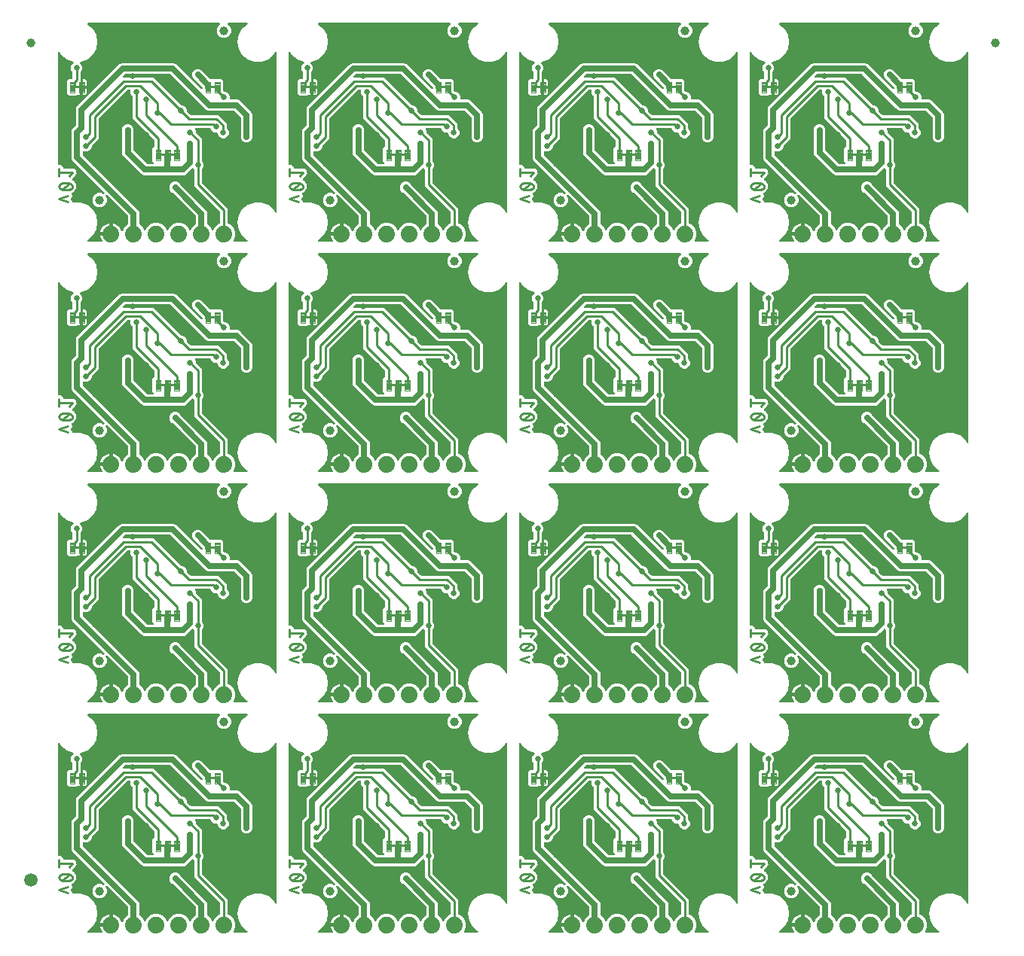
<source format=gbl>
G04 EAGLE Gerber RS-274X export*
G75*
%MOMM*%
%FSLAX34Y34*%
%LPD*%
%INBottom Copper*%
%IPPOS*%
%AMOC8*
5,1,8,0,0,1.08239X$1,22.5*%
G01*
%ADD10C,0.279400*%
%ADD11C,1.000000*%
%ADD12C,0.099059*%
%ADD13C,1.879600*%
%ADD14C,1.500000*%
%ADD15C,0.660400*%
%ADD16C,0.635000*%
%ADD17C,0.254000*%
%ADD18C,0.736600*%

G36*
X312195Y781318D02*
X312195Y781318D01*
X312287Y781321D01*
X312336Y781337D01*
X312386Y781345D01*
X312470Y781382D01*
X312557Y781411D01*
X312599Y781440D01*
X312645Y781461D01*
X312715Y781520D01*
X312791Y781572D01*
X312823Y781612D01*
X312862Y781644D01*
X312913Y781721D01*
X312972Y781792D01*
X312992Y781839D01*
X313020Y781881D01*
X313048Y781969D01*
X313084Y782053D01*
X313090Y782104D01*
X313106Y782152D01*
X313108Y782244D01*
X313119Y782335D01*
X313112Y782386D01*
X313113Y782436D01*
X313090Y782525D01*
X313075Y782616D01*
X313055Y782656D01*
X313041Y782711D01*
X312960Y782848D01*
X312926Y782917D01*
X312369Y783683D01*
X311516Y785357D01*
X310935Y787144D01*
X310814Y787909D01*
X321564Y787909D01*
X321622Y787917D01*
X321680Y787915D01*
X321762Y787937D01*
X321845Y787949D01*
X321899Y787973D01*
X321955Y787987D01*
X322028Y788030D01*
X322105Y788065D01*
X322149Y788103D01*
X322200Y788133D01*
X322257Y788194D01*
X322322Y788249D01*
X322354Y788297D01*
X322394Y788340D01*
X322433Y788415D01*
X322479Y788485D01*
X322497Y788541D01*
X322524Y788593D01*
X322535Y788661D01*
X322565Y788756D01*
X322568Y788856D01*
X322579Y788924D01*
X322579Y789941D01*
X323596Y789941D01*
X323654Y789949D01*
X323712Y789948D01*
X323794Y789969D01*
X323877Y789981D01*
X323931Y790005D01*
X323987Y790019D01*
X324060Y790062D01*
X324137Y790097D01*
X324182Y790135D01*
X324232Y790165D01*
X324290Y790226D01*
X324354Y790281D01*
X324386Y790329D01*
X324426Y790372D01*
X324465Y790447D01*
X324511Y790517D01*
X324529Y790573D01*
X324556Y790625D01*
X324567Y790693D01*
X324597Y790788D01*
X324600Y790888D01*
X324611Y790956D01*
X324611Y801706D01*
X325376Y801585D01*
X327163Y801004D01*
X328837Y800151D01*
X330358Y799046D01*
X331686Y797718D01*
X332791Y796197D01*
X333644Y794523D01*
X334008Y793403D01*
X334038Y793341D01*
X334059Y793275D01*
X334100Y793214D01*
X334133Y793148D01*
X334179Y793097D01*
X334218Y793039D01*
X334274Y792992D01*
X334323Y792937D01*
X334382Y792901D01*
X334435Y792856D01*
X334502Y792826D01*
X334565Y792787D01*
X334632Y792769D01*
X334695Y792741D01*
X334768Y792731D01*
X334839Y792711D01*
X334908Y792711D01*
X334977Y792702D01*
X335049Y792712D01*
X335123Y792713D01*
X335190Y792733D01*
X335258Y792742D01*
X335325Y792773D01*
X335396Y792794D01*
X335454Y792831D01*
X335517Y792860D01*
X335573Y792907D01*
X335635Y792947D01*
X335681Y792999D01*
X335733Y793044D01*
X335766Y793097D01*
X335823Y793161D01*
X335872Y793265D01*
X335911Y793329D01*
X337428Y796991D01*
X340929Y800492D01*
X341129Y800575D01*
X341131Y800576D01*
X341132Y800576D01*
X341250Y800646D01*
X341374Y800719D01*
X341375Y800720D01*
X341377Y800721D01*
X341470Y800821D01*
X341570Y800926D01*
X341570Y800927D01*
X341571Y800928D01*
X341634Y801050D01*
X341700Y801179D01*
X341700Y801180D01*
X341701Y801182D01*
X341703Y801196D01*
X341755Y801457D01*
X341752Y801488D01*
X341756Y801513D01*
X341756Y809802D01*
X341744Y809888D01*
X341741Y809976D01*
X341724Y810028D01*
X341716Y810083D01*
X341681Y810163D01*
X341654Y810246D01*
X341626Y810285D01*
X341600Y810342D01*
X341504Y810456D01*
X341459Y810519D01*
X318420Y833558D01*
X318352Y833610D01*
X318289Y833669D01*
X318239Y833695D01*
X318193Y833729D01*
X318113Y833759D01*
X318037Y833799D01*
X317981Y833810D01*
X317928Y833830D01*
X317842Y833837D01*
X317758Y833854D01*
X317701Y833849D01*
X317644Y833854D01*
X317560Y833837D01*
X317474Y833829D01*
X317421Y833809D01*
X317366Y833798D01*
X317289Y833758D01*
X317209Y833727D01*
X317164Y833693D01*
X317113Y833667D01*
X317051Y833608D01*
X316982Y833556D01*
X316948Y833510D01*
X316907Y833471D01*
X316864Y833397D01*
X316812Y833328D01*
X316792Y833275D01*
X316763Y833226D01*
X316742Y833142D01*
X316712Y833062D01*
X316707Y833005D01*
X316693Y832950D01*
X316696Y832864D01*
X316689Y832779D01*
X316700Y832730D01*
X316702Y832666D01*
X316747Y832528D01*
X316765Y832451D01*
X317929Y829641D01*
X317929Y826439D01*
X316703Y823481D01*
X314439Y821217D01*
X311481Y819991D01*
X308279Y819991D01*
X305321Y821217D01*
X303057Y823481D01*
X301831Y826439D01*
X301831Y829641D01*
X303057Y832599D01*
X305321Y834863D01*
X308279Y836089D01*
X311481Y836089D01*
X314291Y834925D01*
X314375Y834903D01*
X314455Y834873D01*
X314512Y834868D01*
X314567Y834854D01*
X314653Y834856D01*
X314738Y834849D01*
X314794Y834860D01*
X314851Y834862D01*
X314933Y834888D01*
X315017Y834905D01*
X315068Y834931D01*
X315122Y834948D01*
X315193Y834996D01*
X315269Y835036D01*
X315311Y835075D01*
X315358Y835107D01*
X315413Y835173D01*
X315475Y835232D01*
X315504Y835281D01*
X315541Y835324D01*
X315576Y835403D01*
X315619Y835477D01*
X315633Y835532D01*
X315656Y835584D01*
X315668Y835669D01*
X315689Y835752D01*
X315687Y835809D01*
X315695Y835866D01*
X315683Y835951D01*
X315680Y836037D01*
X315663Y836091D01*
X315655Y836147D01*
X315619Y836225D01*
X315593Y836307D01*
X315564Y836347D01*
X315537Y836406D01*
X315443Y836517D01*
X315398Y836580D01*
X279204Y872774D01*
X278256Y875062D01*
X278256Y905478D01*
X279204Y907766D01*
X283039Y911601D01*
X283091Y911670D01*
X283151Y911734D01*
X283177Y911784D01*
X283210Y911828D01*
X283241Y911909D01*
X283281Y911987D01*
X283289Y912035D01*
X283311Y912093D01*
X283323Y912241D01*
X283336Y912318D01*
X283336Y930878D01*
X284284Y933166D01*
X286177Y935059D01*
X330496Y979378D01*
X332389Y981271D01*
X334677Y982219D01*
X393033Y982219D01*
X395321Y981271D01*
X423589Y953003D01*
X423613Y952985D01*
X423632Y952963D01*
X423726Y952900D01*
X423816Y952832D01*
X423844Y952821D01*
X423868Y952805D01*
X423976Y952771D01*
X424082Y952730D01*
X424111Y952728D01*
X424139Y952719D01*
X424253Y952716D01*
X424365Y952707D01*
X424394Y952713D01*
X424423Y952712D01*
X424533Y952740D01*
X424644Y952763D01*
X424670Y952776D01*
X424698Y952784D01*
X424796Y952842D01*
X424896Y952894D01*
X424918Y952914D01*
X424943Y952929D01*
X425020Y953011D01*
X425102Y953090D01*
X425117Y953115D01*
X425137Y953136D01*
X425189Y953237D01*
X425246Y953335D01*
X425253Y953363D01*
X425267Y953389D01*
X425280Y953467D01*
X425316Y953610D01*
X425314Y953673D01*
X425322Y953720D01*
X425322Y954709D01*
X425310Y954795D01*
X425307Y954883D01*
X425290Y954935D01*
X425282Y954990D01*
X425247Y955070D01*
X425220Y955153D01*
X425192Y955192D01*
X425166Y955249D01*
X425070Y955363D01*
X425025Y955426D01*
X417005Y963446D01*
X416980Y963465D01*
X416960Y963488D01*
X416894Y963530D01*
X416793Y963606D01*
X414986Y965413D01*
X414019Y967747D01*
X414019Y970273D01*
X414986Y972607D01*
X416773Y974394D01*
X419107Y975361D01*
X421633Y975361D01*
X423967Y974394D01*
X425754Y972607D01*
X425893Y972271D01*
X425909Y972244D01*
X425919Y972215D01*
X425964Y972151D01*
X426038Y972026D01*
X426085Y971981D01*
X426114Y971941D01*
X433319Y964736D01*
X433388Y964684D01*
X433452Y964624D01*
X433502Y964598D01*
X433546Y964565D01*
X433627Y964534D01*
X433705Y964494D01*
X433753Y964486D01*
X433811Y964464D01*
X433959Y964452D01*
X434036Y964439D01*
X435948Y964439D01*
X436162Y964224D01*
X436209Y964189D01*
X436249Y964147D01*
X436322Y964104D01*
X436389Y964053D01*
X436444Y964033D01*
X436494Y964003D01*
X436576Y963982D01*
X436655Y963952D01*
X436713Y963947D01*
X436770Y963933D01*
X436854Y963936D01*
X436938Y963929D01*
X436996Y963940D01*
X437054Y963942D01*
X437134Y963968D01*
X437217Y963985D01*
X437269Y964011D01*
X437325Y964029D01*
X437381Y964070D01*
X437469Y964116D01*
X437542Y964184D01*
X437598Y964224D01*
X437812Y964439D01*
X446362Y964439D01*
X448438Y962363D01*
X448438Y951280D01*
X448450Y951194D01*
X448453Y951106D01*
X448470Y951054D01*
X448478Y950999D01*
X448513Y950919D01*
X448540Y950836D01*
X448568Y950797D01*
X448594Y950740D01*
X448690Y950626D01*
X448735Y950563D01*
X449040Y950258D01*
X449109Y950206D01*
X449173Y950146D01*
X449223Y950120D01*
X449267Y950087D01*
X449348Y950056D01*
X449426Y950016D01*
X449474Y950008D01*
X449532Y949986D01*
X449680Y949974D01*
X449757Y949961D01*
X450843Y949961D01*
X453177Y948994D01*
X454964Y947207D01*
X455931Y944873D01*
X455931Y942346D01*
X455902Y942236D01*
X455868Y942127D01*
X455867Y942099D01*
X455860Y942072D01*
X455863Y941958D01*
X455860Y941843D01*
X455867Y941816D01*
X455868Y941788D01*
X455903Y941679D01*
X455932Y941568D01*
X455946Y941544D01*
X455955Y941517D01*
X456019Y941422D01*
X456078Y941323D01*
X456098Y941304D01*
X456113Y941281D01*
X456201Y941207D01*
X456285Y941129D01*
X456310Y941116D01*
X456331Y941098D01*
X456436Y941052D01*
X456538Y940999D01*
X456563Y940995D01*
X456591Y940983D01*
X456854Y940946D01*
X456869Y940944D01*
X464788Y940944D01*
X467076Y939996D01*
X480256Y926816D01*
X481204Y924528D01*
X481204Y900932D01*
X481208Y900901D01*
X481206Y900870D01*
X481223Y900794D01*
X481244Y900650D01*
X481270Y900592D01*
X481281Y900543D01*
X481331Y900423D01*
X481331Y897897D01*
X480364Y895563D01*
X478577Y893776D01*
X476243Y892809D01*
X473717Y892809D01*
X471383Y893776D01*
X469596Y895563D01*
X468629Y897897D01*
X468629Y900423D01*
X468679Y900543D01*
X468687Y900573D01*
X468701Y900601D01*
X468714Y900678D01*
X468750Y900819D01*
X468748Y900883D01*
X468756Y900932D01*
X468756Y920292D01*
X468744Y920378D01*
X468741Y920466D01*
X468724Y920518D01*
X468716Y920573D01*
X468681Y920653D01*
X468654Y920736D01*
X468626Y920775D01*
X468600Y920832D01*
X468504Y920946D01*
X468459Y921009D01*
X461269Y928199D01*
X461200Y928251D01*
X461136Y928311D01*
X461086Y928337D01*
X461042Y928370D01*
X460961Y928401D01*
X460883Y928441D01*
X460835Y928449D01*
X460777Y928471D01*
X460629Y928483D01*
X460552Y928496D01*
X431832Y928496D01*
X429544Y929444D01*
X389514Y969474D01*
X389445Y969526D01*
X389381Y969586D01*
X389331Y969612D01*
X389287Y969645D01*
X389206Y969676D01*
X389128Y969716D01*
X389080Y969724D01*
X389022Y969746D01*
X388874Y969758D01*
X388797Y969771D01*
X338913Y969771D01*
X338827Y969759D01*
X338739Y969756D01*
X338687Y969739D01*
X338632Y969731D01*
X338552Y969696D01*
X338469Y969669D01*
X338430Y969641D01*
X338373Y969615D01*
X338259Y969519D01*
X338196Y969474D01*
X336164Y967442D01*
X336146Y967418D01*
X336124Y967399D01*
X336061Y967305D01*
X335993Y967215D01*
X335982Y967187D01*
X335966Y967163D01*
X335932Y967055D01*
X335891Y966949D01*
X335889Y966920D01*
X335880Y966892D01*
X335877Y966778D01*
X335868Y966666D01*
X335874Y966637D01*
X335873Y966608D01*
X335901Y966498D01*
X335924Y966387D01*
X335937Y966361D01*
X335945Y966333D01*
X336003Y966235D01*
X336055Y966135D01*
X336075Y966113D01*
X336090Y966088D01*
X336172Y966011D01*
X336251Y965929D01*
X336276Y965914D01*
X336297Y965894D01*
X336398Y965842D01*
X336496Y965785D01*
X336524Y965778D01*
X336550Y965764D01*
X336628Y965751D01*
X336771Y965715D01*
X336834Y965717D01*
X336881Y965709D01*
X370089Y965709D01*
X400780Y935018D01*
X400849Y934966D01*
X400913Y934906D01*
X400963Y934880D01*
X401007Y934847D01*
X401088Y934816D01*
X401166Y934776D01*
X401214Y934768D01*
X401272Y934746D01*
X401420Y934734D01*
X401497Y934721D01*
X402583Y934721D01*
X404917Y933754D01*
X406704Y931967D01*
X407671Y929633D01*
X407671Y928547D01*
X407683Y928461D01*
X407686Y928373D01*
X407703Y928321D01*
X407711Y928266D01*
X407746Y928186D01*
X407773Y928103D01*
X407801Y928064D01*
X407827Y928007D01*
X407907Y927911D01*
X407926Y927880D01*
X407944Y927863D01*
X407968Y927830D01*
X411702Y924096D01*
X411771Y924044D01*
X411835Y923984D01*
X411885Y923958D01*
X411929Y923925D01*
X412010Y923894D01*
X412088Y923854D01*
X412136Y923846D01*
X412194Y923824D01*
X412342Y923812D01*
X412419Y923799D01*
X443108Y923799D01*
X452924Y913983D01*
X452924Y909028D01*
X452936Y908941D01*
X452939Y908854D01*
X452956Y908801D01*
X452964Y908746D01*
X453000Y908666D01*
X453027Y908583D01*
X453055Y908544D01*
X453080Y908487D01*
X453176Y908374D01*
X453222Y908310D01*
X453989Y907542D01*
X454956Y905208D01*
X454956Y902681D01*
X453989Y900347D01*
X452203Y898561D01*
X449869Y897594D01*
X447342Y897594D01*
X445008Y898561D01*
X443222Y900347D01*
X442255Y902681D01*
X442255Y903224D01*
X442246Y903282D01*
X442248Y903340D01*
X442227Y903422D01*
X442215Y903506D01*
X442191Y903559D01*
X442176Y903615D01*
X442133Y903688D01*
X442099Y903765D01*
X442061Y903810D01*
X442031Y903860D01*
X441969Y903918D01*
X441915Y903982D01*
X441866Y904014D01*
X441824Y904054D01*
X441749Y904093D01*
X441678Y904140D01*
X441622Y904157D01*
X441570Y904184D01*
X441502Y904195D01*
X441407Y904225D01*
X441307Y904228D01*
X441239Y904239D01*
X439427Y904239D01*
X437093Y905206D01*
X435306Y906993D01*
X434812Y908185D01*
X434812Y908186D01*
X434811Y908187D01*
X434741Y908306D01*
X434668Y908429D01*
X434667Y908430D01*
X434666Y908432D01*
X434562Y908529D01*
X434461Y908625D01*
X434460Y908625D01*
X434459Y908626D01*
X434333Y908691D01*
X434208Y908755D01*
X434207Y908755D01*
X434205Y908756D01*
X434191Y908758D01*
X433930Y908810D01*
X433899Y908807D01*
X433874Y908811D01*
X417980Y908811D01*
X417866Y908795D01*
X417752Y908785D01*
X417726Y908775D01*
X417698Y908771D01*
X417594Y908724D01*
X417486Y908683D01*
X417464Y908667D01*
X417439Y908655D01*
X417351Y908581D01*
X417260Y908512D01*
X417243Y908489D01*
X417222Y908472D01*
X417158Y908376D01*
X417090Y908284D01*
X417080Y908258D01*
X417064Y908235D01*
X417030Y908125D01*
X416989Y908018D01*
X416987Y907990D01*
X416979Y907964D01*
X416976Y907849D01*
X416967Y907735D01*
X416972Y907710D01*
X416971Y907680D01*
X417038Y907423D01*
X417042Y907407D01*
X417831Y905503D01*
X417831Y904417D01*
X417843Y904331D01*
X417846Y904243D01*
X417863Y904191D01*
X417871Y904136D01*
X417906Y904056D01*
X417933Y903973D01*
X417961Y903934D01*
X417987Y903877D01*
X418083Y903763D01*
X418128Y903700D01*
X424689Y897139D01*
X424689Y872493D01*
X424701Y872406D01*
X424704Y872319D01*
X424721Y872266D01*
X424729Y872212D01*
X424764Y872132D01*
X424791Y872049D01*
X424819Y872009D01*
X424845Y871952D01*
X424941Y871839D01*
X424986Y871775D01*
X425754Y871007D01*
X426721Y868673D01*
X426721Y866147D01*
X425754Y863813D01*
X424986Y863045D01*
X424934Y862975D01*
X424874Y862911D01*
X424848Y862862D01*
X424815Y862818D01*
X424784Y862736D01*
X424744Y862658D01*
X424736Y862610D01*
X424714Y862552D01*
X424702Y862404D01*
X424689Y862327D01*
X424689Y848029D01*
X424701Y847943D01*
X424704Y847855D01*
X424721Y847803D01*
X424729Y847748D01*
X424764Y847668D01*
X424791Y847585D01*
X424819Y847546D01*
X424845Y847489D01*
X424941Y847375D01*
X424986Y847312D01*
X453899Y818399D01*
X453899Y802302D01*
X453899Y802300D01*
X453899Y802299D01*
X453919Y802159D01*
X453939Y802020D01*
X453939Y802019D01*
X453939Y802017D01*
X453996Y801891D01*
X454055Y801761D01*
X454056Y801760D01*
X454057Y801758D01*
X454149Y801650D01*
X454238Y801544D01*
X454240Y801543D01*
X454241Y801542D01*
X454254Y801534D01*
X454475Y801386D01*
X454504Y801377D01*
X454525Y801364D01*
X456631Y800492D01*
X460132Y796991D01*
X462027Y792416D01*
X462027Y787464D01*
X460057Y782709D01*
X460028Y782597D01*
X459994Y782488D01*
X459993Y782460D01*
X459986Y782433D01*
X459989Y782319D01*
X459986Y782204D01*
X459993Y782177D01*
X459994Y782149D01*
X460029Y782040D01*
X460058Y781929D01*
X460072Y781905D01*
X460081Y781878D01*
X460145Y781783D01*
X460203Y781684D01*
X460224Y781665D01*
X460239Y781642D01*
X460327Y781568D01*
X460411Y781490D01*
X460435Y781477D01*
X460457Y781459D01*
X460561Y781413D01*
X460664Y781360D01*
X460688Y781356D01*
X460716Y781344D01*
X460980Y781307D01*
X460995Y781305D01*
X475147Y781305D01*
X475220Y781315D01*
X475294Y781315D01*
X475360Y781335D01*
X475429Y781345D01*
X475496Y781375D01*
X475566Y781395D01*
X475625Y781432D01*
X475688Y781461D01*
X475744Y781508D01*
X475806Y781548D01*
X475852Y781600D01*
X475905Y781644D01*
X475946Y781706D01*
X475995Y781761D01*
X476024Y781823D01*
X476063Y781881D01*
X476085Y781951D01*
X476116Y782018D01*
X476128Y782086D01*
X476148Y782152D01*
X476150Y782226D01*
X476162Y782298D01*
X476154Y782367D01*
X476156Y782436D01*
X476137Y782507D01*
X476128Y782581D01*
X476101Y782644D01*
X476084Y782711D01*
X476046Y782775D01*
X476018Y782842D01*
X475979Y782887D01*
X475939Y782956D01*
X475849Y783040D01*
X475800Y783098D01*
X470095Y787884D01*
X466109Y794789D01*
X464725Y802640D01*
X466109Y810491D01*
X470095Y817395D01*
X476202Y822520D01*
X483694Y825247D01*
X491666Y825247D01*
X499158Y822520D01*
X505265Y817396D01*
X507121Y814181D01*
X507133Y814166D01*
X507141Y814148D01*
X507220Y814054D01*
X507296Y813957D01*
X507312Y813946D01*
X507325Y813931D01*
X507427Y813862D01*
X507526Y813791D01*
X507545Y813784D01*
X507561Y813773D01*
X507679Y813736D01*
X507794Y813694D01*
X507814Y813693D01*
X507832Y813687D01*
X507955Y813684D01*
X508078Y813676D01*
X508097Y813681D01*
X508116Y813680D01*
X508235Y813711D01*
X508355Y813738D01*
X508373Y813747D01*
X508391Y813752D01*
X508497Y813814D01*
X508605Y813873D01*
X508619Y813887D01*
X508636Y813897D01*
X508720Y813987D01*
X508807Y814073D01*
X508817Y814090D01*
X508830Y814104D01*
X508886Y814214D01*
X508946Y814321D01*
X508951Y814340D01*
X508960Y814358D01*
X508972Y814430D01*
X509011Y814598D01*
X509009Y814649D01*
X509015Y814689D01*
X509015Y993791D01*
X509013Y993811D01*
X509015Y993830D01*
X508993Y993951D01*
X508975Y994073D01*
X508967Y994091D01*
X508964Y994110D01*
X508909Y994220D01*
X508859Y994332D01*
X508847Y994347D01*
X508838Y994365D01*
X508755Y994456D01*
X508676Y994549D01*
X508659Y994560D01*
X508646Y994575D01*
X508541Y994639D01*
X508439Y994707D01*
X508420Y994713D01*
X508404Y994723D01*
X508285Y994756D01*
X508168Y994793D01*
X508148Y994793D01*
X508129Y994798D01*
X508007Y994797D01*
X507884Y994800D01*
X507865Y994795D01*
X507845Y994795D01*
X507727Y994759D01*
X507609Y994728D01*
X507592Y994718D01*
X507573Y994712D01*
X507470Y994646D01*
X507364Y994583D01*
X507351Y994569D01*
X507334Y994558D01*
X507288Y994501D01*
X507170Y994376D01*
X507146Y994330D01*
X507121Y994299D01*
X505265Y991084D01*
X499158Y985960D01*
X491666Y983233D01*
X483694Y983233D01*
X476202Y985960D01*
X470095Y991084D01*
X466109Y997989D01*
X464725Y1005840D01*
X466109Y1013691D01*
X470095Y1020595D01*
X475800Y1025382D01*
X475849Y1025437D01*
X475905Y1025485D01*
X475944Y1025542D01*
X475990Y1025594D01*
X476022Y1025660D01*
X476063Y1025721D01*
X476084Y1025787D01*
X476114Y1025850D01*
X476126Y1025922D01*
X476148Y1025992D01*
X476150Y1026061D01*
X476162Y1026130D01*
X476154Y1026203D01*
X476156Y1026276D01*
X476138Y1026343D01*
X476131Y1026412D01*
X476103Y1026480D01*
X476084Y1026551D01*
X476049Y1026611D01*
X476022Y1026675D01*
X475976Y1026733D01*
X475939Y1026796D01*
X475888Y1026843D01*
X475845Y1026897D01*
X475785Y1026940D01*
X475731Y1026990D01*
X475670Y1027022D01*
X475613Y1027062D01*
X475544Y1027086D01*
X475478Y1027120D01*
X475420Y1027130D01*
X475345Y1027156D01*
X475223Y1027163D01*
X475147Y1027175D01*
X454778Y1027175D01*
X454749Y1027171D01*
X454720Y1027174D01*
X454609Y1027151D01*
X454497Y1027135D01*
X454470Y1027123D01*
X454441Y1027118D01*
X454341Y1027065D01*
X454237Y1027019D01*
X454215Y1027000D01*
X454189Y1026987D01*
X454107Y1026909D01*
X454020Y1026836D01*
X454004Y1026811D01*
X453983Y1026791D01*
X453926Y1026693D01*
X453863Y1026599D01*
X453854Y1026571D01*
X453839Y1026546D01*
X453811Y1026436D01*
X453777Y1026328D01*
X453776Y1026298D01*
X453769Y1026270D01*
X453773Y1026157D01*
X453770Y1026044D01*
X453777Y1026015D01*
X453778Y1025986D01*
X453813Y1025878D01*
X453842Y1025769D01*
X453857Y1025743D01*
X453866Y1025715D01*
X453911Y1025652D01*
X453987Y1025524D01*
X454032Y1025481D01*
X454060Y1025442D01*
X456403Y1023099D01*
X457629Y1020141D01*
X457629Y1016939D01*
X456403Y1013981D01*
X454139Y1011717D01*
X451181Y1010491D01*
X447979Y1010491D01*
X445021Y1011717D01*
X442757Y1013981D01*
X441531Y1016939D01*
X441531Y1020141D01*
X442757Y1023099D01*
X445100Y1025442D01*
X445117Y1025466D01*
X445140Y1025485D01*
X445202Y1025579D01*
X445270Y1025669D01*
X445281Y1025697D01*
X445297Y1025721D01*
X445331Y1025829D01*
X445372Y1025935D01*
X445374Y1025964D01*
X445383Y1025992D01*
X445386Y1026106D01*
X445395Y1026218D01*
X445389Y1026247D01*
X445390Y1026276D01*
X445362Y1026386D01*
X445339Y1026497D01*
X445326Y1026523D01*
X445318Y1026551D01*
X445261Y1026649D01*
X445208Y1026749D01*
X445188Y1026771D01*
X445173Y1026796D01*
X445091Y1026873D01*
X445013Y1026955D01*
X444987Y1026970D01*
X444966Y1026990D01*
X444865Y1027042D01*
X444767Y1027099D01*
X444739Y1027106D01*
X444713Y1027120D01*
X444635Y1027133D01*
X444492Y1027169D01*
X444429Y1027167D01*
X444382Y1027175D01*
X297013Y1027175D01*
X296940Y1027165D01*
X296866Y1027165D01*
X296800Y1027145D01*
X296731Y1027135D01*
X296664Y1027105D01*
X296594Y1027085D01*
X296535Y1027048D01*
X296472Y1027019D01*
X296416Y1026972D01*
X296354Y1026932D01*
X296308Y1026880D01*
X296255Y1026836D01*
X296214Y1026774D01*
X296165Y1026719D01*
X296136Y1026657D01*
X296097Y1026599D01*
X296075Y1026529D01*
X296044Y1026462D01*
X296032Y1026394D01*
X296012Y1026328D01*
X296010Y1026254D01*
X295998Y1026182D01*
X296006Y1026113D01*
X296004Y1026044D01*
X296023Y1025973D01*
X296032Y1025899D01*
X296059Y1025836D01*
X296076Y1025769D01*
X296114Y1025705D01*
X296142Y1025638D01*
X296181Y1025593D01*
X296221Y1025524D01*
X296311Y1025440D01*
X296360Y1025382D01*
X302065Y1020596D01*
X306051Y1013691D01*
X307435Y1005840D01*
X306051Y997989D01*
X302065Y991085D01*
X295958Y985960D01*
X288381Y983202D01*
X288319Y983193D01*
X288293Y983181D01*
X288264Y983176D01*
X288163Y983123D01*
X288060Y983077D01*
X288037Y983058D01*
X288011Y983045D01*
X287929Y982967D01*
X287843Y982894D01*
X287827Y982869D01*
X287805Y982849D01*
X287748Y982751D01*
X287685Y982657D01*
X287676Y982629D01*
X287662Y982604D01*
X287634Y982494D01*
X287599Y982386D01*
X287599Y982356D01*
X287591Y982328D01*
X287595Y982215D01*
X287592Y982102D01*
X287600Y982073D01*
X287601Y982044D01*
X287635Y981936D01*
X287664Y981827D01*
X287679Y981801D01*
X287688Y981773D01*
X287734Y981709D01*
X287809Y981582D01*
X287855Y981539D01*
X287883Y981500D01*
X289283Y980100D01*
X290249Y977766D01*
X290249Y975240D01*
X289283Y972906D01*
X288515Y972138D01*
X288462Y972068D01*
X288402Y972004D01*
X288377Y971955D01*
X288344Y971911D01*
X288313Y971829D01*
X288273Y971751D01*
X288265Y971703D01*
X288243Y971645D01*
X288230Y971497D01*
X288217Y971420D01*
X288217Y961041D01*
X288196Y961000D01*
X288163Y960956D01*
X288132Y960874D01*
X288092Y960796D01*
X288084Y960748D01*
X288062Y960690D01*
X288050Y960542D01*
X288037Y960465D01*
X288037Y956373D01*
X277495Y956373D01*
X277476Y956361D01*
X277454Y956357D01*
X277447Y956342D01*
X277438Y956336D01*
X277439Y956326D01*
X277432Y956310D01*
X277432Y953770D01*
X277444Y953751D01*
X277448Y953729D01*
X277463Y953722D01*
X277469Y953713D01*
X277479Y953714D01*
X277495Y953707D01*
X288037Y953707D01*
X288037Y946149D01*
X286481Y946149D01*
X285708Y946356D01*
X285466Y946496D01*
X285403Y946521D01*
X285344Y946556D01*
X285272Y946574D01*
X285203Y946602D01*
X285135Y946609D01*
X285069Y946626D01*
X284994Y946623D01*
X284920Y946631D01*
X284853Y946619D01*
X284785Y946617D01*
X284714Y946594D01*
X284640Y946581D01*
X284579Y946550D01*
X284514Y946529D01*
X284463Y946493D01*
X284385Y946454D01*
X284301Y946378D01*
X284241Y946334D01*
X283548Y945641D01*
X274998Y945641D01*
X272922Y947717D01*
X272922Y962363D01*
X274998Y964439D01*
X278565Y964439D01*
X278623Y964447D01*
X278681Y964445D01*
X278763Y964467D01*
X278846Y964479D01*
X278900Y964502D01*
X278956Y964517D01*
X279029Y964560D01*
X279106Y964595D01*
X279150Y964633D01*
X279201Y964662D01*
X279258Y964724D01*
X279323Y964778D01*
X279355Y964827D01*
X279395Y964870D01*
X279433Y964945D01*
X279480Y965015D01*
X279498Y965071D01*
X279524Y965123D01*
X279536Y965191D01*
X279566Y965286D01*
X279569Y965386D01*
X279580Y965454D01*
X279580Y971420D01*
X279568Y971507D01*
X279565Y971594D01*
X279548Y971647D01*
X279540Y971701D01*
X279504Y971781D01*
X279477Y971864D01*
X279449Y971904D01*
X279424Y971961D01*
X279328Y972074D01*
X279283Y972138D01*
X278515Y972906D01*
X277548Y975240D01*
X277548Y977766D01*
X278515Y980100D01*
X280213Y981799D01*
X280294Y981906D01*
X280379Y982016D01*
X280381Y982021D01*
X280384Y982026D01*
X280432Y982152D01*
X280483Y982281D01*
X280483Y982286D01*
X280485Y982291D01*
X280496Y982427D01*
X280509Y982564D01*
X280508Y982569D01*
X280509Y982575D01*
X280482Y982708D01*
X280456Y982843D01*
X280454Y982848D01*
X280453Y982853D01*
X280390Y982974D01*
X280328Y983097D01*
X280324Y983101D01*
X280322Y983106D01*
X280228Y983205D01*
X280134Y983305D01*
X280130Y983307D01*
X280126Y983312D01*
X279881Y983456D01*
X279859Y983461D01*
X279842Y983470D01*
X273002Y985960D01*
X266895Y991084D01*
X265039Y994299D01*
X265027Y994314D01*
X265019Y994332D01*
X264940Y994426D01*
X264864Y994523D01*
X264848Y994534D01*
X264835Y994549D01*
X264733Y994618D01*
X264634Y994689D01*
X264615Y994696D01*
X264599Y994707D01*
X264481Y994744D01*
X264366Y994786D01*
X264346Y994787D01*
X264328Y994793D01*
X264205Y994796D01*
X264082Y994804D01*
X264063Y994799D01*
X264044Y994800D01*
X263925Y994769D01*
X263805Y994742D01*
X263787Y994733D01*
X263769Y994728D01*
X263663Y994666D01*
X263555Y994607D01*
X263541Y994593D01*
X263524Y994583D01*
X263440Y994493D01*
X263353Y994407D01*
X263343Y994390D01*
X263330Y994376D01*
X263274Y994266D01*
X263214Y994159D01*
X263209Y994140D01*
X263200Y994122D01*
X263188Y994050D01*
X263149Y993882D01*
X263151Y993831D01*
X263145Y993791D01*
X263145Y868607D01*
X263153Y868551D01*
X263151Y868500D01*
X263152Y868499D01*
X263151Y868491D01*
X263173Y868409D01*
X263185Y868326D01*
X263208Y868272D01*
X263223Y868216D01*
X263266Y868143D01*
X263301Y868066D01*
X263339Y868022D01*
X263368Y867971D01*
X263430Y867914D01*
X263484Y867849D01*
X263533Y867817D01*
X263576Y867777D01*
X263651Y867738D01*
X263721Y867692D01*
X263777Y867674D01*
X263829Y867647D01*
X263897Y867636D01*
X263992Y867606D01*
X264092Y867603D01*
X264160Y867592D01*
X266129Y867592D01*
X268733Y864988D01*
X268733Y864444D01*
X268741Y864386D01*
X268739Y864328D01*
X268761Y864246D01*
X268773Y864163D01*
X268796Y864109D01*
X268811Y864053D01*
X268854Y863980D01*
X268889Y863903D01*
X268927Y863859D01*
X268956Y863809D01*
X269018Y863751D01*
X269072Y863686D01*
X269121Y863654D01*
X269164Y863614D01*
X269239Y863576D01*
X269309Y863529D01*
X269365Y863511D01*
X269417Y863485D01*
X269485Y863473D01*
X269580Y863443D01*
X269680Y863440D01*
X269748Y863429D01*
X278971Y863429D01*
X279034Y863438D01*
X279083Y863435D01*
X280620Y863606D01*
X280703Y863563D01*
X280799Y863507D01*
X280830Y863499D01*
X280858Y863485D01*
X280935Y863472D01*
X281074Y863436D01*
X281107Y863436D01*
X282203Y862341D01*
X282254Y862302D01*
X282286Y862266D01*
X283494Y861300D01*
X283523Y861211D01*
X283551Y861103D01*
X283567Y861076D01*
X283576Y861046D01*
X283622Y860982D01*
X283695Y860858D01*
X283719Y860835D01*
X283719Y859286D01*
X283728Y859223D01*
X283725Y859174D01*
X283896Y857636D01*
X283853Y857553D01*
X283796Y857457D01*
X283789Y857427D01*
X283774Y857399D01*
X283761Y857321D01*
X283725Y857182D01*
X283726Y857149D01*
X282630Y856054D01*
X282592Y856003D01*
X282556Y855970D01*
X279161Y851726D01*
X279115Y851649D01*
X279061Y851576D01*
X279043Y851527D01*
X279016Y851482D01*
X278993Y851394D01*
X278962Y851309D01*
X278958Y851257D01*
X278945Y851207D01*
X278947Y851116D01*
X278940Y851026D01*
X278951Y850975D01*
X278953Y850922D01*
X278980Y850836D01*
X278999Y850747D01*
X279023Y850701D01*
X279039Y850652D01*
X279089Y850576D01*
X279132Y850496D01*
X279168Y850459D01*
X279197Y850415D01*
X279266Y850357D01*
X279329Y850292D01*
X279369Y850270D01*
X279414Y850232D01*
X279556Y850169D01*
X279624Y850132D01*
X280915Y849689D01*
X283719Y845764D01*
X283719Y840940D01*
X280915Y837015D01*
X278952Y836342D01*
X278888Y836310D01*
X278837Y836294D01*
X278690Y836223D01*
X278579Y836148D01*
X278468Y836075D01*
X278462Y836069D01*
X278455Y836064D01*
X278368Y835960D01*
X278282Y835860D01*
X278278Y835852D01*
X278273Y835846D01*
X278219Y835723D01*
X278163Y835602D01*
X278162Y835593D01*
X278158Y835586D01*
X278140Y835453D01*
X278120Y835321D01*
X278121Y835313D01*
X278120Y835304D01*
X278162Y835023D01*
X278170Y835005D01*
X278172Y834989D01*
X279078Y832273D01*
X277810Y829738D01*
X277805Y829722D01*
X277795Y829708D01*
X277760Y829587D01*
X277720Y829469D01*
X277719Y829452D01*
X277714Y829435D01*
X277713Y829309D01*
X277708Y829184D01*
X277712Y829168D01*
X277712Y829151D01*
X277732Y829083D01*
X277775Y828908D01*
X277799Y828867D01*
X277810Y828830D01*
X279101Y826248D01*
X279098Y826230D01*
X279109Y826117D01*
X279114Y826003D01*
X279123Y825976D01*
X279126Y825947D01*
X279168Y825841D01*
X279204Y825734D01*
X279221Y825710D01*
X279232Y825683D01*
X279301Y825593D01*
X279366Y825500D01*
X279388Y825481D01*
X279406Y825458D01*
X279498Y825392D01*
X279586Y825320D01*
X279613Y825309D01*
X279636Y825291D01*
X279743Y825253D01*
X279847Y825208D01*
X279876Y825205D01*
X279904Y825195D01*
X280017Y825187D01*
X280129Y825173D01*
X280155Y825178D01*
X280187Y825176D01*
X280434Y825229D01*
X280459Y825234D01*
X280494Y825247D01*
X288466Y825247D01*
X295958Y822520D01*
X302065Y817396D01*
X306051Y810491D01*
X307435Y802640D01*
X306051Y794789D01*
X302065Y787885D01*
X296360Y783098D01*
X296311Y783043D01*
X296255Y782995D01*
X296216Y782938D01*
X296170Y782886D01*
X296138Y782820D01*
X296097Y782759D01*
X296076Y782693D01*
X296046Y782630D01*
X296034Y782558D01*
X296012Y782488D01*
X296010Y782419D01*
X295998Y782350D01*
X296006Y782277D01*
X296004Y782204D01*
X296022Y782137D01*
X296029Y782068D01*
X296057Y782000D01*
X296076Y781929D01*
X296111Y781869D01*
X296138Y781805D01*
X296184Y781747D01*
X296221Y781684D01*
X296272Y781637D01*
X296315Y781583D01*
X296375Y781540D01*
X296429Y781490D01*
X296490Y781458D01*
X296547Y781418D01*
X296616Y781394D01*
X296682Y781360D01*
X296740Y781350D01*
X296815Y781324D01*
X296937Y781317D01*
X297013Y781305D01*
X312104Y781305D01*
X312195Y781318D01*
G37*
G36*
X312195Y4078D02*
X312195Y4078D01*
X312287Y4081D01*
X312336Y4097D01*
X312386Y4105D01*
X312470Y4142D01*
X312557Y4171D01*
X312599Y4200D01*
X312645Y4221D01*
X312715Y4280D01*
X312791Y4332D01*
X312823Y4372D01*
X312862Y4404D01*
X312913Y4481D01*
X312972Y4552D01*
X312992Y4599D01*
X313020Y4641D01*
X313048Y4729D01*
X313084Y4813D01*
X313090Y4864D01*
X313106Y4912D01*
X313108Y5004D01*
X313119Y5095D01*
X313112Y5146D01*
X313113Y5196D01*
X313090Y5285D01*
X313075Y5376D01*
X313055Y5416D01*
X313041Y5471D01*
X312960Y5608D01*
X312926Y5677D01*
X312369Y6443D01*
X311516Y8117D01*
X310935Y9904D01*
X310814Y10669D01*
X321564Y10669D01*
X321622Y10677D01*
X321680Y10675D01*
X321762Y10697D01*
X321845Y10709D01*
X321899Y10733D01*
X321955Y10747D01*
X322028Y10790D01*
X322105Y10825D01*
X322149Y10863D01*
X322200Y10893D01*
X322257Y10954D01*
X322322Y11009D01*
X322354Y11057D01*
X322394Y11100D01*
X322433Y11175D01*
X322479Y11245D01*
X322497Y11301D01*
X322524Y11353D01*
X322535Y11421D01*
X322565Y11516D01*
X322568Y11616D01*
X322579Y11684D01*
X322579Y12701D01*
X323596Y12701D01*
X323654Y12709D01*
X323712Y12708D01*
X323794Y12729D01*
X323877Y12741D01*
X323931Y12765D01*
X323987Y12779D01*
X324060Y12822D01*
X324137Y12857D01*
X324182Y12895D01*
X324232Y12925D01*
X324290Y12986D01*
X324354Y13041D01*
X324386Y13089D01*
X324426Y13132D01*
X324465Y13207D01*
X324511Y13277D01*
X324529Y13333D01*
X324556Y13385D01*
X324567Y13453D01*
X324597Y13548D01*
X324600Y13648D01*
X324611Y13716D01*
X324611Y24466D01*
X325376Y24345D01*
X327163Y23764D01*
X328837Y22911D01*
X330358Y21806D01*
X331686Y20478D01*
X332791Y18957D01*
X333644Y17283D01*
X334008Y16163D01*
X334038Y16101D01*
X334059Y16035D01*
X334100Y15974D01*
X334133Y15908D01*
X334179Y15857D01*
X334218Y15799D01*
X334274Y15752D01*
X334323Y15697D01*
X334382Y15661D01*
X334435Y15616D01*
X334502Y15586D01*
X334565Y15547D01*
X334632Y15529D01*
X334695Y15501D01*
X334768Y15491D01*
X334839Y15471D01*
X334908Y15471D01*
X334977Y15462D01*
X335049Y15472D01*
X335123Y15473D01*
X335190Y15493D01*
X335258Y15502D01*
X335325Y15533D01*
X335396Y15554D01*
X335454Y15591D01*
X335517Y15620D01*
X335573Y15667D01*
X335635Y15707D01*
X335681Y15759D01*
X335733Y15804D01*
X335766Y15857D01*
X335823Y15921D01*
X335872Y16025D01*
X335911Y16089D01*
X337428Y19751D01*
X340929Y23252D01*
X341129Y23335D01*
X341131Y23336D01*
X341132Y23336D01*
X341250Y23406D01*
X341374Y23479D01*
X341375Y23480D01*
X341377Y23481D01*
X341470Y23581D01*
X341570Y23686D01*
X341570Y23687D01*
X341571Y23688D01*
X341634Y23810D01*
X341700Y23939D01*
X341700Y23940D01*
X341701Y23942D01*
X341703Y23956D01*
X341755Y24217D01*
X341752Y24248D01*
X341756Y24273D01*
X341756Y32562D01*
X341744Y32648D01*
X341741Y32736D01*
X341724Y32788D01*
X341716Y32843D01*
X341681Y32923D01*
X341654Y33006D01*
X341626Y33045D01*
X341600Y33102D01*
X341504Y33216D01*
X341459Y33279D01*
X318420Y56318D01*
X318352Y56370D01*
X318289Y56429D01*
X318239Y56455D01*
X318193Y56489D01*
X318113Y56519D01*
X318037Y56559D01*
X317981Y56570D01*
X317928Y56590D01*
X317842Y56597D01*
X317758Y56614D01*
X317701Y56609D01*
X317644Y56614D01*
X317560Y56597D01*
X317474Y56589D01*
X317421Y56569D01*
X317366Y56558D01*
X317289Y56518D01*
X317209Y56487D01*
X317164Y56453D01*
X317113Y56427D01*
X317051Y56368D01*
X316982Y56316D01*
X316948Y56270D01*
X316907Y56231D01*
X316864Y56157D01*
X316812Y56088D01*
X316792Y56035D01*
X316763Y55986D01*
X316742Y55902D01*
X316712Y55822D01*
X316707Y55765D01*
X316693Y55710D01*
X316696Y55624D01*
X316689Y55539D01*
X316700Y55490D01*
X316702Y55426D01*
X316747Y55288D01*
X316765Y55211D01*
X317929Y52401D01*
X317929Y49199D01*
X316703Y46241D01*
X314439Y43977D01*
X311481Y42751D01*
X308279Y42751D01*
X305321Y43977D01*
X303057Y46241D01*
X301831Y49199D01*
X301831Y52401D01*
X303057Y55359D01*
X305321Y57623D01*
X308279Y58849D01*
X311481Y58849D01*
X314291Y57685D01*
X314375Y57663D01*
X314455Y57633D01*
X314512Y57628D01*
X314567Y57614D01*
X314653Y57616D01*
X314738Y57609D01*
X314794Y57620D01*
X314851Y57622D01*
X314933Y57648D01*
X315017Y57665D01*
X315068Y57691D01*
X315122Y57708D01*
X315193Y57756D01*
X315269Y57796D01*
X315311Y57835D01*
X315358Y57867D01*
X315413Y57933D01*
X315475Y57992D01*
X315504Y58041D01*
X315541Y58084D01*
X315576Y58163D01*
X315619Y58237D01*
X315633Y58292D01*
X315656Y58344D01*
X315668Y58429D01*
X315689Y58512D01*
X315687Y58569D01*
X315695Y58626D01*
X315683Y58711D01*
X315680Y58797D01*
X315663Y58851D01*
X315655Y58907D01*
X315619Y58985D01*
X315593Y59067D01*
X315564Y59107D01*
X315537Y59166D01*
X315443Y59277D01*
X315398Y59340D01*
X279204Y95534D01*
X278256Y97822D01*
X278256Y128238D01*
X279204Y130526D01*
X281097Y132419D01*
X283039Y134361D01*
X283091Y134430D01*
X283151Y134494D01*
X283177Y134544D01*
X283210Y134588D01*
X283241Y134669D01*
X283281Y134747D01*
X283289Y134795D01*
X283311Y134853D01*
X283323Y135001D01*
X283336Y135078D01*
X283336Y153638D01*
X284284Y155926D01*
X332389Y204031D01*
X334677Y204979D01*
X393033Y204979D01*
X395321Y204031D01*
X423589Y175763D01*
X423613Y175745D01*
X423632Y175723D01*
X423726Y175660D01*
X423816Y175592D01*
X423844Y175581D01*
X423868Y175565D01*
X423976Y175531D01*
X424082Y175490D01*
X424111Y175488D01*
X424139Y175479D01*
X424253Y175476D01*
X424365Y175467D01*
X424394Y175473D01*
X424423Y175472D01*
X424533Y175500D01*
X424644Y175523D01*
X424670Y175536D01*
X424698Y175544D01*
X424796Y175602D01*
X424896Y175654D01*
X424918Y175674D01*
X424943Y175689D01*
X425020Y175771D01*
X425102Y175850D01*
X425117Y175875D01*
X425137Y175896D01*
X425189Y175997D01*
X425246Y176095D01*
X425253Y176123D01*
X425267Y176149D01*
X425280Y176227D01*
X425316Y176370D01*
X425314Y176433D01*
X425322Y176480D01*
X425322Y177469D01*
X425310Y177555D01*
X425307Y177643D01*
X425290Y177695D01*
X425282Y177750D01*
X425247Y177830D01*
X425220Y177913D01*
X425192Y177952D01*
X425166Y178009D01*
X425070Y178123D01*
X425025Y178186D01*
X417005Y186206D01*
X416980Y186225D01*
X416960Y186248D01*
X416894Y186290D01*
X416793Y186366D01*
X414986Y188173D01*
X414019Y190507D01*
X414019Y193033D01*
X414986Y195367D01*
X416773Y197154D01*
X419107Y198121D01*
X421633Y198121D01*
X423967Y197154D01*
X425754Y195367D01*
X425893Y195031D01*
X425909Y195004D01*
X425919Y194975D01*
X425964Y194911D01*
X426038Y194786D01*
X426085Y194741D01*
X426114Y194701D01*
X433319Y187496D01*
X433388Y187444D01*
X433452Y187384D01*
X433502Y187358D01*
X433546Y187325D01*
X433627Y187294D01*
X433705Y187254D01*
X433753Y187246D01*
X433811Y187224D01*
X433959Y187212D01*
X434036Y187199D01*
X435948Y187199D01*
X436162Y186984D01*
X436209Y186949D01*
X436249Y186907D01*
X436322Y186864D01*
X436389Y186813D01*
X436444Y186793D01*
X436494Y186763D01*
X436576Y186742D01*
X436655Y186712D01*
X436713Y186707D01*
X436770Y186693D01*
X436854Y186696D01*
X436938Y186689D01*
X436996Y186700D01*
X437054Y186702D01*
X437134Y186728D01*
X437217Y186745D01*
X437269Y186771D01*
X437325Y186789D01*
X437381Y186829D01*
X437469Y186875D01*
X437542Y186944D01*
X437598Y186984D01*
X437812Y187199D01*
X446362Y187199D01*
X448438Y185123D01*
X448438Y174040D01*
X448450Y173954D01*
X448453Y173866D01*
X448470Y173814D01*
X448478Y173759D01*
X448513Y173679D01*
X448540Y173596D01*
X448568Y173557D01*
X448594Y173499D01*
X448690Y173386D01*
X448735Y173322D01*
X449040Y173018D01*
X449109Y172965D01*
X449173Y172906D01*
X449223Y172880D01*
X449267Y172847D01*
X449348Y172816D01*
X449426Y172776D01*
X449474Y172768D01*
X449532Y172746D01*
X449680Y172734D01*
X449757Y172721D01*
X450843Y172721D01*
X453177Y171754D01*
X454964Y169967D01*
X455931Y167633D01*
X455931Y165106D01*
X455902Y164996D01*
X455868Y164887D01*
X455867Y164859D01*
X455860Y164832D01*
X455863Y164717D01*
X455860Y164603D01*
X455867Y164576D01*
X455868Y164548D01*
X455903Y164439D01*
X455932Y164328D01*
X455946Y164304D01*
X455955Y164277D01*
X456019Y164182D01*
X456077Y164083D01*
X456098Y164064D01*
X456113Y164041D01*
X456201Y163967D01*
X456285Y163889D01*
X456309Y163876D01*
X456331Y163858D01*
X456436Y163811D01*
X456538Y163759D01*
X456562Y163755D01*
X456590Y163743D01*
X456855Y163706D01*
X456869Y163704D01*
X464788Y163704D01*
X467076Y162756D01*
X480256Y149576D01*
X481204Y147288D01*
X481204Y123692D01*
X481208Y123661D01*
X481206Y123630D01*
X481223Y123554D01*
X481244Y123410D01*
X481270Y123352D01*
X481281Y123303D01*
X481331Y123183D01*
X481331Y120657D01*
X480364Y118323D01*
X478577Y116536D01*
X476243Y115569D01*
X473717Y115569D01*
X471383Y116536D01*
X469596Y118323D01*
X468629Y120657D01*
X468629Y123183D01*
X468679Y123303D01*
X468687Y123333D01*
X468701Y123361D01*
X468714Y123438D01*
X468750Y123579D01*
X468748Y123643D01*
X468756Y123692D01*
X468756Y143052D01*
X468744Y143138D01*
X468741Y143226D01*
X468724Y143278D01*
X468716Y143333D01*
X468681Y143413D01*
X468654Y143496D01*
X468626Y143535D01*
X468600Y143592D01*
X468504Y143706D01*
X468459Y143769D01*
X461269Y150959D01*
X461200Y151011D01*
X461136Y151071D01*
X461086Y151097D01*
X461042Y151130D01*
X460961Y151161D01*
X460883Y151201D01*
X460835Y151209D01*
X460777Y151231D01*
X460629Y151243D01*
X460552Y151256D01*
X431832Y151256D01*
X429544Y152204D01*
X389514Y192234D01*
X389445Y192286D01*
X389381Y192346D01*
X389331Y192372D01*
X389287Y192405D01*
X389206Y192436D01*
X389128Y192476D01*
X389080Y192484D01*
X389022Y192506D01*
X388874Y192518D01*
X388797Y192531D01*
X338913Y192531D01*
X338827Y192519D01*
X338739Y192516D01*
X338687Y192499D01*
X338632Y192491D01*
X338552Y192456D01*
X338469Y192429D01*
X338430Y192401D01*
X338373Y192375D01*
X338259Y192279D01*
X338196Y192234D01*
X336164Y190202D01*
X336146Y190178D01*
X336124Y190159D01*
X336061Y190065D01*
X335993Y189975D01*
X335982Y189947D01*
X335966Y189923D01*
X335932Y189815D01*
X335891Y189709D01*
X335889Y189680D01*
X335880Y189652D01*
X335877Y189538D01*
X335868Y189426D01*
X335874Y189397D01*
X335873Y189368D01*
X335901Y189258D01*
X335924Y189147D01*
X335937Y189121D01*
X335945Y189093D01*
X336003Y188995D01*
X336055Y188895D01*
X336075Y188873D01*
X336090Y188848D01*
X336172Y188771D01*
X336251Y188689D01*
X336276Y188674D01*
X336297Y188654D01*
X336398Y188602D01*
X336496Y188545D01*
X336524Y188538D01*
X336550Y188524D01*
X336628Y188511D01*
X336771Y188475D01*
X336834Y188477D01*
X336881Y188469D01*
X370089Y188469D01*
X400780Y157778D01*
X400849Y157726D01*
X400913Y157666D01*
X400963Y157640D01*
X401007Y157607D01*
X401088Y157576D01*
X401166Y157536D01*
X401214Y157528D01*
X401272Y157506D01*
X401420Y157494D01*
X401497Y157481D01*
X402583Y157481D01*
X404917Y156514D01*
X406704Y154727D01*
X407671Y152393D01*
X407671Y151307D01*
X407683Y151221D01*
X407686Y151133D01*
X407703Y151081D01*
X407711Y151026D01*
X407746Y150946D01*
X407773Y150863D01*
X407801Y150824D01*
X407827Y150766D01*
X407908Y150671D01*
X407926Y150640D01*
X407944Y150623D01*
X407968Y150589D01*
X411702Y146856D01*
X411771Y146804D01*
X411835Y146744D01*
X411885Y146718D01*
X411929Y146685D01*
X412010Y146654D01*
X412088Y146614D01*
X412136Y146606D01*
X412194Y146584D01*
X412342Y146572D01*
X412419Y146559D01*
X443108Y146559D01*
X450097Y139570D01*
X452924Y136743D01*
X452924Y131788D01*
X452936Y131701D01*
X452939Y131614D01*
X452956Y131561D01*
X452964Y131506D01*
X453000Y131426D01*
X453027Y131343D01*
X453055Y131304D01*
X453080Y131247D01*
X453176Y131134D01*
X453222Y131070D01*
X453989Y130302D01*
X454956Y127968D01*
X454956Y125441D01*
X453989Y123107D01*
X452203Y121321D01*
X449869Y120354D01*
X447342Y120354D01*
X445008Y121321D01*
X443222Y123107D01*
X442255Y125441D01*
X442255Y125984D01*
X442246Y126042D01*
X442248Y126100D01*
X442227Y126182D01*
X442215Y126266D01*
X442191Y126319D01*
X442176Y126375D01*
X442133Y126448D01*
X442099Y126525D01*
X442061Y126570D01*
X442031Y126620D01*
X441969Y126678D01*
X441915Y126742D01*
X441866Y126774D01*
X441824Y126814D01*
X441749Y126853D01*
X441678Y126900D01*
X441622Y126917D01*
X441570Y126944D01*
X441502Y126955D01*
X441407Y126985D01*
X441307Y126988D01*
X441239Y126999D01*
X439427Y126999D01*
X437093Y127966D01*
X435306Y129753D01*
X434812Y130945D01*
X434812Y130946D01*
X434811Y130947D01*
X434741Y131066D01*
X434668Y131189D01*
X434667Y131190D01*
X434666Y131192D01*
X434562Y131289D01*
X434461Y131385D01*
X434460Y131385D01*
X434459Y131386D01*
X434333Y131451D01*
X434208Y131515D01*
X434207Y131515D01*
X434205Y131516D01*
X434191Y131518D01*
X433930Y131570D01*
X433899Y131567D01*
X433874Y131571D01*
X417980Y131571D01*
X417866Y131555D01*
X417752Y131545D01*
X417726Y131535D01*
X417698Y131531D01*
X417594Y131484D01*
X417486Y131443D01*
X417464Y131427D01*
X417439Y131415D01*
X417351Y131341D01*
X417260Y131272D01*
X417243Y131249D01*
X417222Y131232D01*
X417158Y131136D01*
X417090Y131044D01*
X417080Y131018D01*
X417064Y130995D01*
X417030Y130885D01*
X416989Y130778D01*
X416987Y130750D01*
X416979Y130724D01*
X416976Y130609D01*
X416967Y130495D01*
X416972Y130470D01*
X416971Y130440D01*
X417038Y130183D01*
X417042Y130167D01*
X417831Y128263D01*
X417831Y127177D01*
X417843Y127091D01*
X417846Y127003D01*
X417863Y126951D01*
X417871Y126896D01*
X417906Y126816D01*
X417933Y126733D01*
X417961Y126694D01*
X417987Y126637D01*
X418083Y126523D01*
X418128Y126460D01*
X424689Y119899D01*
X424689Y95253D01*
X424701Y95166D01*
X424704Y95079D01*
X424721Y95026D01*
X424729Y94972D01*
X424764Y94892D01*
X424791Y94809D01*
X424819Y94769D01*
X424845Y94712D01*
X424941Y94599D01*
X424986Y94535D01*
X425754Y93767D01*
X426721Y91433D01*
X426721Y88907D01*
X425754Y86573D01*
X424986Y85805D01*
X424934Y85735D01*
X424874Y85671D01*
X424848Y85622D01*
X424815Y85578D01*
X424784Y85496D01*
X424744Y85418D01*
X424736Y85370D01*
X424714Y85312D01*
X424702Y85164D01*
X424689Y85087D01*
X424689Y70789D01*
X424701Y70703D01*
X424704Y70615D01*
X424721Y70563D01*
X424729Y70508D01*
X424764Y70428D01*
X424791Y70345D01*
X424819Y70306D01*
X424845Y70248D01*
X424941Y70135D01*
X424986Y70072D01*
X451072Y43986D01*
X453899Y41159D01*
X453899Y25062D01*
X453899Y25060D01*
X453899Y25059D01*
X453919Y24919D01*
X453939Y24780D01*
X453939Y24779D01*
X453939Y24777D01*
X453996Y24651D01*
X454055Y24521D01*
X454056Y24520D01*
X454057Y24518D01*
X454149Y24410D01*
X454238Y24304D01*
X454240Y24303D01*
X454241Y24302D01*
X454254Y24294D01*
X454475Y24146D01*
X454504Y24137D01*
X454525Y24124D01*
X456631Y23252D01*
X460132Y19751D01*
X462027Y15176D01*
X462027Y10224D01*
X460057Y5469D01*
X460028Y5357D01*
X459994Y5248D01*
X459993Y5220D01*
X459986Y5193D01*
X459989Y5079D01*
X459986Y4964D01*
X459993Y4937D01*
X459994Y4909D01*
X460029Y4800D01*
X460058Y4689D01*
X460072Y4665D01*
X460081Y4638D01*
X460145Y4543D01*
X460203Y4444D01*
X460224Y4425D01*
X460239Y4402D01*
X460327Y4328D01*
X460411Y4250D01*
X460435Y4237D01*
X460457Y4219D01*
X460561Y4173D01*
X460664Y4120D01*
X460688Y4116D01*
X460716Y4104D01*
X460980Y4067D01*
X460995Y4065D01*
X475147Y4065D01*
X475220Y4075D01*
X475294Y4075D01*
X475360Y4095D01*
X475429Y4105D01*
X475496Y4135D01*
X475566Y4155D01*
X475625Y4192D01*
X475688Y4221D01*
X475744Y4268D01*
X475806Y4308D01*
X475852Y4360D01*
X475905Y4404D01*
X475946Y4466D01*
X475995Y4521D01*
X476024Y4583D01*
X476063Y4641D01*
X476085Y4711D01*
X476116Y4778D01*
X476128Y4846D01*
X476148Y4912D01*
X476150Y4986D01*
X476162Y5058D01*
X476154Y5127D01*
X476156Y5196D01*
X476137Y5267D01*
X476128Y5341D01*
X476101Y5404D01*
X476084Y5471D01*
X476046Y5535D01*
X476018Y5602D01*
X475979Y5647D01*
X475939Y5716D01*
X475849Y5800D01*
X475800Y5858D01*
X470095Y10644D01*
X466109Y17549D01*
X464725Y25400D01*
X466109Y33251D01*
X470095Y40155D01*
X476202Y45280D01*
X483694Y48007D01*
X491666Y48007D01*
X499158Y45280D01*
X505265Y40156D01*
X507121Y36941D01*
X507133Y36926D01*
X507141Y36908D01*
X507220Y36814D01*
X507296Y36717D01*
X507312Y36706D01*
X507325Y36691D01*
X507427Y36622D01*
X507526Y36551D01*
X507545Y36544D01*
X507561Y36533D01*
X507679Y36496D01*
X507794Y36454D01*
X507814Y36453D01*
X507832Y36447D01*
X507955Y36444D01*
X508078Y36436D01*
X508097Y36441D01*
X508116Y36440D01*
X508235Y36471D01*
X508355Y36498D01*
X508373Y36507D01*
X508391Y36512D01*
X508497Y36574D01*
X508605Y36633D01*
X508619Y36647D01*
X508636Y36657D01*
X508720Y36747D01*
X508807Y36833D01*
X508817Y36850D01*
X508830Y36864D01*
X508886Y36974D01*
X508946Y37081D01*
X508951Y37100D01*
X508960Y37118D01*
X508972Y37190D01*
X509011Y37358D01*
X509009Y37409D01*
X509015Y37449D01*
X509015Y216551D01*
X509013Y216571D01*
X509015Y216590D01*
X508993Y216711D01*
X508975Y216833D01*
X508967Y216851D01*
X508964Y216870D01*
X508909Y216980D01*
X508859Y217092D01*
X508847Y217107D01*
X508838Y217125D01*
X508755Y217216D01*
X508676Y217309D01*
X508659Y217320D01*
X508646Y217335D01*
X508541Y217399D01*
X508439Y217467D01*
X508420Y217473D01*
X508404Y217483D01*
X508285Y217516D01*
X508168Y217553D01*
X508148Y217553D01*
X508129Y217558D01*
X508007Y217557D01*
X507884Y217560D01*
X507865Y217555D01*
X507845Y217555D01*
X507727Y217519D01*
X507609Y217488D01*
X507592Y217478D01*
X507573Y217472D01*
X507470Y217406D01*
X507364Y217343D01*
X507351Y217329D01*
X507334Y217318D01*
X507288Y217261D01*
X507170Y217136D01*
X507146Y217090D01*
X507121Y217059D01*
X505265Y213844D01*
X499158Y208720D01*
X491666Y205993D01*
X483694Y205993D01*
X476202Y208720D01*
X470095Y213844D01*
X466109Y220749D01*
X464725Y228600D01*
X466109Y236451D01*
X470095Y243355D01*
X475800Y248142D01*
X475849Y248197D01*
X475905Y248245D01*
X475944Y248302D01*
X475990Y248354D01*
X476022Y248420D01*
X476063Y248481D01*
X476084Y248547D01*
X476114Y248610D01*
X476126Y248682D01*
X476148Y248752D01*
X476150Y248821D01*
X476162Y248890D01*
X476154Y248963D01*
X476156Y249036D01*
X476138Y249103D01*
X476131Y249172D01*
X476103Y249240D01*
X476084Y249311D01*
X476049Y249371D01*
X476022Y249435D01*
X475976Y249493D01*
X475939Y249556D01*
X475888Y249603D01*
X475845Y249657D01*
X475785Y249700D01*
X475731Y249750D01*
X475670Y249782D01*
X475613Y249822D01*
X475544Y249846D01*
X475478Y249880D01*
X475420Y249890D01*
X475345Y249916D01*
X475223Y249923D01*
X475147Y249935D01*
X454778Y249935D01*
X454749Y249931D01*
X454720Y249934D01*
X454609Y249911D01*
X454497Y249895D01*
X454470Y249883D01*
X454441Y249878D01*
X454341Y249825D01*
X454237Y249779D01*
X454215Y249760D01*
X454189Y249747D01*
X454107Y249669D01*
X454020Y249596D01*
X454004Y249571D01*
X453983Y249551D01*
X453926Y249453D01*
X453863Y249359D01*
X453854Y249331D01*
X453839Y249306D01*
X453811Y249196D01*
X453777Y249088D01*
X453776Y249058D01*
X453769Y249030D01*
X453773Y248917D01*
X453770Y248804D01*
X453777Y248775D01*
X453778Y248746D01*
X453813Y248638D01*
X453842Y248529D01*
X453857Y248503D01*
X453866Y248475D01*
X453911Y248412D01*
X453987Y248284D01*
X454032Y248241D01*
X454060Y248202D01*
X456403Y245859D01*
X457629Y242901D01*
X457629Y239699D01*
X456403Y236741D01*
X454139Y234477D01*
X451181Y233251D01*
X447979Y233251D01*
X445021Y234477D01*
X442757Y236741D01*
X441531Y239699D01*
X441531Y242901D01*
X442757Y245859D01*
X445100Y248202D01*
X445117Y248226D01*
X445140Y248245D01*
X445202Y248339D01*
X445270Y248429D01*
X445281Y248457D01*
X445297Y248481D01*
X445331Y248589D01*
X445372Y248695D01*
X445374Y248724D01*
X445383Y248752D01*
X445386Y248866D01*
X445395Y248978D01*
X445389Y249007D01*
X445390Y249036D01*
X445362Y249146D01*
X445339Y249257D01*
X445326Y249283D01*
X445318Y249311D01*
X445261Y249409D01*
X445208Y249509D01*
X445188Y249531D01*
X445173Y249556D01*
X445091Y249633D01*
X445013Y249715D01*
X444987Y249730D01*
X444966Y249750D01*
X444865Y249802D01*
X444767Y249859D01*
X444739Y249866D01*
X444713Y249880D01*
X444635Y249893D01*
X444492Y249929D01*
X444429Y249927D01*
X444382Y249935D01*
X297013Y249935D01*
X296940Y249925D01*
X296866Y249925D01*
X296800Y249905D01*
X296731Y249895D01*
X296664Y249865D01*
X296594Y249845D01*
X296535Y249808D01*
X296472Y249779D01*
X296416Y249732D01*
X296354Y249692D01*
X296308Y249640D01*
X296255Y249596D01*
X296214Y249534D01*
X296165Y249479D01*
X296136Y249417D01*
X296097Y249359D01*
X296075Y249289D01*
X296044Y249222D01*
X296032Y249154D01*
X296012Y249088D01*
X296010Y249014D01*
X295998Y248942D01*
X296006Y248873D01*
X296004Y248804D01*
X296023Y248733D01*
X296032Y248659D01*
X296059Y248596D01*
X296076Y248529D01*
X296114Y248465D01*
X296142Y248398D01*
X296181Y248353D01*
X296221Y248284D01*
X296311Y248200D01*
X296360Y248142D01*
X302065Y243356D01*
X306051Y236451D01*
X307435Y228600D01*
X306051Y220749D01*
X302065Y213845D01*
X295958Y208720D01*
X288381Y205962D01*
X288319Y205953D01*
X288293Y205941D01*
X288264Y205936D01*
X288163Y205883D01*
X288060Y205837D01*
X288037Y205818D01*
X288011Y205805D01*
X287929Y205727D01*
X287843Y205654D01*
X287827Y205629D01*
X287805Y205609D01*
X287748Y205511D01*
X287685Y205417D01*
X287676Y205389D01*
X287662Y205364D01*
X287634Y205254D01*
X287599Y205146D01*
X287599Y205116D01*
X287591Y205088D01*
X287595Y204975D01*
X287592Y204862D01*
X287600Y204833D01*
X287601Y204804D01*
X287635Y204696D01*
X287664Y204587D01*
X287679Y204561D01*
X287688Y204533D01*
X287734Y204469D01*
X287809Y204342D01*
X287855Y204299D01*
X287883Y204260D01*
X289283Y202860D01*
X290249Y200526D01*
X290249Y198000D01*
X289283Y195666D01*
X288515Y194898D01*
X288462Y194828D01*
X288402Y194764D01*
X288377Y194715D01*
X288344Y194671D01*
X288313Y194589D01*
X288273Y194511D01*
X288265Y194463D01*
X288243Y194405D01*
X288230Y194257D01*
X288217Y194180D01*
X288217Y183801D01*
X288196Y183760D01*
X288163Y183716D01*
X288132Y183634D01*
X288092Y183556D01*
X288084Y183508D01*
X288062Y183450D01*
X288050Y183302D01*
X288037Y183225D01*
X288037Y179133D01*
X277495Y179133D01*
X277476Y179121D01*
X277454Y179117D01*
X277447Y179102D01*
X277438Y179096D01*
X277439Y179086D01*
X277432Y179070D01*
X277432Y176530D01*
X277444Y176511D01*
X277448Y176489D01*
X277463Y176482D01*
X277469Y176473D01*
X277479Y176474D01*
X277495Y176467D01*
X288037Y176467D01*
X288037Y168909D01*
X286481Y168909D01*
X285708Y169116D01*
X285466Y169256D01*
X285403Y169281D01*
X285344Y169316D01*
X285272Y169334D01*
X285203Y169362D01*
X285135Y169369D01*
X285069Y169386D01*
X284994Y169383D01*
X284920Y169391D01*
X284853Y169379D01*
X284785Y169377D01*
X284714Y169354D01*
X284640Y169341D01*
X284579Y169310D01*
X284514Y169289D01*
X284463Y169253D01*
X284385Y169214D01*
X284301Y169138D01*
X284241Y169094D01*
X283548Y168401D01*
X274998Y168401D01*
X272922Y170477D01*
X272922Y185123D01*
X274998Y187199D01*
X278565Y187199D01*
X278623Y187207D01*
X278681Y187205D01*
X278763Y187227D01*
X278846Y187239D01*
X278900Y187262D01*
X278956Y187277D01*
X279029Y187320D01*
X279106Y187355D01*
X279150Y187393D01*
X279201Y187422D01*
X279258Y187484D01*
X279323Y187538D01*
X279355Y187587D01*
X279395Y187630D01*
X279433Y187705D01*
X279480Y187775D01*
X279498Y187831D01*
X279524Y187883D01*
X279536Y187951D01*
X279566Y188046D01*
X279569Y188146D01*
X279580Y188214D01*
X279580Y194180D01*
X279568Y194267D01*
X279565Y194354D01*
X279548Y194407D01*
X279540Y194461D01*
X279504Y194541D01*
X279477Y194624D01*
X279449Y194664D01*
X279424Y194721D01*
X279328Y194834D01*
X279283Y194898D01*
X278515Y195666D01*
X277548Y198000D01*
X277548Y200526D01*
X278515Y202860D01*
X280213Y204558D01*
X280295Y204668D01*
X280379Y204776D01*
X280381Y204781D01*
X280384Y204786D01*
X280432Y204913D01*
X280483Y205041D01*
X280483Y205046D01*
X280485Y205051D01*
X280496Y205187D01*
X280509Y205324D01*
X280508Y205329D01*
X280509Y205335D01*
X280482Y205468D01*
X280456Y205603D01*
X280454Y205608D01*
X280453Y205613D01*
X280390Y205734D01*
X280328Y205857D01*
X280324Y205861D01*
X280322Y205866D01*
X280228Y205965D01*
X280134Y206065D01*
X280130Y206067D01*
X280126Y206072D01*
X279881Y206216D01*
X279859Y206221D01*
X279842Y206230D01*
X273002Y208720D01*
X266895Y213844D01*
X265039Y217059D01*
X265027Y217074D01*
X265019Y217092D01*
X264940Y217186D01*
X264864Y217283D01*
X264848Y217294D01*
X264835Y217309D01*
X264733Y217378D01*
X264634Y217449D01*
X264615Y217456D01*
X264599Y217467D01*
X264481Y217504D01*
X264366Y217546D01*
X264346Y217547D01*
X264328Y217553D01*
X264205Y217556D01*
X264082Y217564D01*
X264063Y217559D01*
X264044Y217560D01*
X263925Y217529D01*
X263805Y217502D01*
X263787Y217493D01*
X263769Y217488D01*
X263663Y217426D01*
X263555Y217367D01*
X263541Y217353D01*
X263524Y217343D01*
X263440Y217253D01*
X263353Y217167D01*
X263343Y217150D01*
X263330Y217136D01*
X263274Y217026D01*
X263214Y216919D01*
X263209Y216900D01*
X263200Y216882D01*
X263188Y216810D01*
X263149Y216642D01*
X263151Y216591D01*
X263145Y216551D01*
X263145Y91367D01*
X263153Y91311D01*
X263151Y91260D01*
X263152Y91259D01*
X263151Y91251D01*
X263173Y91169D01*
X263185Y91086D01*
X263208Y91032D01*
X263223Y90976D01*
X263266Y90903D01*
X263301Y90826D01*
X263339Y90782D01*
X263368Y90731D01*
X263430Y90674D01*
X263484Y90609D01*
X263533Y90577D01*
X263576Y90537D01*
X263651Y90498D01*
X263721Y90452D01*
X263777Y90434D01*
X263829Y90407D01*
X263897Y90396D01*
X263992Y90366D01*
X264092Y90363D01*
X264160Y90352D01*
X266129Y90352D01*
X268733Y87748D01*
X268733Y87204D01*
X268741Y87146D01*
X268739Y87088D01*
X268761Y87006D01*
X268773Y86923D01*
X268796Y86869D01*
X268811Y86813D01*
X268854Y86740D01*
X268889Y86663D01*
X268927Y86619D01*
X268956Y86569D01*
X269018Y86511D01*
X269072Y86446D01*
X269121Y86414D01*
X269164Y86374D01*
X269239Y86336D01*
X269309Y86289D01*
X269365Y86271D01*
X269417Y86245D01*
X269485Y86233D01*
X269580Y86203D01*
X269680Y86200D01*
X269748Y86189D01*
X278971Y86189D01*
X279034Y86198D01*
X279083Y86195D01*
X280620Y86366D01*
X280703Y86323D01*
X280799Y86267D01*
X280830Y86259D01*
X280858Y86245D01*
X280935Y86232D01*
X281074Y86196D01*
X281107Y86196D01*
X282203Y85101D01*
X282254Y85063D01*
X282286Y85026D01*
X283494Y84060D01*
X283523Y83971D01*
X283551Y83863D01*
X283567Y83836D01*
X283576Y83806D01*
X283622Y83742D01*
X283695Y83618D01*
X283719Y83595D01*
X283719Y82046D01*
X283728Y81983D01*
X283725Y81934D01*
X283896Y80396D01*
X283853Y80313D01*
X283796Y80217D01*
X283789Y80187D01*
X283774Y80159D01*
X283761Y80081D01*
X283725Y79942D01*
X283726Y79909D01*
X282630Y78814D01*
X282592Y78763D01*
X282556Y78730D01*
X279161Y74486D01*
X279115Y74409D01*
X279061Y74336D01*
X279043Y74287D01*
X279016Y74242D01*
X278993Y74154D01*
X278962Y74069D01*
X278958Y74017D01*
X278945Y73967D01*
X278947Y73876D01*
X278940Y73786D01*
X278951Y73735D01*
X278953Y73682D01*
X278980Y73596D01*
X278999Y73507D01*
X279023Y73461D01*
X279039Y73412D01*
X279089Y73336D01*
X279132Y73256D01*
X279168Y73219D01*
X279197Y73175D01*
X279266Y73117D01*
X279329Y73052D01*
X279369Y73030D01*
X279414Y72992D01*
X279556Y72929D01*
X279624Y72892D01*
X280915Y72449D01*
X283719Y68524D01*
X283719Y63700D01*
X280915Y59775D01*
X278952Y59102D01*
X278888Y59070D01*
X278837Y59054D01*
X278690Y58983D01*
X278579Y58908D01*
X278468Y58835D01*
X278462Y58829D01*
X278455Y58824D01*
X278368Y58720D01*
X278282Y58620D01*
X278278Y58612D01*
X278273Y58606D01*
X278219Y58483D01*
X278163Y58362D01*
X278162Y58353D01*
X278158Y58346D01*
X278140Y58213D01*
X278120Y58081D01*
X278121Y58073D01*
X278120Y58064D01*
X278162Y57783D01*
X278170Y57765D01*
X278172Y57749D01*
X279078Y55033D01*
X277810Y52498D01*
X277805Y52482D01*
X277795Y52468D01*
X277760Y52347D01*
X277720Y52229D01*
X277719Y52212D01*
X277714Y52195D01*
X277713Y52069D01*
X277708Y51944D01*
X277712Y51928D01*
X277712Y51911D01*
X277732Y51843D01*
X277775Y51668D01*
X277799Y51627D01*
X277810Y51590D01*
X279101Y49008D01*
X279098Y48990D01*
X279109Y48877D01*
X279114Y48763D01*
X279123Y48736D01*
X279126Y48707D01*
X279168Y48601D01*
X279204Y48494D01*
X279221Y48470D01*
X279232Y48443D01*
X279301Y48353D01*
X279366Y48260D01*
X279388Y48241D01*
X279406Y48218D01*
X279498Y48152D01*
X279586Y48080D01*
X279613Y48069D01*
X279636Y48051D01*
X279743Y48013D01*
X279847Y47968D01*
X279876Y47965D01*
X279904Y47955D01*
X280017Y47947D01*
X280129Y47933D01*
X280155Y47938D01*
X280187Y47936D01*
X280434Y47989D01*
X280459Y47994D01*
X280494Y48007D01*
X288466Y48007D01*
X295958Y45280D01*
X302065Y40156D01*
X306051Y33251D01*
X307435Y25400D01*
X306051Y17549D01*
X302065Y10645D01*
X296360Y5858D01*
X296311Y5803D01*
X296255Y5755D01*
X296216Y5698D01*
X296170Y5646D01*
X296138Y5580D01*
X296097Y5519D01*
X296076Y5453D01*
X296046Y5390D01*
X296034Y5318D01*
X296012Y5248D01*
X296010Y5179D01*
X295998Y5110D01*
X296006Y5037D01*
X296004Y4964D01*
X296022Y4897D01*
X296029Y4828D01*
X296057Y4760D01*
X296076Y4689D01*
X296111Y4629D01*
X296138Y4565D01*
X296184Y4507D01*
X296221Y4444D01*
X296272Y4397D01*
X296315Y4343D01*
X296375Y4300D01*
X296429Y4250D01*
X296490Y4218D01*
X296547Y4178D01*
X296616Y4154D01*
X296682Y4120D01*
X296740Y4110D01*
X296815Y4084D01*
X296937Y4077D01*
X297013Y4065D01*
X312104Y4065D01*
X312195Y4078D01*
G37*
G36*
X53115Y263158D02*
X53115Y263158D01*
X53207Y263161D01*
X53256Y263177D01*
X53306Y263185D01*
X53390Y263222D01*
X53477Y263251D01*
X53519Y263280D01*
X53565Y263301D01*
X53635Y263360D01*
X53711Y263412D01*
X53743Y263452D01*
X53782Y263484D01*
X53833Y263561D01*
X53892Y263632D01*
X53912Y263679D01*
X53940Y263721D01*
X53968Y263809D01*
X54004Y263893D01*
X54010Y263944D01*
X54026Y263992D01*
X54028Y264084D01*
X54039Y264175D01*
X54032Y264226D01*
X54033Y264276D01*
X54010Y264365D01*
X53995Y264456D01*
X53975Y264496D01*
X53961Y264551D01*
X53880Y264688D01*
X53846Y264757D01*
X53289Y265523D01*
X52436Y267197D01*
X51855Y268984D01*
X51734Y269749D01*
X62484Y269749D01*
X62542Y269757D01*
X62600Y269755D01*
X62682Y269777D01*
X62765Y269789D01*
X62819Y269813D01*
X62875Y269827D01*
X62948Y269870D01*
X63025Y269905D01*
X63069Y269943D01*
X63120Y269973D01*
X63177Y270034D01*
X63242Y270089D01*
X63274Y270137D01*
X63314Y270180D01*
X63353Y270255D01*
X63399Y270325D01*
X63417Y270381D01*
X63444Y270433D01*
X63455Y270501D01*
X63485Y270596D01*
X63488Y270696D01*
X63499Y270764D01*
X63499Y271781D01*
X64516Y271781D01*
X64574Y271789D01*
X64632Y271788D01*
X64714Y271809D01*
X64797Y271821D01*
X64851Y271845D01*
X64907Y271859D01*
X64980Y271902D01*
X65057Y271937D01*
X65102Y271975D01*
X65152Y272005D01*
X65210Y272066D01*
X65274Y272121D01*
X65306Y272169D01*
X65346Y272212D01*
X65385Y272287D01*
X65431Y272357D01*
X65449Y272413D01*
X65476Y272465D01*
X65487Y272533D01*
X65517Y272628D01*
X65520Y272728D01*
X65531Y272796D01*
X65531Y283546D01*
X66296Y283425D01*
X68083Y282844D01*
X69757Y281991D01*
X71278Y280886D01*
X72606Y279558D01*
X73711Y278037D01*
X74564Y276363D01*
X74928Y275243D01*
X74958Y275181D01*
X74979Y275115D01*
X75020Y275054D01*
X75053Y274988D01*
X75099Y274937D01*
X75138Y274879D01*
X75194Y274832D01*
X75243Y274777D01*
X75302Y274741D01*
X75355Y274696D01*
X75422Y274666D01*
X75485Y274627D01*
X75552Y274609D01*
X75615Y274581D01*
X75688Y274571D01*
X75759Y274551D01*
X75828Y274551D01*
X75897Y274542D01*
X75969Y274552D01*
X76043Y274553D01*
X76110Y274573D01*
X76178Y274582D01*
X76245Y274613D01*
X76316Y274634D01*
X76374Y274671D01*
X76437Y274700D01*
X76493Y274747D01*
X76555Y274787D01*
X76601Y274839D01*
X76653Y274884D01*
X76686Y274937D01*
X76743Y275001D01*
X76792Y275105D01*
X76831Y275169D01*
X78348Y278831D01*
X81849Y282332D01*
X82049Y282415D01*
X82051Y282416D01*
X82052Y282416D01*
X82170Y282486D01*
X82294Y282559D01*
X82295Y282560D01*
X82297Y282561D01*
X82390Y282661D01*
X82490Y282766D01*
X82490Y282767D01*
X82491Y282768D01*
X82554Y282890D01*
X82620Y283019D01*
X82620Y283020D01*
X82621Y283022D01*
X82623Y283036D01*
X82675Y283297D01*
X82672Y283328D01*
X82676Y283353D01*
X82676Y291642D01*
X82664Y291728D01*
X82661Y291816D01*
X82644Y291868D01*
X82636Y291923D01*
X82601Y292003D01*
X82574Y292086D01*
X82546Y292125D01*
X82520Y292182D01*
X82424Y292296D01*
X82379Y292359D01*
X59340Y315398D01*
X59272Y315450D01*
X59209Y315509D01*
X59159Y315535D01*
X59113Y315569D01*
X59033Y315599D01*
X58957Y315639D01*
X58901Y315650D01*
X58848Y315670D01*
X58762Y315677D01*
X58678Y315694D01*
X58621Y315689D01*
X58564Y315694D01*
X58480Y315677D01*
X58394Y315669D01*
X58341Y315649D01*
X58286Y315638D01*
X58209Y315598D01*
X58129Y315567D01*
X58084Y315533D01*
X58033Y315507D01*
X57971Y315448D01*
X57902Y315396D01*
X57868Y315350D01*
X57827Y315311D01*
X57784Y315237D01*
X57732Y315168D01*
X57712Y315115D01*
X57683Y315066D01*
X57662Y314982D01*
X57632Y314902D01*
X57627Y314845D01*
X57613Y314790D01*
X57616Y314704D01*
X57609Y314619D01*
X57620Y314570D01*
X57622Y314506D01*
X57667Y314368D01*
X57685Y314291D01*
X58849Y311481D01*
X58849Y308279D01*
X57623Y305321D01*
X55359Y303057D01*
X52401Y301831D01*
X49199Y301831D01*
X46241Y303057D01*
X43977Y305321D01*
X42751Y308279D01*
X42751Y311481D01*
X43977Y314439D01*
X46241Y316703D01*
X49199Y317929D01*
X52401Y317929D01*
X55211Y316765D01*
X55295Y316743D01*
X55375Y316713D01*
X55432Y316708D01*
X55487Y316694D01*
X55573Y316696D01*
X55658Y316689D01*
X55714Y316700D01*
X55771Y316702D01*
X55853Y316728D01*
X55937Y316745D01*
X55988Y316771D01*
X56042Y316788D01*
X56113Y316836D01*
X56189Y316876D01*
X56231Y316915D01*
X56278Y316947D01*
X56333Y317013D01*
X56395Y317072D01*
X56424Y317121D01*
X56461Y317164D01*
X56496Y317243D01*
X56539Y317317D01*
X56553Y317372D01*
X56576Y317424D01*
X56588Y317509D01*
X56609Y317592D01*
X56607Y317649D01*
X56615Y317706D01*
X56603Y317791D01*
X56600Y317877D01*
X56583Y317931D01*
X56575Y317987D01*
X56539Y318065D01*
X56513Y318147D01*
X56484Y318187D01*
X56457Y318246D01*
X56363Y318357D01*
X56318Y318420D01*
X20124Y354614D01*
X19176Y356902D01*
X19176Y387318D01*
X20124Y389606D01*
X23959Y393441D01*
X24011Y393510D01*
X24071Y393574D01*
X24097Y393624D01*
X24130Y393668D01*
X24161Y393749D01*
X24201Y393827D01*
X24209Y393875D01*
X24231Y393933D01*
X24243Y394081D01*
X24256Y394158D01*
X24256Y412718D01*
X25204Y415006D01*
X27097Y416899D01*
X71416Y461218D01*
X73309Y463111D01*
X75597Y464059D01*
X133953Y464059D01*
X136241Y463111D01*
X164509Y434843D01*
X164533Y434825D01*
X164552Y434803D01*
X164646Y434740D01*
X164736Y434672D01*
X164764Y434661D01*
X164788Y434645D01*
X164896Y434611D01*
X165002Y434570D01*
X165031Y434568D01*
X165059Y434559D01*
X165173Y434556D01*
X165285Y434547D01*
X165314Y434553D01*
X165343Y434552D01*
X165453Y434580D01*
X165564Y434603D01*
X165590Y434616D01*
X165618Y434624D01*
X165716Y434682D01*
X165816Y434734D01*
X165838Y434754D01*
X165863Y434769D01*
X165940Y434851D01*
X166022Y434930D01*
X166037Y434955D01*
X166057Y434976D01*
X166109Y435077D01*
X166166Y435175D01*
X166173Y435203D01*
X166187Y435229D01*
X166200Y435307D01*
X166236Y435450D01*
X166234Y435513D01*
X166242Y435560D01*
X166242Y436549D01*
X166230Y436635D01*
X166227Y436723D01*
X166210Y436775D01*
X166202Y436830D01*
X166167Y436910D01*
X166140Y436993D01*
X166112Y437032D01*
X166086Y437089D01*
X165990Y437203D01*
X165945Y437266D01*
X157925Y445286D01*
X157900Y445305D01*
X157880Y445328D01*
X157814Y445370D01*
X157713Y445446D01*
X155906Y447253D01*
X154939Y449587D01*
X154939Y452113D01*
X155906Y454447D01*
X157693Y456234D01*
X160027Y457201D01*
X162553Y457201D01*
X164887Y456234D01*
X166674Y454447D01*
X166813Y454111D01*
X166829Y454084D01*
X166839Y454055D01*
X166884Y453991D01*
X166958Y453866D01*
X167005Y453821D01*
X167034Y453781D01*
X174239Y446576D01*
X174308Y446524D01*
X174372Y446464D01*
X174422Y446438D01*
X174466Y446405D01*
X174547Y446374D01*
X174625Y446334D01*
X174673Y446326D01*
X174731Y446304D01*
X174879Y446292D01*
X174956Y446279D01*
X176868Y446279D01*
X177082Y446064D01*
X177129Y446029D01*
X177169Y445987D01*
X177242Y445944D01*
X177309Y445893D01*
X177364Y445873D01*
X177414Y445843D01*
X177496Y445822D01*
X177575Y445792D01*
X177633Y445787D01*
X177690Y445773D01*
X177774Y445776D01*
X177858Y445769D01*
X177916Y445780D01*
X177974Y445782D01*
X178054Y445808D01*
X178137Y445825D01*
X178189Y445851D01*
X178245Y445869D01*
X178301Y445909D01*
X178389Y445955D01*
X178462Y446024D01*
X178518Y446064D01*
X178732Y446279D01*
X187282Y446279D01*
X189358Y444203D01*
X189358Y433120D01*
X189370Y433034D01*
X189373Y432946D01*
X189390Y432894D01*
X189398Y432839D01*
X189433Y432759D01*
X189460Y432676D01*
X189488Y432637D01*
X189514Y432580D01*
X189610Y432466D01*
X189655Y432403D01*
X189960Y432098D01*
X190029Y432046D01*
X190093Y431986D01*
X190143Y431960D01*
X190187Y431927D01*
X190268Y431896D01*
X190346Y431856D01*
X190394Y431848D01*
X190452Y431826D01*
X190600Y431814D01*
X190677Y431801D01*
X191763Y431801D01*
X194097Y430834D01*
X195884Y429047D01*
X196851Y426713D01*
X196851Y424186D01*
X196822Y424076D01*
X196788Y423967D01*
X196787Y423939D01*
X196780Y423912D01*
X196783Y423798D01*
X196780Y423683D01*
X196787Y423656D01*
X196788Y423628D01*
X196823Y423519D01*
X196852Y423408D01*
X196866Y423384D01*
X196875Y423357D01*
X196939Y423262D01*
X196998Y423163D01*
X197018Y423144D01*
X197033Y423121D01*
X197121Y423047D01*
X197205Y422969D01*
X197230Y422956D01*
X197251Y422938D01*
X197356Y422892D01*
X197458Y422839D01*
X197483Y422835D01*
X197511Y422823D01*
X197774Y422786D01*
X197789Y422784D01*
X205708Y422784D01*
X207996Y421836D01*
X221176Y408656D01*
X222124Y406368D01*
X222124Y382772D01*
X222128Y382741D01*
X222126Y382710D01*
X222143Y382634D01*
X222164Y382490D01*
X222190Y382432D01*
X222201Y382383D01*
X222251Y382263D01*
X222251Y379737D01*
X221284Y377403D01*
X219497Y375616D01*
X217163Y374649D01*
X214637Y374649D01*
X212303Y375616D01*
X210516Y377403D01*
X209549Y379737D01*
X209549Y382263D01*
X209599Y382383D01*
X209607Y382413D01*
X209621Y382441D01*
X209634Y382518D01*
X209670Y382659D01*
X209668Y382723D01*
X209676Y382772D01*
X209676Y402132D01*
X209664Y402218D01*
X209661Y402306D01*
X209644Y402358D01*
X209636Y402413D01*
X209601Y402493D01*
X209574Y402576D01*
X209546Y402615D01*
X209520Y402672D01*
X209424Y402786D01*
X209379Y402849D01*
X202189Y410039D01*
X202120Y410091D01*
X202056Y410151D01*
X202006Y410177D01*
X201962Y410210D01*
X201881Y410241D01*
X201803Y410281D01*
X201755Y410289D01*
X201697Y410311D01*
X201549Y410323D01*
X201472Y410336D01*
X172752Y410336D01*
X170464Y411284D01*
X130434Y451314D01*
X130365Y451366D01*
X130301Y451426D01*
X130251Y451452D01*
X130207Y451485D01*
X130126Y451516D01*
X130048Y451556D01*
X130000Y451564D01*
X129942Y451586D01*
X129794Y451598D01*
X129717Y451611D01*
X79833Y451611D01*
X79747Y451599D01*
X79659Y451596D01*
X79607Y451579D01*
X79552Y451571D01*
X79472Y451536D01*
X79389Y451509D01*
X79350Y451481D01*
X79293Y451455D01*
X79179Y451359D01*
X79116Y451314D01*
X77084Y449282D01*
X77066Y449258D01*
X77044Y449239D01*
X76981Y449145D01*
X76913Y449055D01*
X76902Y449027D01*
X76886Y449003D01*
X76852Y448895D01*
X76811Y448789D01*
X76809Y448760D01*
X76800Y448732D01*
X76797Y448618D01*
X76788Y448506D01*
X76794Y448477D01*
X76793Y448448D01*
X76821Y448338D01*
X76844Y448227D01*
X76857Y448201D01*
X76865Y448173D01*
X76923Y448075D01*
X76975Y447975D01*
X76995Y447953D01*
X77010Y447928D01*
X77092Y447851D01*
X77171Y447769D01*
X77196Y447754D01*
X77217Y447734D01*
X77318Y447682D01*
X77416Y447625D01*
X77444Y447618D01*
X77470Y447604D01*
X77548Y447591D01*
X77691Y447555D01*
X77754Y447557D01*
X77801Y447549D01*
X111009Y447549D01*
X141700Y416858D01*
X141769Y416806D01*
X141833Y416746D01*
X141883Y416720D01*
X141927Y416687D01*
X142008Y416656D01*
X142086Y416616D01*
X142134Y416608D01*
X142192Y416586D01*
X142340Y416574D01*
X142417Y416561D01*
X143503Y416561D01*
X145837Y415594D01*
X147624Y413807D01*
X148591Y411473D01*
X148591Y410387D01*
X148603Y410301D01*
X148606Y410213D01*
X148623Y410161D01*
X148631Y410106D01*
X148666Y410026D01*
X148693Y409943D01*
X148721Y409904D01*
X148747Y409847D01*
X148827Y409751D01*
X148846Y409720D01*
X148864Y409703D01*
X148888Y409670D01*
X152622Y405936D01*
X152691Y405884D01*
X152755Y405824D01*
X152805Y405798D01*
X152849Y405765D01*
X152930Y405734D01*
X153008Y405694D01*
X153056Y405686D01*
X153114Y405664D01*
X153262Y405652D01*
X153339Y405639D01*
X184028Y405639D01*
X193844Y395823D01*
X193844Y390868D01*
X193856Y390781D01*
X193859Y390694D01*
X193876Y390641D01*
X193884Y390586D01*
X193920Y390506D01*
X193947Y390423D01*
X193975Y390384D01*
X194000Y390327D01*
X194096Y390214D01*
X194142Y390150D01*
X194909Y389382D01*
X195876Y387048D01*
X195876Y384521D01*
X194909Y382187D01*
X193123Y380401D01*
X190789Y379434D01*
X188262Y379434D01*
X185928Y380401D01*
X184142Y382187D01*
X183175Y384521D01*
X183175Y385064D01*
X183166Y385122D01*
X183168Y385180D01*
X183147Y385262D01*
X183135Y385346D01*
X183111Y385399D01*
X183096Y385455D01*
X183053Y385528D01*
X183019Y385605D01*
X182981Y385650D01*
X182951Y385700D01*
X182889Y385758D01*
X182835Y385822D01*
X182786Y385854D01*
X182744Y385894D01*
X182669Y385933D01*
X182598Y385980D01*
X182542Y385997D01*
X182490Y386024D01*
X182422Y386035D01*
X182327Y386065D01*
X182227Y386068D01*
X182159Y386079D01*
X180347Y386079D01*
X178013Y387046D01*
X176226Y388833D01*
X175732Y390025D01*
X175732Y390026D01*
X175731Y390027D01*
X175661Y390146D01*
X175588Y390269D01*
X175587Y390270D01*
X175586Y390272D01*
X175482Y390369D01*
X175381Y390465D01*
X175380Y390465D01*
X175379Y390466D01*
X175253Y390531D01*
X175128Y390595D01*
X175127Y390595D01*
X175125Y390596D01*
X175111Y390598D01*
X174850Y390650D01*
X174819Y390647D01*
X174794Y390651D01*
X158900Y390651D01*
X158786Y390635D01*
X158672Y390625D01*
X158646Y390615D01*
X158618Y390611D01*
X158514Y390564D01*
X158406Y390523D01*
X158384Y390507D01*
X158359Y390495D01*
X158271Y390421D01*
X158180Y390352D01*
X158163Y390329D01*
X158142Y390312D01*
X158078Y390216D01*
X158010Y390124D01*
X158000Y390098D01*
X157984Y390075D01*
X157950Y389965D01*
X157909Y389858D01*
X157907Y389830D01*
X157899Y389804D01*
X157896Y389689D01*
X157887Y389575D01*
X157892Y389550D01*
X157891Y389520D01*
X157958Y389263D01*
X157962Y389247D01*
X158751Y387343D01*
X158751Y386257D01*
X158763Y386171D01*
X158766Y386083D01*
X158783Y386031D01*
X158791Y385976D01*
X158826Y385896D01*
X158853Y385813D01*
X158881Y385774D01*
X158907Y385717D01*
X159003Y385603D01*
X159048Y385540D01*
X165609Y378979D01*
X165609Y354333D01*
X165621Y354246D01*
X165624Y354159D01*
X165641Y354106D01*
X165649Y354052D01*
X165684Y353972D01*
X165711Y353889D01*
X165739Y353849D01*
X165765Y353792D01*
X165861Y353679D01*
X165906Y353615D01*
X166674Y352847D01*
X167641Y350513D01*
X167641Y347987D01*
X166674Y345653D01*
X165906Y344885D01*
X165854Y344815D01*
X165794Y344751D01*
X165768Y344702D01*
X165735Y344658D01*
X165704Y344576D01*
X165664Y344498D01*
X165656Y344450D01*
X165634Y344392D01*
X165622Y344244D01*
X165609Y344167D01*
X165609Y329869D01*
X165621Y329783D01*
X165624Y329695D01*
X165641Y329643D01*
X165649Y329588D01*
X165684Y329508D01*
X165711Y329425D01*
X165739Y329386D01*
X165765Y329329D01*
X165861Y329215D01*
X165906Y329152D01*
X194819Y300239D01*
X194819Y284142D01*
X194819Y284140D01*
X194819Y284139D01*
X194839Y283999D01*
X194859Y283860D01*
X194859Y283859D01*
X194859Y283857D01*
X194916Y283731D01*
X194975Y283601D01*
X194976Y283600D01*
X194977Y283598D01*
X195069Y283490D01*
X195158Y283384D01*
X195160Y283383D01*
X195161Y283382D01*
X195174Y283374D01*
X195395Y283226D01*
X195424Y283217D01*
X195445Y283204D01*
X197551Y282332D01*
X201052Y278831D01*
X202947Y274256D01*
X202947Y269304D01*
X200977Y264549D01*
X200948Y264437D01*
X200914Y264328D01*
X200913Y264300D01*
X200906Y264273D01*
X200909Y264159D01*
X200906Y264044D01*
X200913Y264017D01*
X200914Y263989D01*
X200949Y263880D01*
X200978Y263769D01*
X200992Y263745D01*
X201001Y263718D01*
X201065Y263623D01*
X201123Y263524D01*
X201144Y263505D01*
X201159Y263482D01*
X201247Y263408D01*
X201331Y263330D01*
X201355Y263317D01*
X201377Y263299D01*
X201481Y263253D01*
X201584Y263200D01*
X201608Y263196D01*
X201636Y263184D01*
X201900Y263147D01*
X201915Y263145D01*
X216067Y263145D01*
X216140Y263155D01*
X216214Y263155D01*
X216280Y263175D01*
X216349Y263185D01*
X216416Y263215D01*
X216486Y263235D01*
X216545Y263272D01*
X216608Y263301D01*
X216664Y263348D01*
X216726Y263388D01*
X216772Y263440D01*
X216825Y263484D01*
X216866Y263546D01*
X216915Y263601D01*
X216944Y263663D01*
X216983Y263721D01*
X217005Y263791D01*
X217036Y263858D01*
X217048Y263926D01*
X217068Y263992D01*
X217070Y264066D01*
X217082Y264138D01*
X217074Y264207D01*
X217076Y264276D01*
X217057Y264347D01*
X217048Y264421D01*
X217021Y264484D01*
X217004Y264551D01*
X216966Y264615D01*
X216938Y264682D01*
X216899Y264727D01*
X216859Y264796D01*
X216769Y264880D01*
X216720Y264938D01*
X211015Y269724D01*
X207029Y276629D01*
X205645Y284480D01*
X207029Y292331D01*
X211015Y299235D01*
X217122Y304360D01*
X224614Y307087D01*
X232586Y307087D01*
X240078Y304360D01*
X246185Y299236D01*
X248041Y296021D01*
X248053Y296006D01*
X248061Y295988D01*
X248140Y295894D01*
X248216Y295797D01*
X248232Y295786D01*
X248245Y295771D01*
X248347Y295703D01*
X248446Y295631D01*
X248465Y295624D01*
X248481Y295613D01*
X248598Y295576D01*
X248714Y295535D01*
X248734Y295533D01*
X248752Y295527D01*
X248875Y295524D01*
X248998Y295516D01*
X249017Y295521D01*
X249036Y295520D01*
X249155Y295551D01*
X249275Y295578D01*
X249293Y295587D01*
X249311Y295592D01*
X249417Y295654D01*
X249525Y295713D01*
X249539Y295727D01*
X249556Y295737D01*
X249640Y295827D01*
X249727Y295913D01*
X249737Y295930D01*
X249750Y295944D01*
X249806Y296054D01*
X249866Y296161D01*
X249871Y296180D01*
X249880Y296198D01*
X249892Y296270D01*
X249931Y296438D01*
X249929Y296489D01*
X249935Y296529D01*
X249935Y475631D01*
X249933Y475651D01*
X249935Y475670D01*
X249913Y475791D01*
X249895Y475913D01*
X249887Y475931D01*
X249884Y475950D01*
X249829Y476060D01*
X249779Y476172D01*
X249767Y476187D01*
X249758Y476205D01*
X249675Y476296D01*
X249596Y476389D01*
X249579Y476400D01*
X249566Y476415D01*
X249461Y476479D01*
X249359Y476547D01*
X249340Y476553D01*
X249324Y476563D01*
X249205Y476596D01*
X249088Y476633D01*
X249068Y476633D01*
X249049Y476638D01*
X248927Y476637D01*
X248804Y476640D01*
X248785Y476635D01*
X248765Y476635D01*
X248647Y476599D01*
X248529Y476568D01*
X248512Y476558D01*
X248493Y476552D01*
X248390Y476486D01*
X248284Y476423D01*
X248271Y476409D01*
X248254Y476398D01*
X248208Y476341D01*
X248090Y476216D01*
X248066Y476170D01*
X248041Y476139D01*
X246185Y472924D01*
X240078Y467800D01*
X232586Y465073D01*
X224614Y465073D01*
X217122Y467800D01*
X211015Y472924D01*
X207029Y479829D01*
X205645Y487680D01*
X207029Y495531D01*
X211015Y502435D01*
X216720Y507222D01*
X216769Y507277D01*
X216825Y507325D01*
X216864Y507382D01*
X216910Y507434D01*
X216942Y507500D01*
X216983Y507561D01*
X217004Y507627D01*
X217034Y507690D01*
X217046Y507762D01*
X217068Y507832D01*
X217070Y507901D01*
X217082Y507970D01*
X217074Y508043D01*
X217076Y508116D01*
X217058Y508183D01*
X217051Y508252D01*
X217023Y508320D01*
X217004Y508391D01*
X216969Y508451D01*
X216942Y508515D01*
X216896Y508573D01*
X216859Y508636D01*
X216808Y508683D01*
X216765Y508737D01*
X216705Y508780D01*
X216651Y508830D01*
X216590Y508862D01*
X216533Y508902D01*
X216464Y508926D01*
X216398Y508960D01*
X216340Y508970D01*
X216265Y508996D01*
X216143Y509003D01*
X216067Y509015D01*
X195698Y509015D01*
X195669Y509011D01*
X195640Y509014D01*
X195529Y508991D01*
X195417Y508975D01*
X195390Y508963D01*
X195361Y508958D01*
X195261Y508905D01*
X195157Y508859D01*
X195135Y508840D01*
X195109Y508827D01*
X195027Y508749D01*
X194940Y508676D01*
X194924Y508651D01*
X194903Y508631D01*
X194846Y508533D01*
X194783Y508439D01*
X194774Y508411D01*
X194759Y508386D01*
X194731Y508276D01*
X194697Y508168D01*
X194696Y508138D01*
X194689Y508110D01*
X194693Y507997D01*
X194690Y507884D01*
X194697Y507855D01*
X194698Y507826D01*
X194733Y507718D01*
X194762Y507609D01*
X194777Y507583D01*
X194786Y507555D01*
X194831Y507492D01*
X194907Y507364D01*
X194952Y507321D01*
X194980Y507282D01*
X197323Y504939D01*
X198549Y501981D01*
X198549Y498779D01*
X197323Y495821D01*
X195059Y493557D01*
X192101Y492331D01*
X188899Y492331D01*
X185941Y493557D01*
X183677Y495821D01*
X182451Y498779D01*
X182451Y501981D01*
X183677Y504939D01*
X186020Y507282D01*
X186037Y507306D01*
X186060Y507325D01*
X186122Y507419D01*
X186190Y507509D01*
X186201Y507537D01*
X186217Y507561D01*
X186251Y507669D01*
X186292Y507775D01*
X186294Y507804D01*
X186303Y507832D01*
X186306Y507946D01*
X186315Y508058D01*
X186309Y508087D01*
X186310Y508116D01*
X186282Y508226D01*
X186259Y508337D01*
X186246Y508363D01*
X186238Y508391D01*
X186181Y508489D01*
X186128Y508589D01*
X186108Y508611D01*
X186093Y508636D01*
X186011Y508713D01*
X185933Y508795D01*
X185907Y508810D01*
X185886Y508830D01*
X185785Y508882D01*
X185687Y508939D01*
X185659Y508946D01*
X185633Y508960D01*
X185555Y508973D01*
X185412Y509009D01*
X185349Y509007D01*
X185302Y509015D01*
X37933Y509015D01*
X37860Y509005D01*
X37786Y509005D01*
X37720Y508985D01*
X37651Y508975D01*
X37584Y508945D01*
X37514Y508925D01*
X37455Y508888D01*
X37392Y508859D01*
X37336Y508812D01*
X37274Y508772D01*
X37228Y508720D01*
X37175Y508676D01*
X37134Y508614D01*
X37085Y508559D01*
X37056Y508497D01*
X37017Y508439D01*
X36995Y508369D01*
X36964Y508302D01*
X36952Y508234D01*
X36932Y508168D01*
X36930Y508094D01*
X36918Y508022D01*
X36926Y507953D01*
X36924Y507884D01*
X36943Y507813D01*
X36952Y507739D01*
X36979Y507676D01*
X36996Y507609D01*
X37034Y507545D01*
X37062Y507478D01*
X37101Y507433D01*
X37141Y507364D01*
X37231Y507280D01*
X37280Y507222D01*
X42985Y502436D01*
X46971Y495531D01*
X48355Y487680D01*
X46971Y479829D01*
X42985Y472925D01*
X36878Y467800D01*
X29301Y465042D01*
X29239Y465033D01*
X29213Y465021D01*
X29184Y465016D01*
X29083Y464963D01*
X28980Y464917D01*
X28957Y464898D01*
X28931Y464885D01*
X28849Y464807D01*
X28763Y464734D01*
X28747Y464709D01*
X28725Y464689D01*
X28668Y464591D01*
X28605Y464497D01*
X28596Y464469D01*
X28582Y464444D01*
X28554Y464334D01*
X28519Y464226D01*
X28519Y464196D01*
X28511Y464168D01*
X28515Y464055D01*
X28512Y463942D01*
X28520Y463913D01*
X28521Y463884D01*
X28555Y463776D01*
X28584Y463667D01*
X28599Y463641D01*
X28608Y463613D01*
X28654Y463549D01*
X28729Y463422D01*
X28775Y463379D01*
X28803Y463340D01*
X30203Y461940D01*
X31169Y459606D01*
X31169Y457080D01*
X30203Y454746D01*
X29435Y453978D01*
X29382Y453908D01*
X29322Y453844D01*
X29297Y453795D01*
X29264Y453751D01*
X29233Y453669D01*
X29193Y453591D01*
X29185Y453543D01*
X29163Y453485D01*
X29150Y453337D01*
X29137Y453260D01*
X29137Y442881D01*
X29116Y442840D01*
X29083Y442796D01*
X29052Y442714D01*
X29012Y442636D01*
X29004Y442588D01*
X28982Y442530D01*
X28970Y442382D01*
X28957Y442305D01*
X28957Y438213D01*
X18415Y438213D01*
X18396Y438201D01*
X18374Y438197D01*
X18367Y438182D01*
X18358Y438176D01*
X18359Y438166D01*
X18352Y438150D01*
X18352Y435610D01*
X18364Y435591D01*
X18368Y435569D01*
X18383Y435562D01*
X18389Y435553D01*
X18399Y435554D01*
X18415Y435547D01*
X28957Y435547D01*
X28957Y427989D01*
X27401Y427989D01*
X26628Y428196D01*
X26386Y428336D01*
X26323Y428361D01*
X26264Y428396D01*
X26192Y428414D01*
X26123Y428442D01*
X26055Y428449D01*
X25989Y428466D01*
X25914Y428463D01*
X25840Y428471D01*
X25773Y428459D01*
X25705Y428457D01*
X25634Y428434D01*
X25560Y428421D01*
X25499Y428390D01*
X25434Y428369D01*
X25383Y428333D01*
X25305Y428294D01*
X25221Y428218D01*
X25161Y428174D01*
X24468Y427481D01*
X15918Y427481D01*
X13842Y429557D01*
X13842Y444203D01*
X15918Y446279D01*
X19485Y446279D01*
X19543Y446287D01*
X19601Y446285D01*
X19683Y446307D01*
X19766Y446319D01*
X19820Y446342D01*
X19876Y446357D01*
X19949Y446400D01*
X20026Y446435D01*
X20070Y446473D01*
X20121Y446502D01*
X20178Y446564D01*
X20243Y446618D01*
X20275Y446667D01*
X20315Y446710D01*
X20353Y446785D01*
X20400Y446855D01*
X20418Y446911D01*
X20444Y446963D01*
X20456Y447031D01*
X20486Y447126D01*
X20489Y447226D01*
X20500Y447294D01*
X20500Y453260D01*
X20488Y453347D01*
X20485Y453434D01*
X20468Y453487D01*
X20460Y453541D01*
X20424Y453621D01*
X20397Y453704D01*
X20369Y453744D01*
X20344Y453801D01*
X20248Y453914D01*
X20203Y453978D01*
X19435Y454746D01*
X18468Y457080D01*
X18468Y459606D01*
X19435Y461940D01*
X21133Y463639D01*
X21214Y463746D01*
X21299Y463856D01*
X21301Y463861D01*
X21304Y463866D01*
X21352Y463992D01*
X21403Y464121D01*
X21403Y464126D01*
X21405Y464131D01*
X21416Y464267D01*
X21429Y464404D01*
X21428Y464409D01*
X21429Y464415D01*
X21402Y464548D01*
X21376Y464683D01*
X21374Y464688D01*
X21373Y464693D01*
X21310Y464814D01*
X21248Y464937D01*
X21244Y464941D01*
X21242Y464946D01*
X21148Y465045D01*
X21054Y465145D01*
X21050Y465147D01*
X21046Y465152D01*
X20801Y465296D01*
X20779Y465301D01*
X20762Y465310D01*
X13922Y467800D01*
X7815Y472924D01*
X5959Y476139D01*
X5947Y476154D01*
X5939Y476172D01*
X5860Y476266D01*
X5784Y476363D01*
X5768Y476374D01*
X5755Y476389D01*
X5653Y476458D01*
X5554Y476529D01*
X5535Y476536D01*
X5519Y476547D01*
X5401Y476584D01*
X5286Y476626D01*
X5266Y476627D01*
X5248Y476633D01*
X5125Y476636D01*
X5002Y476644D01*
X4983Y476639D01*
X4964Y476640D01*
X4845Y476609D01*
X4725Y476582D01*
X4707Y476573D01*
X4689Y476568D01*
X4583Y476506D01*
X4475Y476447D01*
X4461Y476433D01*
X4444Y476423D01*
X4360Y476333D01*
X4273Y476247D01*
X4263Y476230D01*
X4250Y476216D01*
X4194Y476106D01*
X4134Y475999D01*
X4129Y475980D01*
X4120Y475962D01*
X4108Y475890D01*
X4069Y475722D01*
X4071Y475671D01*
X4065Y475631D01*
X4065Y350447D01*
X4073Y350391D01*
X4071Y350340D01*
X4072Y350339D01*
X4071Y350331D01*
X4093Y350249D01*
X4105Y350166D01*
X4128Y350112D01*
X4143Y350056D01*
X4186Y349983D01*
X4221Y349906D01*
X4259Y349862D01*
X4288Y349811D01*
X4350Y349754D01*
X4404Y349689D01*
X4453Y349657D01*
X4496Y349617D01*
X4571Y349578D01*
X4641Y349532D01*
X4697Y349514D01*
X4749Y349487D01*
X4817Y349476D01*
X4912Y349446D01*
X5012Y349443D01*
X5080Y349432D01*
X7049Y349432D01*
X9653Y346828D01*
X9653Y346284D01*
X9661Y346226D01*
X9659Y346168D01*
X9681Y346086D01*
X9693Y346003D01*
X9716Y345949D01*
X9731Y345893D01*
X9774Y345820D01*
X9809Y345743D01*
X9847Y345699D01*
X9876Y345649D01*
X9938Y345591D01*
X9992Y345526D01*
X10041Y345494D01*
X10084Y345454D01*
X10159Y345416D01*
X10229Y345369D01*
X10285Y345351D01*
X10337Y345325D01*
X10405Y345313D01*
X10500Y345283D01*
X10600Y345280D01*
X10668Y345269D01*
X19891Y345269D01*
X19954Y345278D01*
X20003Y345275D01*
X21540Y345446D01*
X21623Y345403D01*
X21719Y345347D01*
X21750Y345339D01*
X21778Y345325D01*
X21855Y345312D01*
X21994Y345276D01*
X22027Y345276D01*
X23123Y344181D01*
X23174Y344143D01*
X23206Y344106D01*
X24414Y343140D01*
X24443Y343051D01*
X24471Y342943D01*
X24487Y342916D01*
X24496Y342886D01*
X24542Y342822D01*
X24615Y342698D01*
X24639Y342675D01*
X24639Y341126D01*
X24648Y341063D01*
X24645Y341014D01*
X24816Y339476D01*
X24773Y339393D01*
X24716Y339297D01*
X24709Y339267D01*
X24694Y339239D01*
X24681Y339161D01*
X24645Y339022D01*
X24646Y338989D01*
X23550Y337894D01*
X23512Y337843D01*
X23476Y337810D01*
X20081Y333566D01*
X20035Y333489D01*
X19981Y333416D01*
X19963Y333367D01*
X19936Y333322D01*
X19913Y333234D01*
X19882Y333149D01*
X19878Y333097D01*
X19865Y333047D01*
X19867Y332956D01*
X19860Y332866D01*
X19871Y332815D01*
X19873Y332762D01*
X19900Y332676D01*
X19919Y332587D01*
X19943Y332541D01*
X19959Y332492D01*
X20009Y332416D01*
X20052Y332336D01*
X20088Y332299D01*
X20117Y332255D01*
X20186Y332197D01*
X20249Y332132D01*
X20289Y332110D01*
X20334Y332072D01*
X20476Y332009D01*
X20544Y331972D01*
X21835Y331529D01*
X24639Y327604D01*
X24639Y322780D01*
X21835Y318855D01*
X19872Y318182D01*
X19808Y318150D01*
X19757Y318134D01*
X19610Y318063D01*
X19499Y317988D01*
X19388Y317915D01*
X19382Y317909D01*
X19375Y317904D01*
X19288Y317800D01*
X19202Y317700D01*
X19198Y317692D01*
X19193Y317686D01*
X19139Y317563D01*
X19083Y317442D01*
X19082Y317433D01*
X19078Y317426D01*
X19060Y317293D01*
X19040Y317161D01*
X19041Y317153D01*
X19040Y317144D01*
X19082Y316863D01*
X19090Y316845D01*
X19092Y316829D01*
X19998Y314113D01*
X18730Y311578D01*
X18725Y311562D01*
X18715Y311548D01*
X18680Y311427D01*
X18640Y311309D01*
X18639Y311292D01*
X18634Y311275D01*
X18633Y311149D01*
X18628Y311024D01*
X18632Y311008D01*
X18632Y310991D01*
X18652Y310923D01*
X18695Y310748D01*
X18719Y310707D01*
X18730Y310670D01*
X20021Y308088D01*
X20018Y308070D01*
X20029Y307957D01*
X20034Y307843D01*
X20043Y307816D01*
X20046Y307787D01*
X20088Y307681D01*
X20124Y307574D01*
X20141Y307550D01*
X20152Y307523D01*
X20221Y307433D01*
X20286Y307340D01*
X20308Y307321D01*
X20326Y307298D01*
X20418Y307232D01*
X20506Y307160D01*
X20533Y307149D01*
X20556Y307131D01*
X20663Y307093D01*
X20767Y307048D01*
X20796Y307045D01*
X20824Y307035D01*
X20937Y307027D01*
X21049Y307013D01*
X21075Y307018D01*
X21107Y307016D01*
X21354Y307069D01*
X21379Y307074D01*
X21414Y307087D01*
X29386Y307087D01*
X36878Y304360D01*
X42985Y299236D01*
X46971Y292331D01*
X48355Y284480D01*
X46971Y276629D01*
X42985Y269725D01*
X37280Y264938D01*
X37231Y264883D01*
X37175Y264835D01*
X37136Y264778D01*
X37090Y264726D01*
X37058Y264660D01*
X37017Y264599D01*
X36996Y264533D01*
X36966Y264470D01*
X36954Y264398D01*
X36932Y264328D01*
X36930Y264259D01*
X36918Y264190D01*
X36926Y264117D01*
X36924Y264044D01*
X36942Y263977D01*
X36949Y263908D01*
X36977Y263840D01*
X36996Y263769D01*
X37031Y263709D01*
X37058Y263645D01*
X37104Y263587D01*
X37141Y263524D01*
X37192Y263477D01*
X37235Y263423D01*
X37295Y263380D01*
X37349Y263330D01*
X37410Y263298D01*
X37467Y263258D01*
X37536Y263234D01*
X37602Y263200D01*
X37660Y263190D01*
X37735Y263164D01*
X37857Y263157D01*
X37933Y263145D01*
X53024Y263145D01*
X53115Y263158D01*
G37*
G36*
X571275Y522238D02*
X571275Y522238D01*
X571367Y522241D01*
X571416Y522257D01*
X571466Y522265D01*
X571550Y522302D01*
X571637Y522331D01*
X571679Y522360D01*
X571725Y522381D01*
X571795Y522440D01*
X571871Y522492D01*
X571903Y522532D01*
X571942Y522564D01*
X571993Y522641D01*
X572052Y522712D01*
X572072Y522759D01*
X572100Y522801D01*
X572128Y522889D01*
X572164Y522973D01*
X572170Y523024D01*
X572186Y523072D01*
X572188Y523164D01*
X572199Y523255D01*
X572192Y523306D01*
X572193Y523356D01*
X572170Y523445D01*
X572155Y523536D01*
X572135Y523576D01*
X572121Y523631D01*
X572040Y523768D01*
X572006Y523837D01*
X571449Y524603D01*
X570596Y526277D01*
X570015Y528064D01*
X569894Y528829D01*
X580644Y528829D01*
X580702Y528837D01*
X580760Y528835D01*
X580842Y528857D01*
X580925Y528869D01*
X580979Y528893D01*
X581035Y528907D01*
X581108Y528950D01*
X581185Y528985D01*
X581229Y529023D01*
X581280Y529053D01*
X581337Y529114D01*
X581402Y529169D01*
X581434Y529217D01*
X581474Y529260D01*
X581513Y529335D01*
X581559Y529405D01*
X581577Y529461D01*
X581604Y529513D01*
X581615Y529581D01*
X581645Y529676D01*
X581648Y529776D01*
X581659Y529844D01*
X581659Y530861D01*
X582676Y530861D01*
X582734Y530869D01*
X582792Y530868D01*
X582874Y530889D01*
X582957Y530901D01*
X583011Y530925D01*
X583067Y530939D01*
X583140Y530982D01*
X583217Y531017D01*
X583262Y531055D01*
X583312Y531085D01*
X583370Y531146D01*
X583434Y531201D01*
X583466Y531249D01*
X583506Y531292D01*
X583545Y531367D01*
X583591Y531437D01*
X583609Y531493D01*
X583636Y531545D01*
X583647Y531613D01*
X583677Y531708D01*
X583680Y531808D01*
X583691Y531876D01*
X583691Y542626D01*
X584456Y542505D01*
X586243Y541924D01*
X587917Y541071D01*
X589438Y539966D01*
X590766Y538638D01*
X591871Y537117D01*
X592724Y535443D01*
X593088Y534323D01*
X593118Y534261D01*
X593139Y534195D01*
X593180Y534134D01*
X593213Y534068D01*
X593259Y534017D01*
X593298Y533959D01*
X593354Y533912D01*
X593403Y533857D01*
X593462Y533821D01*
X593515Y533776D01*
X593582Y533746D01*
X593645Y533707D01*
X593712Y533689D01*
X593775Y533661D01*
X593848Y533651D01*
X593919Y533631D01*
X593988Y533631D01*
X594057Y533622D01*
X594129Y533632D01*
X594203Y533633D01*
X594270Y533653D01*
X594338Y533662D01*
X594405Y533693D01*
X594476Y533714D01*
X594534Y533751D01*
X594597Y533780D01*
X594653Y533827D01*
X594715Y533867D01*
X594761Y533919D01*
X594813Y533964D01*
X594846Y534017D01*
X594903Y534081D01*
X594952Y534185D01*
X594991Y534249D01*
X596508Y537911D01*
X600009Y541412D01*
X600209Y541495D01*
X600211Y541496D01*
X600212Y541496D01*
X600330Y541566D01*
X600454Y541639D01*
X600455Y541640D01*
X600457Y541641D01*
X600550Y541741D01*
X600650Y541846D01*
X600650Y541847D01*
X600651Y541848D01*
X600714Y541970D01*
X600780Y542099D01*
X600780Y542100D01*
X600781Y542102D01*
X600783Y542116D01*
X600835Y542377D01*
X600832Y542408D01*
X600836Y542433D01*
X600836Y550722D01*
X600824Y550808D01*
X600821Y550896D01*
X600804Y550948D01*
X600796Y551003D01*
X600761Y551083D01*
X600734Y551166D01*
X600706Y551205D01*
X600680Y551262D01*
X600584Y551376D01*
X600539Y551439D01*
X577500Y574478D01*
X577432Y574530D01*
X577369Y574589D01*
X577319Y574615D01*
X577273Y574649D01*
X577193Y574679D01*
X577117Y574719D01*
X577061Y574730D01*
X577008Y574750D01*
X576922Y574757D01*
X576838Y574774D01*
X576781Y574769D01*
X576724Y574774D01*
X576640Y574757D01*
X576554Y574749D01*
X576501Y574729D01*
X576446Y574718D01*
X576369Y574678D01*
X576289Y574647D01*
X576244Y574613D01*
X576193Y574587D01*
X576131Y574528D01*
X576062Y574476D01*
X576028Y574430D01*
X575987Y574391D01*
X575944Y574317D01*
X575892Y574248D01*
X575872Y574195D01*
X575843Y574146D01*
X575822Y574062D01*
X575792Y573982D01*
X575787Y573925D01*
X575773Y573870D01*
X575776Y573784D01*
X575769Y573699D01*
X575780Y573650D01*
X575782Y573586D01*
X575827Y573448D01*
X575845Y573371D01*
X577009Y570561D01*
X577009Y567359D01*
X575783Y564401D01*
X573519Y562137D01*
X570561Y560911D01*
X567359Y560911D01*
X564401Y562137D01*
X562137Y564401D01*
X560911Y567359D01*
X560911Y570561D01*
X562137Y573519D01*
X564401Y575783D01*
X567359Y577009D01*
X570561Y577009D01*
X573371Y575845D01*
X573455Y575823D01*
X573535Y575793D01*
X573592Y575788D01*
X573647Y575774D01*
X573733Y575776D01*
X573818Y575769D01*
X573874Y575780D01*
X573931Y575782D01*
X574013Y575808D01*
X574097Y575825D01*
X574148Y575851D01*
X574202Y575868D01*
X574273Y575916D01*
X574349Y575956D01*
X574391Y575995D01*
X574438Y576027D01*
X574493Y576093D01*
X574555Y576152D01*
X574584Y576201D01*
X574621Y576244D01*
X574656Y576323D01*
X574699Y576397D01*
X574713Y576452D01*
X574736Y576504D01*
X574748Y576589D01*
X574769Y576672D01*
X574767Y576729D01*
X574775Y576786D01*
X574763Y576871D01*
X574760Y576957D01*
X574743Y577011D01*
X574735Y577067D01*
X574699Y577145D01*
X574673Y577227D01*
X574644Y577267D01*
X574617Y577326D01*
X574523Y577437D01*
X574478Y577500D01*
X538284Y613694D01*
X537336Y615982D01*
X537336Y646398D01*
X538284Y648686D01*
X540177Y650579D01*
X542119Y652521D01*
X542171Y652590D01*
X542231Y652654D01*
X542257Y652704D01*
X542290Y652748D01*
X542321Y652829D01*
X542361Y652907D01*
X542369Y652955D01*
X542391Y653013D01*
X542403Y653161D01*
X542416Y653238D01*
X542416Y671798D01*
X543364Y674086D01*
X591469Y722191D01*
X593757Y723139D01*
X652113Y723139D01*
X654401Y722191D01*
X682669Y693923D01*
X682693Y693905D01*
X682712Y693883D01*
X682806Y693820D01*
X682896Y693752D01*
X682924Y693741D01*
X682948Y693725D01*
X683056Y693691D01*
X683162Y693650D01*
X683191Y693648D01*
X683219Y693639D01*
X683333Y693636D01*
X683445Y693627D01*
X683474Y693633D01*
X683503Y693632D01*
X683613Y693660D01*
X683724Y693683D01*
X683750Y693696D01*
X683778Y693704D01*
X683876Y693762D01*
X683976Y693814D01*
X683998Y693834D01*
X684023Y693849D01*
X684100Y693931D01*
X684182Y694010D01*
X684197Y694035D01*
X684217Y694056D01*
X684269Y694157D01*
X684326Y694255D01*
X684333Y694283D01*
X684347Y694309D01*
X684360Y694387D01*
X684396Y694530D01*
X684394Y694593D01*
X684402Y694640D01*
X684402Y695629D01*
X684390Y695715D01*
X684387Y695803D01*
X684370Y695855D01*
X684362Y695910D01*
X684327Y695990D01*
X684300Y696073D01*
X684272Y696112D01*
X684246Y696169D01*
X684150Y696283D01*
X684105Y696346D01*
X676085Y704366D01*
X676060Y704385D01*
X676040Y704408D01*
X675974Y704450D01*
X675873Y704526D01*
X674066Y706333D01*
X673099Y708667D01*
X673099Y711193D01*
X674066Y713527D01*
X675853Y715314D01*
X678187Y716281D01*
X680713Y716281D01*
X683047Y715314D01*
X684834Y713527D01*
X684973Y713191D01*
X684989Y713164D01*
X684999Y713135D01*
X685044Y713071D01*
X685118Y712946D01*
X685165Y712901D01*
X685194Y712861D01*
X692399Y705656D01*
X692468Y705604D01*
X692532Y705544D01*
X692582Y705518D01*
X692626Y705485D01*
X692707Y705454D01*
X692785Y705414D01*
X692833Y705406D01*
X692891Y705384D01*
X693039Y705372D01*
X693116Y705359D01*
X695028Y705359D01*
X695242Y705144D01*
X695289Y705109D01*
X695329Y705067D01*
X695402Y705024D01*
X695469Y704973D01*
X695524Y704953D01*
X695574Y704923D01*
X695656Y704902D01*
X695735Y704872D01*
X695793Y704867D01*
X695850Y704853D01*
X695934Y704856D01*
X696018Y704849D01*
X696076Y704860D01*
X696134Y704862D01*
X696214Y704888D01*
X696297Y704905D01*
X696349Y704931D01*
X696405Y704949D01*
X696461Y704990D01*
X696549Y705036D01*
X696622Y705104D01*
X696678Y705144D01*
X696892Y705359D01*
X705442Y705359D01*
X707518Y703283D01*
X707518Y692200D01*
X707530Y692114D01*
X707533Y692026D01*
X707550Y691974D01*
X707558Y691919D01*
X707593Y691839D01*
X707620Y691756D01*
X707648Y691717D01*
X707674Y691659D01*
X707770Y691546D01*
X707815Y691482D01*
X708120Y691178D01*
X708189Y691125D01*
X708253Y691066D01*
X708303Y691040D01*
X708347Y691007D01*
X708428Y690976D01*
X708506Y690936D01*
X708554Y690928D01*
X708612Y690906D01*
X708760Y690894D01*
X708837Y690881D01*
X709923Y690881D01*
X712257Y689914D01*
X714044Y688127D01*
X715011Y685793D01*
X715011Y683266D01*
X714982Y683156D01*
X714948Y683047D01*
X714947Y683019D01*
X714940Y682992D01*
X714943Y682877D01*
X714940Y682763D01*
X714947Y682736D01*
X714948Y682708D01*
X714983Y682599D01*
X715012Y682488D01*
X715026Y682464D01*
X715035Y682437D01*
X715099Y682342D01*
X715157Y682243D01*
X715178Y682224D01*
X715193Y682201D01*
X715281Y682127D01*
X715365Y682049D01*
X715389Y682036D01*
X715411Y682018D01*
X715516Y681971D01*
X715618Y681919D01*
X715642Y681915D01*
X715670Y681903D01*
X715935Y681866D01*
X715949Y681864D01*
X723868Y681864D01*
X726156Y680916D01*
X739336Y667736D01*
X740284Y665448D01*
X740284Y641852D01*
X740288Y641821D01*
X740286Y641790D01*
X740303Y641714D01*
X740324Y641570D01*
X740350Y641512D01*
X740361Y641463D01*
X740411Y641343D01*
X740411Y638817D01*
X739444Y636483D01*
X737657Y634696D01*
X735323Y633729D01*
X732797Y633729D01*
X730463Y634696D01*
X728676Y636483D01*
X727709Y638817D01*
X727709Y641343D01*
X727759Y641463D01*
X727767Y641493D01*
X727781Y641521D01*
X727794Y641598D01*
X727830Y641739D01*
X727828Y641803D01*
X727836Y641852D01*
X727836Y661212D01*
X727824Y661298D01*
X727821Y661386D01*
X727804Y661438D01*
X727796Y661493D01*
X727761Y661573D01*
X727734Y661656D01*
X727706Y661695D01*
X727680Y661752D01*
X727584Y661866D01*
X727539Y661929D01*
X720349Y669119D01*
X720280Y669171D01*
X720216Y669231D01*
X720166Y669257D01*
X720122Y669290D01*
X720041Y669321D01*
X719963Y669361D01*
X719915Y669369D01*
X719857Y669391D01*
X719709Y669403D01*
X719632Y669416D01*
X690912Y669416D01*
X688624Y670364D01*
X648594Y710394D01*
X648525Y710446D01*
X648461Y710506D01*
X648411Y710532D01*
X648367Y710565D01*
X648286Y710596D01*
X648208Y710636D01*
X648160Y710644D01*
X648102Y710666D01*
X647954Y710678D01*
X647877Y710691D01*
X597993Y710691D01*
X597907Y710679D01*
X597819Y710676D01*
X597767Y710659D01*
X597712Y710651D01*
X597632Y710616D01*
X597549Y710589D01*
X597510Y710561D01*
X597453Y710535D01*
X597339Y710439D01*
X597276Y710394D01*
X595244Y708362D01*
X595226Y708338D01*
X595204Y708319D01*
X595141Y708225D01*
X595073Y708135D01*
X595062Y708107D01*
X595046Y708083D01*
X595012Y707975D01*
X594971Y707869D01*
X594969Y707840D01*
X594960Y707812D01*
X594957Y707698D01*
X594948Y707586D01*
X594954Y707557D01*
X594953Y707528D01*
X594981Y707418D01*
X595004Y707307D01*
X595017Y707281D01*
X595025Y707253D01*
X595083Y707155D01*
X595135Y707055D01*
X595155Y707033D01*
X595170Y707008D01*
X595252Y706931D01*
X595331Y706849D01*
X595356Y706834D01*
X595377Y706814D01*
X595478Y706762D01*
X595576Y706705D01*
X595604Y706698D01*
X595630Y706684D01*
X595708Y706671D01*
X595851Y706635D01*
X595914Y706637D01*
X595961Y706629D01*
X629169Y706629D01*
X659860Y675938D01*
X659929Y675886D01*
X659993Y675826D01*
X660043Y675800D01*
X660087Y675767D01*
X660168Y675736D01*
X660246Y675696D01*
X660294Y675688D01*
X660352Y675666D01*
X660500Y675654D01*
X660577Y675641D01*
X661663Y675641D01*
X663997Y674674D01*
X665784Y672887D01*
X666751Y670553D01*
X666751Y669467D01*
X666763Y669381D01*
X666766Y669293D01*
X666783Y669241D01*
X666791Y669186D01*
X666826Y669106D01*
X666853Y669023D01*
X666881Y668984D01*
X666907Y668926D01*
X666988Y668831D01*
X667006Y668800D01*
X667024Y668783D01*
X667048Y668749D01*
X670782Y665016D01*
X670851Y664964D01*
X670915Y664904D01*
X670965Y664878D01*
X671009Y664845D01*
X671090Y664814D01*
X671168Y664774D01*
X671216Y664766D01*
X671274Y664744D01*
X671422Y664732D01*
X671499Y664719D01*
X702188Y664719D01*
X709177Y657730D01*
X712004Y654903D01*
X712004Y649948D01*
X712016Y649861D01*
X712019Y649774D01*
X712036Y649721D01*
X712044Y649666D01*
X712080Y649586D01*
X712107Y649503D01*
X712135Y649464D01*
X712160Y649407D01*
X712256Y649294D01*
X712302Y649230D01*
X713069Y648462D01*
X714036Y646128D01*
X714036Y643601D01*
X713069Y641267D01*
X711283Y639481D01*
X708949Y638514D01*
X706422Y638514D01*
X704088Y639481D01*
X702302Y641267D01*
X701335Y643601D01*
X701335Y644144D01*
X701326Y644202D01*
X701328Y644260D01*
X701307Y644342D01*
X701295Y644426D01*
X701271Y644479D01*
X701256Y644535D01*
X701213Y644608D01*
X701179Y644685D01*
X701141Y644730D01*
X701111Y644780D01*
X701049Y644838D01*
X700995Y644902D01*
X700946Y644934D01*
X700904Y644974D01*
X700829Y645013D01*
X700758Y645060D01*
X700702Y645077D01*
X700650Y645104D01*
X700582Y645115D01*
X700487Y645145D01*
X700387Y645148D01*
X700319Y645159D01*
X698507Y645159D01*
X696173Y646126D01*
X694386Y647913D01*
X693892Y649105D01*
X693892Y649106D01*
X693891Y649107D01*
X693821Y649226D01*
X693748Y649349D01*
X693747Y649350D01*
X693746Y649352D01*
X693642Y649449D01*
X693541Y649545D01*
X693540Y649545D01*
X693539Y649546D01*
X693413Y649611D01*
X693288Y649675D01*
X693287Y649675D01*
X693285Y649676D01*
X693271Y649678D01*
X693010Y649730D01*
X692979Y649727D01*
X692954Y649731D01*
X677060Y649731D01*
X676946Y649715D01*
X676832Y649705D01*
X676806Y649695D01*
X676778Y649691D01*
X676674Y649644D01*
X676566Y649603D01*
X676544Y649587D01*
X676519Y649575D01*
X676431Y649501D01*
X676340Y649432D01*
X676323Y649409D01*
X676302Y649392D01*
X676238Y649296D01*
X676170Y649204D01*
X676160Y649178D01*
X676144Y649155D01*
X676110Y649045D01*
X676069Y648938D01*
X676067Y648910D01*
X676059Y648884D01*
X676056Y648769D01*
X676047Y648655D01*
X676052Y648630D01*
X676051Y648600D01*
X676118Y648343D01*
X676122Y648327D01*
X676911Y646423D01*
X676911Y645337D01*
X676923Y645251D01*
X676926Y645163D01*
X676943Y645111D01*
X676951Y645056D01*
X676986Y644976D01*
X677013Y644893D01*
X677041Y644854D01*
X677067Y644797D01*
X677163Y644683D01*
X677208Y644620D01*
X683769Y638059D01*
X683769Y613413D01*
X683781Y613326D01*
X683784Y613239D01*
X683801Y613186D01*
X683809Y613132D01*
X683844Y613052D01*
X683871Y612969D01*
X683899Y612929D01*
X683925Y612872D01*
X684021Y612759D01*
X684066Y612695D01*
X684834Y611927D01*
X685801Y609593D01*
X685801Y607067D01*
X684834Y604733D01*
X684066Y603965D01*
X684014Y603895D01*
X683954Y603831D01*
X683928Y603782D01*
X683895Y603738D01*
X683864Y603656D01*
X683824Y603578D01*
X683816Y603530D01*
X683794Y603472D01*
X683782Y603324D01*
X683769Y603247D01*
X683769Y588949D01*
X683781Y588863D01*
X683784Y588775D01*
X683801Y588723D01*
X683809Y588668D01*
X683844Y588588D01*
X683871Y588505D01*
X683899Y588466D01*
X683925Y588408D01*
X684021Y588295D01*
X684066Y588232D01*
X710152Y562146D01*
X712979Y559319D01*
X712979Y543222D01*
X712979Y543220D01*
X712979Y543219D01*
X712999Y543079D01*
X713019Y542940D01*
X713019Y542939D01*
X713019Y542937D01*
X713076Y542811D01*
X713135Y542681D01*
X713136Y542680D01*
X713137Y542678D01*
X713229Y542570D01*
X713318Y542464D01*
X713320Y542463D01*
X713321Y542462D01*
X713334Y542454D01*
X713555Y542306D01*
X713584Y542297D01*
X713605Y542284D01*
X715711Y541412D01*
X719212Y537911D01*
X721107Y533336D01*
X721107Y528384D01*
X719137Y523629D01*
X719108Y523517D01*
X719074Y523408D01*
X719073Y523380D01*
X719066Y523353D01*
X719069Y523239D01*
X719066Y523124D01*
X719073Y523097D01*
X719074Y523069D01*
X719109Y522960D01*
X719138Y522849D01*
X719152Y522825D01*
X719161Y522798D01*
X719225Y522703D01*
X719283Y522604D01*
X719304Y522585D01*
X719319Y522562D01*
X719407Y522488D01*
X719491Y522410D01*
X719515Y522397D01*
X719537Y522379D01*
X719641Y522333D01*
X719744Y522280D01*
X719768Y522276D01*
X719796Y522264D01*
X720060Y522227D01*
X720075Y522225D01*
X734227Y522225D01*
X734300Y522235D01*
X734374Y522235D01*
X734440Y522255D01*
X734509Y522265D01*
X734576Y522295D01*
X734646Y522315D01*
X734705Y522352D01*
X734768Y522381D01*
X734824Y522428D01*
X734886Y522468D01*
X734932Y522520D01*
X734985Y522564D01*
X735026Y522626D01*
X735075Y522681D01*
X735104Y522743D01*
X735143Y522801D01*
X735165Y522871D01*
X735196Y522938D01*
X735208Y523006D01*
X735228Y523072D01*
X735230Y523146D01*
X735242Y523218D01*
X735234Y523287D01*
X735236Y523356D01*
X735217Y523427D01*
X735208Y523501D01*
X735181Y523564D01*
X735164Y523631D01*
X735126Y523695D01*
X735098Y523762D01*
X735059Y523807D01*
X735019Y523876D01*
X734929Y523960D01*
X734880Y524018D01*
X729175Y528804D01*
X725189Y535709D01*
X723805Y543560D01*
X725189Y551411D01*
X729175Y558315D01*
X735282Y563440D01*
X742774Y566167D01*
X750746Y566167D01*
X758238Y563440D01*
X764345Y558316D01*
X766201Y555101D01*
X766213Y555086D01*
X766221Y555068D01*
X766300Y554974D01*
X766376Y554877D01*
X766392Y554866D01*
X766405Y554851D01*
X766507Y554783D01*
X766606Y554711D01*
X766625Y554704D01*
X766641Y554693D01*
X766758Y554656D01*
X766874Y554615D01*
X766894Y554613D01*
X766912Y554607D01*
X767035Y554604D01*
X767158Y554596D01*
X767177Y554601D01*
X767196Y554600D01*
X767315Y554631D01*
X767435Y554658D01*
X767453Y554667D01*
X767471Y554672D01*
X767577Y554734D01*
X767685Y554793D01*
X767699Y554807D01*
X767716Y554817D01*
X767800Y554907D01*
X767887Y554993D01*
X767897Y555010D01*
X767910Y555024D01*
X767966Y555134D01*
X768026Y555241D01*
X768031Y555260D01*
X768040Y555278D01*
X768052Y555350D01*
X768091Y555518D01*
X768089Y555569D01*
X768095Y555609D01*
X768095Y734711D01*
X768093Y734731D01*
X768095Y734750D01*
X768073Y734871D01*
X768055Y734993D01*
X768047Y735011D01*
X768044Y735030D01*
X767989Y735140D01*
X767939Y735252D01*
X767927Y735267D01*
X767918Y735285D01*
X767835Y735376D01*
X767756Y735469D01*
X767739Y735480D01*
X767726Y735495D01*
X767621Y735559D01*
X767519Y735627D01*
X767500Y735633D01*
X767484Y735643D01*
X767365Y735676D01*
X767248Y735713D01*
X767228Y735713D01*
X767209Y735718D01*
X767087Y735717D01*
X766964Y735720D01*
X766945Y735715D01*
X766925Y735715D01*
X766807Y735679D01*
X766689Y735648D01*
X766672Y735638D01*
X766653Y735632D01*
X766550Y735566D01*
X766444Y735503D01*
X766431Y735489D01*
X766414Y735478D01*
X766368Y735421D01*
X766250Y735296D01*
X766226Y735250D01*
X766201Y735219D01*
X764345Y732005D01*
X758238Y726880D01*
X750746Y724153D01*
X742774Y724153D01*
X735282Y726880D01*
X729175Y732004D01*
X725189Y738909D01*
X723805Y746760D01*
X725189Y754611D01*
X729175Y761515D01*
X734880Y766302D01*
X734929Y766357D01*
X734985Y766405D01*
X735024Y766462D01*
X735070Y766514D01*
X735102Y766580D01*
X735143Y766641D01*
X735164Y766707D01*
X735194Y766770D01*
X735206Y766842D01*
X735228Y766912D01*
X735230Y766981D01*
X735242Y767050D01*
X735234Y767123D01*
X735236Y767196D01*
X735218Y767263D01*
X735211Y767332D01*
X735183Y767400D01*
X735164Y767471D01*
X735129Y767531D01*
X735102Y767595D01*
X735056Y767653D01*
X735019Y767716D01*
X734968Y767763D01*
X734925Y767817D01*
X734865Y767860D01*
X734811Y767910D01*
X734750Y767942D01*
X734693Y767982D01*
X734624Y768006D01*
X734558Y768040D01*
X734500Y768050D01*
X734425Y768076D01*
X734303Y768083D01*
X734227Y768095D01*
X713858Y768095D01*
X713829Y768091D01*
X713800Y768094D01*
X713689Y768071D01*
X713577Y768055D01*
X713550Y768043D01*
X713521Y768038D01*
X713421Y767985D01*
X713317Y767939D01*
X713295Y767920D01*
X713269Y767907D01*
X713187Y767829D01*
X713100Y767756D01*
X713084Y767731D01*
X713063Y767711D01*
X713006Y767613D01*
X712943Y767519D01*
X712934Y767491D01*
X712919Y767466D01*
X712891Y767356D01*
X712857Y767248D01*
X712856Y767218D01*
X712849Y767190D01*
X712853Y767077D01*
X712850Y766964D01*
X712857Y766935D01*
X712858Y766906D01*
X712893Y766798D01*
X712922Y766689D01*
X712937Y766663D01*
X712946Y766635D01*
X712991Y766572D01*
X713067Y766444D01*
X713112Y766401D01*
X713140Y766362D01*
X715483Y764019D01*
X716709Y761061D01*
X716709Y757859D01*
X715483Y754901D01*
X713219Y752637D01*
X710261Y751411D01*
X707059Y751411D01*
X704101Y752637D01*
X701837Y754901D01*
X700611Y757859D01*
X700611Y761061D01*
X701837Y764019D01*
X704180Y766362D01*
X704197Y766386D01*
X704220Y766405D01*
X704282Y766499D01*
X704350Y766589D01*
X704361Y766617D01*
X704377Y766641D01*
X704411Y766749D01*
X704452Y766855D01*
X704454Y766884D01*
X704463Y766912D01*
X704466Y767026D01*
X704475Y767138D01*
X704469Y767167D01*
X704470Y767196D01*
X704442Y767306D01*
X704419Y767417D01*
X704406Y767443D01*
X704398Y767471D01*
X704341Y767569D01*
X704288Y767669D01*
X704268Y767691D01*
X704253Y767716D01*
X704171Y767793D01*
X704093Y767875D01*
X704067Y767890D01*
X704046Y767910D01*
X703945Y767962D01*
X703847Y768019D01*
X703819Y768026D01*
X703793Y768040D01*
X703715Y768053D01*
X703572Y768089D01*
X703509Y768087D01*
X703462Y768095D01*
X556093Y768095D01*
X556020Y768085D01*
X555946Y768085D01*
X555880Y768065D01*
X555811Y768055D01*
X555744Y768025D01*
X555674Y768005D01*
X555615Y767968D01*
X555552Y767939D01*
X555496Y767892D01*
X555434Y767852D01*
X555388Y767800D01*
X555335Y767756D01*
X555294Y767694D01*
X555245Y767639D01*
X555216Y767577D01*
X555177Y767519D01*
X555155Y767449D01*
X555124Y767382D01*
X555112Y767314D01*
X555092Y767248D01*
X555090Y767174D01*
X555078Y767102D01*
X555086Y767033D01*
X555084Y766964D01*
X555103Y766893D01*
X555112Y766819D01*
X555139Y766756D01*
X555156Y766689D01*
X555194Y766625D01*
X555222Y766558D01*
X555261Y766513D01*
X555301Y766444D01*
X555391Y766360D01*
X555440Y766302D01*
X561145Y761516D01*
X565131Y754611D01*
X566515Y746760D01*
X565131Y738909D01*
X561145Y732005D01*
X555038Y726880D01*
X547461Y724122D01*
X547399Y724113D01*
X547373Y724101D01*
X547344Y724096D01*
X547243Y724043D01*
X547140Y723997D01*
X547117Y723978D01*
X547091Y723965D01*
X547009Y723887D01*
X546923Y723814D01*
X546907Y723789D01*
X546885Y723769D01*
X546828Y723671D01*
X546765Y723577D01*
X546756Y723549D01*
X546742Y723524D01*
X546714Y723414D01*
X546679Y723306D01*
X546679Y723276D01*
X546671Y723248D01*
X546675Y723135D01*
X546672Y723022D01*
X546680Y722993D01*
X546681Y722964D01*
X546715Y722856D01*
X546744Y722747D01*
X546759Y722721D01*
X546768Y722693D01*
X546814Y722629D01*
X546889Y722502D01*
X546935Y722459D01*
X546963Y722420D01*
X548363Y721020D01*
X549329Y718686D01*
X549329Y716160D01*
X548363Y713826D01*
X547595Y713058D01*
X547542Y712988D01*
X547482Y712924D01*
X547457Y712875D01*
X547424Y712831D01*
X547393Y712749D01*
X547353Y712671D01*
X547345Y712623D01*
X547323Y712565D01*
X547310Y712417D01*
X547297Y712340D01*
X547297Y701961D01*
X547276Y701920D01*
X547243Y701876D01*
X547212Y701794D01*
X547172Y701716D01*
X547164Y701668D01*
X547142Y701610D01*
X547130Y701462D01*
X547117Y701385D01*
X547117Y697293D01*
X536575Y697293D01*
X536556Y697281D01*
X536534Y697277D01*
X536527Y697262D01*
X536518Y697256D01*
X536519Y697246D01*
X536512Y697230D01*
X536512Y694690D01*
X536524Y694671D01*
X536528Y694649D01*
X536543Y694642D01*
X536549Y694633D01*
X536559Y694634D01*
X536575Y694627D01*
X547117Y694627D01*
X547117Y687069D01*
X545561Y687069D01*
X544788Y687276D01*
X544546Y687416D01*
X544483Y687441D01*
X544424Y687476D01*
X544352Y687494D01*
X544283Y687522D01*
X544215Y687529D01*
X544149Y687546D01*
X544074Y687543D01*
X544000Y687551D01*
X543933Y687539D01*
X543865Y687537D01*
X543794Y687514D01*
X543720Y687501D01*
X543659Y687470D01*
X543594Y687449D01*
X543543Y687413D01*
X543465Y687374D01*
X543381Y687298D01*
X543321Y687254D01*
X542628Y686561D01*
X534078Y686561D01*
X532002Y688637D01*
X532002Y703283D01*
X534078Y705359D01*
X537645Y705359D01*
X537703Y705367D01*
X537761Y705365D01*
X537843Y705387D01*
X537926Y705399D01*
X537980Y705422D01*
X538036Y705437D01*
X538109Y705480D01*
X538186Y705515D01*
X538230Y705553D01*
X538281Y705582D01*
X538338Y705644D01*
X538403Y705698D01*
X538435Y705747D01*
X538475Y705790D01*
X538513Y705865D01*
X538560Y705935D01*
X538578Y705991D01*
X538604Y706043D01*
X538616Y706111D01*
X538646Y706206D01*
X538649Y706306D01*
X538660Y706374D01*
X538660Y712340D01*
X538648Y712427D01*
X538645Y712514D01*
X538628Y712567D01*
X538620Y712621D01*
X538584Y712701D01*
X538557Y712784D01*
X538529Y712824D01*
X538504Y712881D01*
X538408Y712994D01*
X538363Y713058D01*
X537595Y713826D01*
X536628Y716160D01*
X536628Y718686D01*
X537595Y721020D01*
X539293Y722719D01*
X539374Y722826D01*
X539459Y722936D01*
X539461Y722941D01*
X539464Y722946D01*
X539512Y723072D01*
X539563Y723201D01*
X539563Y723206D01*
X539565Y723211D01*
X539576Y723347D01*
X539589Y723484D01*
X539588Y723489D01*
X539589Y723495D01*
X539562Y723628D01*
X539536Y723763D01*
X539534Y723768D01*
X539533Y723773D01*
X539469Y723895D01*
X539408Y724017D01*
X539404Y724021D01*
X539402Y724026D01*
X539307Y724125D01*
X539214Y724225D01*
X539210Y724227D01*
X539206Y724232D01*
X538961Y724376D01*
X538939Y724381D01*
X538922Y724390D01*
X532082Y726880D01*
X525975Y732004D01*
X524119Y735219D01*
X524107Y735234D01*
X524099Y735252D01*
X524020Y735346D01*
X523944Y735443D01*
X523928Y735454D01*
X523915Y735469D01*
X523813Y735538D01*
X523714Y735609D01*
X523695Y735616D01*
X523679Y735627D01*
X523561Y735664D01*
X523446Y735706D01*
X523426Y735707D01*
X523408Y735713D01*
X523285Y735716D01*
X523162Y735724D01*
X523143Y735719D01*
X523124Y735720D01*
X523005Y735689D01*
X522885Y735662D01*
X522867Y735653D01*
X522849Y735648D01*
X522743Y735586D01*
X522635Y735527D01*
X522621Y735513D01*
X522604Y735503D01*
X522520Y735413D01*
X522433Y735327D01*
X522423Y735310D01*
X522410Y735296D01*
X522354Y735186D01*
X522294Y735079D01*
X522289Y735060D01*
X522280Y735042D01*
X522268Y734970D01*
X522229Y734802D01*
X522231Y734751D01*
X522225Y734711D01*
X522225Y609527D01*
X522233Y609471D01*
X522231Y609420D01*
X522232Y609419D01*
X522231Y609411D01*
X522253Y609329D01*
X522265Y609246D01*
X522288Y609192D01*
X522303Y609136D01*
X522346Y609063D01*
X522381Y608986D01*
X522419Y608942D01*
X522448Y608891D01*
X522510Y608834D01*
X522564Y608769D01*
X522613Y608737D01*
X522656Y608697D01*
X522731Y608658D01*
X522801Y608612D01*
X522857Y608594D01*
X522909Y608567D01*
X522977Y608556D01*
X523072Y608526D01*
X523172Y608523D01*
X523240Y608512D01*
X525209Y608512D01*
X527813Y605908D01*
X527813Y605364D01*
X527821Y605306D01*
X527819Y605248D01*
X527841Y605166D01*
X527853Y605083D01*
X527876Y605029D01*
X527891Y604973D01*
X527934Y604900D01*
X527969Y604823D01*
X528007Y604779D01*
X528036Y604729D01*
X528098Y604671D01*
X528152Y604606D01*
X528201Y604574D01*
X528244Y604534D01*
X528319Y604496D01*
X528389Y604449D01*
X528445Y604431D01*
X528497Y604405D01*
X528565Y604393D01*
X528660Y604363D01*
X528760Y604360D01*
X528828Y604349D01*
X538051Y604349D01*
X538114Y604358D01*
X538163Y604355D01*
X539700Y604526D01*
X539783Y604483D01*
X539879Y604427D01*
X539910Y604419D01*
X539938Y604405D01*
X540015Y604392D01*
X540154Y604356D01*
X540187Y604356D01*
X541283Y603261D01*
X541334Y603222D01*
X541366Y603186D01*
X542574Y602220D01*
X542603Y602131D01*
X542631Y602023D01*
X542647Y601996D01*
X542656Y601966D01*
X542702Y601902D01*
X542775Y601778D01*
X542799Y601755D01*
X542799Y600206D01*
X542808Y600143D01*
X542805Y600094D01*
X542976Y598556D01*
X542933Y598473D01*
X542876Y598377D01*
X542869Y598347D01*
X542854Y598319D01*
X542841Y598241D01*
X542805Y598102D01*
X542806Y598069D01*
X541710Y596974D01*
X541672Y596923D01*
X541636Y596890D01*
X538241Y592646D01*
X538195Y592568D01*
X538141Y592496D01*
X538123Y592447D01*
X538096Y592402D01*
X538073Y592314D01*
X538042Y592229D01*
X538038Y592177D01*
X538025Y592127D01*
X538027Y592036D01*
X538020Y591946D01*
X538031Y591895D01*
X538033Y591842D01*
X538060Y591756D01*
X538079Y591667D01*
X538103Y591621D01*
X538119Y591572D01*
X538169Y591496D01*
X538212Y591416D01*
X538248Y591379D01*
X538277Y591335D01*
X538346Y591277D01*
X538409Y591212D01*
X538449Y591190D01*
X538494Y591152D01*
X538636Y591089D01*
X538704Y591052D01*
X539995Y590609D01*
X542799Y586684D01*
X542799Y581860D01*
X539995Y577935D01*
X538032Y577262D01*
X537968Y577230D01*
X537917Y577214D01*
X537770Y577143D01*
X537659Y577068D01*
X537548Y576995D01*
X537542Y576989D01*
X537535Y576984D01*
X537448Y576880D01*
X537362Y576780D01*
X537358Y576772D01*
X537353Y576766D01*
X537299Y576643D01*
X537243Y576522D01*
X537242Y576513D01*
X537238Y576506D01*
X537220Y576373D01*
X537200Y576241D01*
X537201Y576233D01*
X537200Y576224D01*
X537242Y575943D01*
X537250Y575925D01*
X537252Y575909D01*
X538158Y573193D01*
X536890Y570658D01*
X536885Y570642D01*
X536875Y570628D01*
X536839Y570507D01*
X536800Y570389D01*
X536799Y570372D01*
X536794Y570355D01*
X536793Y570229D01*
X536788Y570105D01*
X536792Y570088D01*
X536792Y570071D01*
X536813Y570003D01*
X536855Y569828D01*
X536879Y569787D01*
X536890Y569750D01*
X538181Y567168D01*
X538178Y567150D01*
X538189Y567037D01*
X538194Y566923D01*
X538203Y566896D01*
X538206Y566867D01*
X538248Y566761D01*
X538284Y566654D01*
X538301Y566630D01*
X538312Y566603D01*
X538381Y566513D01*
X538446Y566420D01*
X538468Y566401D01*
X538486Y566378D01*
X538578Y566312D01*
X538666Y566240D01*
X538693Y566229D01*
X538716Y566211D01*
X538823Y566173D01*
X538927Y566128D01*
X538956Y566125D01*
X538984Y566115D01*
X539097Y566107D01*
X539209Y566093D01*
X539235Y566098D01*
X539267Y566096D01*
X539514Y566149D01*
X539539Y566154D01*
X539574Y566167D01*
X547546Y566167D01*
X555038Y563440D01*
X561145Y558316D01*
X565131Y551411D01*
X566515Y543560D01*
X565131Y535709D01*
X561145Y528805D01*
X555440Y524018D01*
X555391Y523963D01*
X555335Y523915D01*
X555296Y523858D01*
X555250Y523806D01*
X555218Y523740D01*
X555177Y523679D01*
X555156Y523613D01*
X555126Y523550D01*
X555114Y523478D01*
X555092Y523408D01*
X555090Y523339D01*
X555078Y523270D01*
X555086Y523197D01*
X555084Y523124D01*
X555102Y523057D01*
X555109Y522988D01*
X555137Y522920D01*
X555156Y522849D01*
X555191Y522789D01*
X555218Y522725D01*
X555264Y522667D01*
X555301Y522604D01*
X555352Y522557D01*
X555395Y522503D01*
X555455Y522460D01*
X555509Y522410D01*
X555570Y522378D01*
X555627Y522338D01*
X555696Y522314D01*
X555762Y522280D01*
X555820Y522270D01*
X555895Y522244D01*
X556017Y522237D01*
X556093Y522225D01*
X571184Y522225D01*
X571275Y522238D01*
G37*
G36*
X53115Y522238D02*
X53115Y522238D01*
X53207Y522241D01*
X53256Y522257D01*
X53306Y522265D01*
X53390Y522302D01*
X53477Y522331D01*
X53519Y522360D01*
X53565Y522381D01*
X53635Y522440D01*
X53711Y522492D01*
X53743Y522532D01*
X53782Y522564D01*
X53833Y522641D01*
X53892Y522712D01*
X53912Y522759D01*
X53940Y522801D01*
X53968Y522889D01*
X54004Y522973D01*
X54010Y523024D01*
X54026Y523072D01*
X54028Y523164D01*
X54039Y523255D01*
X54032Y523306D01*
X54033Y523356D01*
X54010Y523445D01*
X53995Y523536D01*
X53975Y523576D01*
X53961Y523631D01*
X53880Y523768D01*
X53846Y523837D01*
X53289Y524603D01*
X52436Y526277D01*
X51855Y528064D01*
X51734Y528829D01*
X62484Y528829D01*
X62542Y528837D01*
X62600Y528835D01*
X62682Y528857D01*
X62765Y528869D01*
X62819Y528893D01*
X62875Y528907D01*
X62948Y528950D01*
X63025Y528985D01*
X63069Y529023D01*
X63120Y529053D01*
X63177Y529114D01*
X63242Y529169D01*
X63274Y529217D01*
X63314Y529260D01*
X63353Y529335D01*
X63399Y529405D01*
X63417Y529461D01*
X63444Y529513D01*
X63455Y529581D01*
X63485Y529676D01*
X63488Y529776D01*
X63499Y529844D01*
X63499Y530861D01*
X64516Y530861D01*
X64574Y530869D01*
X64632Y530868D01*
X64714Y530889D01*
X64797Y530901D01*
X64851Y530925D01*
X64907Y530939D01*
X64980Y530982D01*
X65057Y531017D01*
X65102Y531055D01*
X65152Y531085D01*
X65210Y531146D01*
X65274Y531201D01*
X65306Y531249D01*
X65346Y531292D01*
X65385Y531367D01*
X65431Y531437D01*
X65449Y531493D01*
X65476Y531545D01*
X65487Y531613D01*
X65517Y531708D01*
X65520Y531808D01*
X65531Y531876D01*
X65531Y542626D01*
X66296Y542505D01*
X68083Y541924D01*
X69757Y541071D01*
X71278Y539966D01*
X72606Y538638D01*
X73711Y537117D01*
X74564Y535443D01*
X74928Y534323D01*
X74958Y534261D01*
X74979Y534195D01*
X75020Y534134D01*
X75053Y534068D01*
X75099Y534017D01*
X75138Y533959D01*
X75194Y533912D01*
X75243Y533857D01*
X75302Y533821D01*
X75355Y533776D01*
X75422Y533746D01*
X75485Y533707D01*
X75552Y533689D01*
X75615Y533661D01*
X75688Y533651D01*
X75759Y533631D01*
X75828Y533631D01*
X75897Y533622D01*
X75969Y533632D01*
X76043Y533633D01*
X76110Y533653D01*
X76178Y533662D01*
X76245Y533693D01*
X76316Y533714D01*
X76374Y533751D01*
X76437Y533780D01*
X76493Y533827D01*
X76555Y533867D01*
X76601Y533919D01*
X76653Y533964D01*
X76686Y534017D01*
X76743Y534081D01*
X76792Y534185D01*
X76831Y534249D01*
X78348Y537911D01*
X81849Y541412D01*
X82049Y541495D01*
X82051Y541496D01*
X82052Y541496D01*
X82170Y541566D01*
X82294Y541639D01*
X82295Y541640D01*
X82297Y541641D01*
X82390Y541741D01*
X82490Y541846D01*
X82490Y541847D01*
X82491Y541848D01*
X82554Y541970D01*
X82620Y542099D01*
X82620Y542100D01*
X82621Y542102D01*
X82623Y542116D01*
X82675Y542377D01*
X82672Y542408D01*
X82676Y542433D01*
X82676Y550722D01*
X82664Y550808D01*
X82661Y550896D01*
X82644Y550948D01*
X82636Y551003D01*
X82601Y551083D01*
X82574Y551166D01*
X82546Y551205D01*
X82520Y551262D01*
X82424Y551376D01*
X82379Y551439D01*
X59340Y574478D01*
X59272Y574529D01*
X59209Y574589D01*
X59159Y574615D01*
X59113Y574649D01*
X59033Y574679D01*
X58957Y574719D01*
X58901Y574730D01*
X58848Y574750D01*
X58762Y574757D01*
X58678Y574774D01*
X58621Y574769D01*
X58564Y574774D01*
X58480Y574757D01*
X58394Y574749D01*
X58341Y574729D01*
X58286Y574718D01*
X58209Y574678D01*
X58129Y574647D01*
X58084Y574613D01*
X58033Y574587D01*
X57971Y574528D01*
X57902Y574476D01*
X57868Y574430D01*
X57827Y574391D01*
X57784Y574317D01*
X57732Y574248D01*
X57712Y574195D01*
X57683Y574146D01*
X57662Y574062D01*
X57632Y573982D01*
X57627Y573925D01*
X57613Y573870D01*
X57616Y573784D01*
X57609Y573699D01*
X57620Y573650D01*
X57622Y573586D01*
X57667Y573448D01*
X57685Y573371D01*
X58849Y570561D01*
X58849Y567359D01*
X57623Y564401D01*
X55359Y562137D01*
X52401Y560911D01*
X49199Y560911D01*
X46241Y562137D01*
X43977Y564401D01*
X42751Y567359D01*
X42751Y570561D01*
X43977Y573519D01*
X46241Y575783D01*
X49199Y577009D01*
X52401Y577009D01*
X55211Y575845D01*
X55295Y575823D01*
X55375Y575793D01*
X55432Y575788D01*
X55487Y575774D01*
X55573Y575776D01*
X55658Y575769D01*
X55714Y575780D01*
X55771Y575782D01*
X55853Y575808D01*
X55937Y575825D01*
X55988Y575851D01*
X56042Y575868D01*
X56113Y575916D01*
X56189Y575956D01*
X56231Y575995D01*
X56278Y576027D01*
X56333Y576092D01*
X56395Y576152D01*
X56424Y576201D01*
X56461Y576244D01*
X56496Y576323D01*
X56539Y576397D01*
X56553Y576452D01*
X56576Y576504D01*
X56588Y576589D01*
X56609Y576672D01*
X56607Y576729D01*
X56615Y576786D01*
X56603Y576871D01*
X56600Y576957D01*
X56583Y577011D01*
X56575Y577067D01*
X56539Y577145D01*
X56513Y577227D01*
X56484Y577267D01*
X56457Y577326D01*
X56363Y577437D01*
X56318Y577500D01*
X22017Y611801D01*
X20124Y613694D01*
X19176Y615982D01*
X19176Y646398D01*
X20124Y648686D01*
X23959Y652521D01*
X24011Y652590D01*
X24071Y652654D01*
X24097Y652704D01*
X24130Y652748D01*
X24161Y652829D01*
X24201Y652907D01*
X24209Y652955D01*
X24231Y653013D01*
X24243Y653161D01*
X24256Y653238D01*
X24256Y671798D01*
X25204Y674086D01*
X73309Y722191D01*
X75597Y723139D01*
X133953Y723139D01*
X136241Y722191D01*
X164509Y693923D01*
X164533Y693905D01*
X164552Y693883D01*
X164646Y693820D01*
X164736Y693752D01*
X164764Y693741D01*
X164788Y693725D01*
X164896Y693691D01*
X165002Y693650D01*
X165031Y693648D01*
X165059Y693639D01*
X165173Y693636D01*
X165285Y693627D01*
X165314Y693633D01*
X165343Y693632D01*
X165453Y693660D01*
X165564Y693683D01*
X165590Y693696D01*
X165618Y693704D01*
X165716Y693762D01*
X165816Y693814D01*
X165838Y693834D01*
X165863Y693849D01*
X165940Y693931D01*
X166022Y694010D01*
X166037Y694035D01*
X166057Y694056D01*
X166109Y694157D01*
X166166Y694255D01*
X166173Y694283D01*
X166187Y694309D01*
X166200Y694387D01*
X166236Y694530D01*
X166234Y694593D01*
X166242Y694640D01*
X166242Y695629D01*
X166230Y695715D01*
X166227Y695803D01*
X166210Y695855D01*
X166202Y695910D01*
X166167Y695990D01*
X166140Y696073D01*
X166112Y696112D01*
X166086Y696169D01*
X165990Y696283D01*
X165945Y696346D01*
X157925Y704366D01*
X157900Y704385D01*
X157880Y704408D01*
X157814Y704450D01*
X157713Y704526D01*
X155906Y706333D01*
X154939Y708667D01*
X154939Y711193D01*
X155906Y713527D01*
X157693Y715314D01*
X160027Y716281D01*
X162553Y716281D01*
X164887Y715314D01*
X166674Y713527D01*
X166813Y713191D01*
X166829Y713164D01*
X166839Y713135D01*
X166884Y713071D01*
X166958Y712946D01*
X167005Y712901D01*
X167034Y712861D01*
X174239Y705656D01*
X174308Y705604D01*
X174372Y705544D01*
X174422Y705518D01*
X174466Y705485D01*
X174547Y705454D01*
X174625Y705414D01*
X174673Y705406D01*
X174731Y705384D01*
X174879Y705372D01*
X174956Y705359D01*
X176868Y705359D01*
X177082Y705144D01*
X177129Y705109D01*
X177169Y705067D01*
X177242Y705024D01*
X177309Y704973D01*
X177364Y704953D01*
X177414Y704923D01*
X177496Y704902D01*
X177575Y704872D01*
X177633Y704867D01*
X177690Y704853D01*
X177774Y704856D01*
X177858Y704849D01*
X177916Y704860D01*
X177974Y704862D01*
X178054Y704888D01*
X178137Y704905D01*
X178189Y704931D01*
X178245Y704949D01*
X178301Y704990D01*
X178389Y705036D01*
X178462Y705104D01*
X178518Y705144D01*
X178732Y705359D01*
X187282Y705359D01*
X189358Y703283D01*
X189358Y692200D01*
X189370Y692114D01*
X189373Y692026D01*
X189390Y691974D01*
X189398Y691919D01*
X189433Y691839D01*
X189460Y691756D01*
X189488Y691717D01*
X189514Y691659D01*
X189610Y691546D01*
X189655Y691482D01*
X189960Y691178D01*
X190029Y691125D01*
X190093Y691066D01*
X190143Y691040D01*
X190187Y691007D01*
X190268Y690976D01*
X190346Y690936D01*
X190394Y690928D01*
X190452Y690906D01*
X190600Y690894D01*
X190677Y690881D01*
X191763Y690881D01*
X194097Y689914D01*
X195884Y688127D01*
X196851Y685793D01*
X196851Y683266D01*
X196822Y683156D01*
X196788Y683047D01*
X196787Y683019D01*
X196780Y682992D01*
X196783Y682877D01*
X196780Y682763D01*
X196787Y682736D01*
X196788Y682708D01*
X196823Y682599D01*
X196852Y682488D01*
X196866Y682464D01*
X196875Y682437D01*
X196939Y682342D01*
X196997Y682243D01*
X197018Y682224D01*
X197033Y682201D01*
X197121Y682127D01*
X197205Y682049D01*
X197229Y682036D01*
X197251Y682018D01*
X197356Y681971D01*
X197458Y681919D01*
X197482Y681915D01*
X197510Y681903D01*
X197775Y681866D01*
X197789Y681864D01*
X205708Y681864D01*
X207996Y680916D01*
X209889Y679023D01*
X221176Y667735D01*
X222124Y665448D01*
X222124Y641852D01*
X222128Y641821D01*
X222126Y641790D01*
X222143Y641714D01*
X222164Y641570D01*
X222190Y641512D01*
X222201Y641463D01*
X222251Y641343D01*
X222251Y638817D01*
X221284Y636483D01*
X219497Y634696D01*
X217163Y633729D01*
X214637Y633729D01*
X212303Y634696D01*
X210516Y636483D01*
X209549Y638817D01*
X209549Y641343D01*
X209599Y641463D01*
X209607Y641493D01*
X209621Y641521D01*
X209634Y641598D01*
X209670Y641739D01*
X209668Y641803D01*
X209676Y641852D01*
X209676Y661212D01*
X209664Y661298D01*
X209661Y661386D01*
X209644Y661438D01*
X209636Y661493D01*
X209601Y661573D01*
X209574Y661656D01*
X209546Y661695D01*
X209520Y661752D01*
X209424Y661866D01*
X209379Y661929D01*
X202189Y669119D01*
X202120Y669171D01*
X202056Y669231D01*
X202006Y669257D01*
X201962Y669290D01*
X201881Y669321D01*
X201803Y669361D01*
X201755Y669369D01*
X201697Y669391D01*
X201549Y669403D01*
X201472Y669416D01*
X172752Y669416D01*
X170464Y670364D01*
X130434Y710394D01*
X130365Y710446D01*
X130301Y710506D01*
X130251Y710532D01*
X130207Y710565D01*
X130126Y710596D01*
X130048Y710636D01*
X130000Y710644D01*
X129942Y710666D01*
X129794Y710678D01*
X129717Y710691D01*
X79833Y710691D01*
X79747Y710679D01*
X79659Y710676D01*
X79607Y710659D01*
X79552Y710651D01*
X79472Y710616D01*
X79389Y710589D01*
X79350Y710561D01*
X79293Y710535D01*
X79179Y710439D01*
X79116Y710394D01*
X77084Y708362D01*
X77066Y708338D01*
X77044Y708319D01*
X76981Y708225D01*
X76913Y708135D01*
X76902Y708107D01*
X76886Y708083D01*
X76852Y707975D01*
X76811Y707869D01*
X76809Y707840D01*
X76800Y707812D01*
X76797Y707698D01*
X76788Y707586D01*
X76794Y707557D01*
X76793Y707528D01*
X76821Y707418D01*
X76844Y707307D01*
X76857Y707281D01*
X76865Y707253D01*
X76923Y707155D01*
X76975Y707055D01*
X76995Y707033D01*
X77010Y707008D01*
X77092Y706931D01*
X77171Y706849D01*
X77196Y706834D01*
X77217Y706814D01*
X77318Y706762D01*
X77416Y706705D01*
X77444Y706698D01*
X77470Y706684D01*
X77548Y706671D01*
X77691Y706635D01*
X77754Y706637D01*
X77801Y706629D01*
X111009Y706629D01*
X141700Y675938D01*
X141769Y675886D01*
X141833Y675826D01*
X141883Y675800D01*
X141927Y675767D01*
X142008Y675736D01*
X142086Y675696D01*
X142134Y675688D01*
X142192Y675666D01*
X142340Y675654D01*
X142417Y675641D01*
X143503Y675641D01*
X145837Y674674D01*
X147624Y672887D01*
X148591Y670553D01*
X148591Y669467D01*
X148603Y669381D01*
X148606Y669293D01*
X148623Y669241D01*
X148631Y669186D01*
X148666Y669106D01*
X148693Y669023D01*
X148721Y668984D01*
X148747Y668927D01*
X148827Y668831D01*
X148846Y668800D01*
X148864Y668783D01*
X148888Y668750D01*
X152622Y665016D01*
X152691Y664964D01*
X152755Y664904D01*
X152805Y664878D01*
X152849Y664845D01*
X152930Y664814D01*
X153008Y664774D01*
X153056Y664766D01*
X153114Y664744D01*
X153262Y664732D01*
X153339Y664719D01*
X184028Y664719D01*
X193844Y654903D01*
X193844Y649948D01*
X193856Y649861D01*
X193859Y649774D01*
X193876Y649721D01*
X193884Y649666D01*
X193920Y649586D01*
X193947Y649503D01*
X193975Y649464D01*
X194000Y649407D01*
X194096Y649294D01*
X194142Y649230D01*
X194909Y648462D01*
X195876Y646128D01*
X195876Y643601D01*
X194909Y641267D01*
X193123Y639481D01*
X190789Y638514D01*
X188262Y638514D01*
X185928Y639481D01*
X184142Y641267D01*
X183175Y643601D01*
X183175Y644144D01*
X183166Y644202D01*
X183168Y644260D01*
X183147Y644342D01*
X183135Y644426D01*
X183111Y644479D01*
X183096Y644535D01*
X183053Y644608D01*
X183019Y644685D01*
X182981Y644730D01*
X182951Y644780D01*
X182889Y644838D01*
X182835Y644902D01*
X182786Y644934D01*
X182744Y644974D01*
X182669Y645013D01*
X182598Y645060D01*
X182542Y645077D01*
X182490Y645104D01*
X182422Y645115D01*
X182327Y645145D01*
X182227Y645148D01*
X182159Y645159D01*
X180347Y645159D01*
X178013Y646126D01*
X176226Y647913D01*
X175732Y649105D01*
X175732Y649106D01*
X175731Y649107D01*
X175661Y649226D01*
X175588Y649349D01*
X175587Y649350D01*
X175586Y649352D01*
X175482Y649449D01*
X175381Y649545D01*
X175380Y649545D01*
X175379Y649546D01*
X175253Y649611D01*
X175128Y649675D01*
X175127Y649675D01*
X175125Y649676D01*
X175111Y649678D01*
X174850Y649730D01*
X174819Y649727D01*
X174794Y649731D01*
X158900Y649731D01*
X158786Y649715D01*
X158672Y649705D01*
X158646Y649695D01*
X158618Y649691D01*
X158514Y649644D01*
X158406Y649603D01*
X158384Y649587D01*
X158359Y649575D01*
X158271Y649501D01*
X158180Y649432D01*
X158163Y649409D01*
X158142Y649392D01*
X158078Y649296D01*
X158010Y649204D01*
X158000Y649178D01*
X157984Y649155D01*
X157950Y649045D01*
X157909Y648938D01*
X157907Y648910D01*
X157899Y648884D01*
X157896Y648769D01*
X157887Y648655D01*
X157892Y648630D01*
X157891Y648600D01*
X157958Y648343D01*
X157962Y648327D01*
X158751Y646423D01*
X158751Y645337D01*
X158763Y645251D01*
X158766Y645163D01*
X158783Y645111D01*
X158791Y645056D01*
X158826Y644976D01*
X158853Y644893D01*
X158881Y644854D01*
X158907Y644797D01*
X159003Y644683D01*
X159048Y644620D01*
X165609Y638059D01*
X165609Y613413D01*
X165621Y613326D01*
X165624Y613239D01*
X165641Y613186D01*
X165649Y613132D01*
X165684Y613052D01*
X165711Y612969D01*
X165739Y612929D01*
X165765Y612872D01*
X165861Y612759D01*
X165906Y612695D01*
X166674Y611927D01*
X167641Y609593D01*
X167641Y607067D01*
X166674Y604733D01*
X165906Y603965D01*
X165854Y603895D01*
X165794Y603831D01*
X165768Y603782D01*
X165735Y603738D01*
X165704Y603656D01*
X165664Y603578D01*
X165656Y603530D01*
X165634Y603472D01*
X165622Y603324D01*
X165609Y603247D01*
X165609Y588949D01*
X165621Y588863D01*
X165624Y588775D01*
X165641Y588723D01*
X165649Y588668D01*
X165684Y588588D01*
X165711Y588505D01*
X165739Y588466D01*
X165765Y588409D01*
X165861Y588295D01*
X165906Y588232D01*
X194819Y559319D01*
X194819Y543222D01*
X194819Y543220D01*
X194819Y543219D01*
X194839Y543079D01*
X194859Y542940D01*
X194859Y542939D01*
X194859Y542937D01*
X194916Y542811D01*
X194975Y542681D01*
X194976Y542680D01*
X194977Y542678D01*
X195069Y542570D01*
X195158Y542464D01*
X195160Y542463D01*
X195161Y542462D01*
X195174Y542454D01*
X195395Y542306D01*
X195424Y542297D01*
X195445Y542284D01*
X197551Y541412D01*
X201052Y537911D01*
X202947Y533336D01*
X202947Y528384D01*
X200977Y523629D01*
X200948Y523517D01*
X200914Y523408D01*
X200913Y523380D01*
X200906Y523353D01*
X200909Y523239D01*
X200906Y523124D01*
X200913Y523097D01*
X200914Y523069D01*
X200949Y522960D01*
X200978Y522849D01*
X200992Y522825D01*
X201001Y522798D01*
X201065Y522703D01*
X201123Y522604D01*
X201144Y522585D01*
X201159Y522562D01*
X201247Y522488D01*
X201331Y522410D01*
X201355Y522397D01*
X201377Y522379D01*
X201481Y522333D01*
X201584Y522280D01*
X201608Y522276D01*
X201636Y522264D01*
X201900Y522227D01*
X201915Y522225D01*
X216067Y522225D01*
X216140Y522235D01*
X216214Y522235D01*
X216280Y522255D01*
X216349Y522265D01*
X216416Y522295D01*
X216486Y522315D01*
X216545Y522352D01*
X216608Y522381D01*
X216664Y522428D01*
X216726Y522468D01*
X216772Y522520D01*
X216825Y522564D01*
X216866Y522626D01*
X216915Y522681D01*
X216944Y522743D01*
X216983Y522801D01*
X217005Y522871D01*
X217036Y522938D01*
X217048Y523006D01*
X217068Y523072D01*
X217070Y523146D01*
X217082Y523218D01*
X217074Y523287D01*
X217076Y523356D01*
X217057Y523427D01*
X217048Y523501D01*
X217021Y523564D01*
X217004Y523631D01*
X216966Y523695D01*
X216938Y523762D01*
X216899Y523807D01*
X216859Y523876D01*
X216769Y523960D01*
X216720Y524018D01*
X211015Y528804D01*
X207029Y535709D01*
X205645Y543560D01*
X207029Y551411D01*
X211015Y558315D01*
X217122Y563440D01*
X224614Y566167D01*
X232586Y566167D01*
X240078Y563440D01*
X246185Y558316D01*
X248041Y555101D01*
X248053Y555086D01*
X248061Y555068D01*
X248140Y554974D01*
X248216Y554877D01*
X248232Y554866D01*
X248245Y554851D01*
X248347Y554782D01*
X248446Y554711D01*
X248465Y554704D01*
X248481Y554693D01*
X248599Y554656D01*
X248714Y554614D01*
X248734Y554613D01*
X248752Y554607D01*
X248875Y554604D01*
X248998Y554596D01*
X249017Y554601D01*
X249036Y554600D01*
X249155Y554631D01*
X249275Y554658D01*
X249293Y554667D01*
X249311Y554672D01*
X249417Y554734D01*
X249525Y554793D01*
X249539Y554807D01*
X249556Y554817D01*
X249640Y554907D01*
X249727Y554993D01*
X249737Y555010D01*
X249750Y555024D01*
X249806Y555134D01*
X249866Y555241D01*
X249871Y555260D01*
X249880Y555278D01*
X249892Y555350D01*
X249931Y555518D01*
X249929Y555569D01*
X249935Y555609D01*
X249935Y734711D01*
X249933Y734731D01*
X249935Y734750D01*
X249913Y734871D01*
X249895Y734993D01*
X249887Y735011D01*
X249884Y735030D01*
X249829Y735140D01*
X249779Y735252D01*
X249767Y735267D01*
X249758Y735285D01*
X249675Y735376D01*
X249596Y735469D01*
X249579Y735480D01*
X249566Y735495D01*
X249461Y735559D01*
X249359Y735627D01*
X249340Y735633D01*
X249324Y735643D01*
X249205Y735676D01*
X249088Y735713D01*
X249068Y735713D01*
X249049Y735718D01*
X248927Y735717D01*
X248804Y735720D01*
X248785Y735715D01*
X248765Y735715D01*
X248647Y735679D01*
X248529Y735648D01*
X248512Y735638D01*
X248493Y735632D01*
X248390Y735566D01*
X248284Y735503D01*
X248271Y735489D01*
X248254Y735478D01*
X248208Y735421D01*
X248090Y735296D01*
X248066Y735250D01*
X248041Y735219D01*
X246185Y732004D01*
X240078Y726880D01*
X232586Y724153D01*
X224614Y724153D01*
X217122Y726880D01*
X211015Y732004D01*
X207029Y738909D01*
X205645Y746760D01*
X207029Y754611D01*
X211015Y761515D01*
X216720Y766302D01*
X216769Y766357D01*
X216825Y766405D01*
X216864Y766462D01*
X216910Y766514D01*
X216942Y766580D01*
X216983Y766641D01*
X217004Y766707D01*
X217034Y766770D01*
X217046Y766842D01*
X217068Y766912D01*
X217070Y766981D01*
X217082Y767050D01*
X217074Y767123D01*
X217076Y767196D01*
X217058Y767263D01*
X217051Y767332D01*
X217023Y767400D01*
X217004Y767471D01*
X216969Y767531D01*
X216942Y767595D01*
X216896Y767653D01*
X216859Y767716D01*
X216808Y767763D01*
X216765Y767817D01*
X216705Y767860D01*
X216651Y767910D01*
X216590Y767942D01*
X216533Y767982D01*
X216464Y768006D01*
X216398Y768040D01*
X216340Y768050D01*
X216265Y768076D01*
X216143Y768083D01*
X216067Y768095D01*
X195698Y768095D01*
X195669Y768091D01*
X195640Y768094D01*
X195529Y768071D01*
X195417Y768055D01*
X195390Y768043D01*
X195361Y768038D01*
X195261Y767985D01*
X195157Y767939D01*
X195135Y767920D01*
X195109Y767907D01*
X195027Y767829D01*
X194940Y767756D01*
X194924Y767731D01*
X194903Y767711D01*
X194846Y767613D01*
X194783Y767519D01*
X194774Y767491D01*
X194759Y767466D01*
X194731Y767356D01*
X194697Y767248D01*
X194696Y767218D01*
X194689Y767190D01*
X194693Y767077D01*
X194690Y766964D01*
X194697Y766935D01*
X194698Y766906D01*
X194733Y766798D01*
X194762Y766689D01*
X194777Y766663D01*
X194786Y766635D01*
X194831Y766572D01*
X194907Y766444D01*
X194952Y766401D01*
X194980Y766362D01*
X197323Y764019D01*
X198549Y761061D01*
X198549Y757859D01*
X197323Y754901D01*
X195059Y752637D01*
X192101Y751411D01*
X188899Y751411D01*
X185941Y752637D01*
X183677Y754901D01*
X182451Y757859D01*
X182451Y761061D01*
X183677Y764019D01*
X186020Y766362D01*
X186037Y766386D01*
X186060Y766405D01*
X186122Y766499D01*
X186190Y766589D01*
X186201Y766617D01*
X186217Y766641D01*
X186251Y766749D01*
X186292Y766855D01*
X186294Y766884D01*
X186303Y766912D01*
X186306Y767026D01*
X186315Y767138D01*
X186309Y767167D01*
X186310Y767196D01*
X186282Y767306D01*
X186259Y767417D01*
X186246Y767443D01*
X186238Y767471D01*
X186181Y767569D01*
X186128Y767669D01*
X186108Y767691D01*
X186093Y767716D01*
X186011Y767793D01*
X185933Y767875D01*
X185907Y767890D01*
X185886Y767910D01*
X185785Y767962D01*
X185687Y768019D01*
X185659Y768026D01*
X185633Y768040D01*
X185555Y768053D01*
X185412Y768089D01*
X185349Y768087D01*
X185302Y768095D01*
X37933Y768095D01*
X37860Y768085D01*
X37786Y768085D01*
X37720Y768065D01*
X37651Y768055D01*
X37584Y768025D01*
X37514Y768005D01*
X37455Y767968D01*
X37392Y767939D01*
X37336Y767892D01*
X37274Y767852D01*
X37228Y767800D01*
X37175Y767756D01*
X37134Y767694D01*
X37085Y767639D01*
X37056Y767577D01*
X37017Y767519D01*
X36995Y767449D01*
X36964Y767382D01*
X36952Y767314D01*
X36932Y767248D01*
X36930Y767174D01*
X36918Y767102D01*
X36926Y767033D01*
X36924Y766964D01*
X36943Y766893D01*
X36952Y766819D01*
X36979Y766756D01*
X36996Y766689D01*
X37034Y766625D01*
X37062Y766558D01*
X37101Y766513D01*
X37141Y766444D01*
X37231Y766360D01*
X37280Y766302D01*
X42985Y761516D01*
X46971Y754611D01*
X48355Y746760D01*
X46971Y738909D01*
X42985Y732005D01*
X36878Y726880D01*
X29301Y724122D01*
X29239Y724113D01*
X29213Y724101D01*
X29184Y724096D01*
X29083Y724043D01*
X28980Y723997D01*
X28957Y723978D01*
X28931Y723965D01*
X28849Y723887D01*
X28763Y723814D01*
X28747Y723789D01*
X28725Y723769D01*
X28668Y723671D01*
X28605Y723577D01*
X28596Y723549D01*
X28582Y723524D01*
X28554Y723414D01*
X28519Y723306D01*
X28519Y723276D01*
X28511Y723248D01*
X28515Y723135D01*
X28512Y723022D01*
X28520Y722993D01*
X28521Y722964D01*
X28555Y722856D01*
X28584Y722747D01*
X28599Y722721D01*
X28608Y722693D01*
X28654Y722629D01*
X28729Y722502D01*
X28775Y722459D01*
X28803Y722420D01*
X30203Y721020D01*
X31169Y718686D01*
X31169Y716160D01*
X30203Y713826D01*
X29435Y713058D01*
X29382Y712988D01*
X29322Y712924D01*
X29297Y712875D01*
X29264Y712831D01*
X29233Y712749D01*
X29193Y712671D01*
X29185Y712623D01*
X29163Y712565D01*
X29150Y712417D01*
X29137Y712340D01*
X29137Y701961D01*
X29116Y701920D01*
X29083Y701876D01*
X29052Y701794D01*
X29012Y701716D01*
X29004Y701668D01*
X28982Y701610D01*
X28970Y701462D01*
X28957Y701385D01*
X28957Y697293D01*
X18415Y697293D01*
X18396Y697281D01*
X18374Y697277D01*
X18367Y697262D01*
X18358Y697256D01*
X18359Y697246D01*
X18352Y697230D01*
X18352Y694690D01*
X18364Y694671D01*
X18368Y694649D01*
X18383Y694642D01*
X18389Y694633D01*
X18399Y694634D01*
X18415Y694627D01*
X28957Y694627D01*
X28957Y687069D01*
X27401Y687069D01*
X26628Y687276D01*
X26386Y687416D01*
X26323Y687441D01*
X26264Y687476D01*
X26192Y687494D01*
X26123Y687522D01*
X26055Y687529D01*
X25989Y687546D01*
X25914Y687543D01*
X25840Y687551D01*
X25773Y687539D01*
X25705Y687537D01*
X25634Y687514D01*
X25560Y687501D01*
X25499Y687470D01*
X25434Y687449D01*
X25383Y687413D01*
X25305Y687374D01*
X25221Y687298D01*
X25161Y687254D01*
X24468Y686561D01*
X15918Y686561D01*
X13842Y688637D01*
X13842Y703283D01*
X15918Y705359D01*
X19485Y705359D01*
X19543Y705367D01*
X19601Y705365D01*
X19683Y705387D01*
X19766Y705399D01*
X19820Y705422D01*
X19876Y705437D01*
X19949Y705480D01*
X20026Y705515D01*
X20070Y705553D01*
X20121Y705582D01*
X20178Y705644D01*
X20243Y705698D01*
X20275Y705747D01*
X20315Y705790D01*
X20353Y705865D01*
X20400Y705935D01*
X20418Y705991D01*
X20444Y706043D01*
X20456Y706111D01*
X20486Y706206D01*
X20489Y706306D01*
X20500Y706374D01*
X20500Y712340D01*
X20488Y712427D01*
X20485Y712514D01*
X20468Y712567D01*
X20460Y712621D01*
X20424Y712701D01*
X20397Y712784D01*
X20369Y712824D01*
X20344Y712881D01*
X20248Y712994D01*
X20203Y713058D01*
X19435Y713826D01*
X18468Y716160D01*
X18468Y718686D01*
X19435Y721020D01*
X21133Y722719D01*
X21214Y722826D01*
X21299Y722936D01*
X21301Y722941D01*
X21304Y722946D01*
X21352Y723072D01*
X21403Y723201D01*
X21403Y723206D01*
X21405Y723211D01*
X21416Y723347D01*
X21429Y723484D01*
X21428Y723489D01*
X21429Y723495D01*
X21402Y723628D01*
X21376Y723763D01*
X21374Y723768D01*
X21373Y723773D01*
X21310Y723894D01*
X21248Y724017D01*
X21244Y724021D01*
X21242Y724026D01*
X21148Y724125D01*
X21054Y724225D01*
X21050Y724227D01*
X21046Y724232D01*
X20801Y724376D01*
X20779Y724381D01*
X20762Y724390D01*
X13922Y726880D01*
X7815Y732004D01*
X5959Y735219D01*
X5947Y735234D01*
X5939Y735252D01*
X5860Y735346D01*
X5784Y735443D01*
X5768Y735454D01*
X5755Y735469D01*
X5653Y735538D01*
X5554Y735609D01*
X5535Y735616D01*
X5519Y735627D01*
X5401Y735664D01*
X5286Y735706D01*
X5266Y735707D01*
X5248Y735713D01*
X5125Y735716D01*
X5002Y735724D01*
X4983Y735719D01*
X4964Y735720D01*
X4845Y735689D01*
X4725Y735662D01*
X4707Y735653D01*
X4689Y735648D01*
X4583Y735586D01*
X4475Y735527D01*
X4461Y735513D01*
X4444Y735503D01*
X4360Y735413D01*
X4273Y735327D01*
X4263Y735310D01*
X4250Y735296D01*
X4194Y735186D01*
X4134Y735079D01*
X4129Y735060D01*
X4120Y735042D01*
X4108Y734970D01*
X4069Y734802D01*
X4071Y734751D01*
X4065Y734711D01*
X4065Y609527D01*
X4073Y609471D01*
X4071Y609420D01*
X4072Y609419D01*
X4071Y609411D01*
X4093Y609329D01*
X4105Y609246D01*
X4128Y609192D01*
X4143Y609136D01*
X4186Y609063D01*
X4221Y608986D01*
X4259Y608942D01*
X4288Y608891D01*
X4350Y608834D01*
X4404Y608769D01*
X4453Y608737D01*
X4496Y608697D01*
X4571Y608658D01*
X4641Y608612D01*
X4697Y608594D01*
X4749Y608567D01*
X4817Y608556D01*
X4912Y608526D01*
X5012Y608523D01*
X5080Y608512D01*
X7049Y608512D01*
X9653Y605908D01*
X9653Y605364D01*
X9661Y605306D01*
X9659Y605248D01*
X9681Y605166D01*
X9693Y605083D01*
X9716Y605029D01*
X9731Y604973D01*
X9774Y604900D01*
X9809Y604823D01*
X9847Y604779D01*
X9876Y604729D01*
X9938Y604671D01*
X9992Y604606D01*
X10041Y604574D01*
X10084Y604534D01*
X10159Y604496D01*
X10229Y604449D01*
X10285Y604431D01*
X10337Y604405D01*
X10405Y604393D01*
X10500Y604363D01*
X10600Y604360D01*
X10668Y604349D01*
X19891Y604349D01*
X19954Y604358D01*
X20003Y604355D01*
X21540Y604526D01*
X21623Y604483D01*
X21719Y604427D01*
X21750Y604419D01*
X21778Y604405D01*
X21855Y604392D01*
X21994Y604356D01*
X22027Y604356D01*
X23123Y603261D01*
X23174Y603222D01*
X23206Y603186D01*
X24414Y602220D01*
X24443Y602131D01*
X24471Y602023D01*
X24487Y601996D01*
X24496Y601966D01*
X24542Y601902D01*
X24615Y601778D01*
X24639Y601755D01*
X24639Y600206D01*
X24648Y600143D01*
X24645Y600094D01*
X24816Y598556D01*
X24773Y598473D01*
X24716Y598377D01*
X24709Y598347D01*
X24694Y598319D01*
X24681Y598241D01*
X24645Y598102D01*
X24646Y598069D01*
X23550Y596974D01*
X23512Y596923D01*
X23476Y596890D01*
X20081Y592646D01*
X20035Y592569D01*
X19981Y592496D01*
X19963Y592447D01*
X19936Y592402D01*
X19913Y592314D01*
X19882Y592229D01*
X19878Y592177D01*
X19865Y592127D01*
X19867Y592036D01*
X19860Y591946D01*
X19871Y591895D01*
X19873Y591842D01*
X19900Y591756D01*
X19919Y591667D01*
X19943Y591621D01*
X19959Y591572D01*
X20009Y591496D01*
X20052Y591416D01*
X20088Y591379D01*
X20117Y591335D01*
X20186Y591277D01*
X20249Y591212D01*
X20289Y591190D01*
X20334Y591152D01*
X20476Y591089D01*
X20544Y591052D01*
X21835Y590609D01*
X24639Y586684D01*
X24639Y581860D01*
X21835Y577935D01*
X19872Y577262D01*
X19808Y577230D01*
X19757Y577214D01*
X19610Y577143D01*
X19499Y577068D01*
X19388Y576995D01*
X19382Y576989D01*
X19375Y576984D01*
X19288Y576880D01*
X19202Y576780D01*
X19198Y576772D01*
X19193Y576766D01*
X19139Y576643D01*
X19083Y576522D01*
X19082Y576513D01*
X19078Y576506D01*
X19060Y576373D01*
X19040Y576241D01*
X19041Y576233D01*
X19040Y576224D01*
X19082Y575943D01*
X19090Y575925D01*
X19092Y575909D01*
X19998Y573193D01*
X18730Y570658D01*
X18725Y570642D01*
X18715Y570628D01*
X18680Y570507D01*
X18640Y570389D01*
X18639Y570372D01*
X18634Y570355D01*
X18633Y570229D01*
X18628Y570104D01*
X18632Y570088D01*
X18632Y570071D01*
X18652Y570003D01*
X18695Y569828D01*
X18719Y569787D01*
X18730Y569750D01*
X20021Y567168D01*
X20018Y567150D01*
X20029Y567037D01*
X20034Y566923D01*
X20043Y566896D01*
X20046Y566867D01*
X20088Y566761D01*
X20124Y566654D01*
X20141Y566630D01*
X20152Y566603D01*
X20221Y566513D01*
X20286Y566420D01*
X20308Y566401D01*
X20326Y566378D01*
X20418Y566312D01*
X20506Y566240D01*
X20533Y566229D01*
X20556Y566211D01*
X20663Y566173D01*
X20767Y566128D01*
X20796Y566125D01*
X20824Y566115D01*
X20937Y566107D01*
X21049Y566093D01*
X21075Y566098D01*
X21107Y566096D01*
X21354Y566149D01*
X21379Y566154D01*
X21414Y566167D01*
X29386Y566167D01*
X36878Y563440D01*
X42985Y558316D01*
X46971Y551411D01*
X48355Y543560D01*
X46971Y535709D01*
X42985Y528805D01*
X37280Y524018D01*
X37231Y523963D01*
X37175Y523915D01*
X37136Y523858D01*
X37090Y523806D01*
X37058Y523740D01*
X37017Y523679D01*
X36996Y523613D01*
X36966Y523550D01*
X36954Y523478D01*
X36932Y523408D01*
X36930Y523339D01*
X36918Y523270D01*
X36926Y523197D01*
X36924Y523124D01*
X36942Y523057D01*
X36949Y522988D01*
X36977Y522920D01*
X36996Y522849D01*
X37031Y522789D01*
X37058Y522725D01*
X37104Y522667D01*
X37141Y522604D01*
X37192Y522557D01*
X37235Y522503D01*
X37295Y522460D01*
X37349Y522410D01*
X37410Y522378D01*
X37467Y522338D01*
X37536Y522314D01*
X37602Y522280D01*
X37660Y522270D01*
X37735Y522244D01*
X37857Y522237D01*
X37933Y522225D01*
X53024Y522225D01*
X53115Y522238D01*
G37*
G36*
X571275Y781318D02*
X571275Y781318D01*
X571367Y781321D01*
X571416Y781337D01*
X571466Y781345D01*
X571550Y781382D01*
X571637Y781411D01*
X571679Y781440D01*
X571725Y781461D01*
X571795Y781520D01*
X571871Y781572D01*
X571903Y781612D01*
X571942Y781644D01*
X571993Y781721D01*
X572052Y781792D01*
X572072Y781839D01*
X572100Y781881D01*
X572128Y781969D01*
X572164Y782053D01*
X572170Y782104D01*
X572186Y782152D01*
X572188Y782244D01*
X572199Y782335D01*
X572192Y782386D01*
X572193Y782436D01*
X572170Y782525D01*
X572155Y782616D01*
X572135Y782656D01*
X572121Y782711D01*
X572040Y782848D01*
X572006Y782917D01*
X571449Y783683D01*
X570596Y785357D01*
X570015Y787144D01*
X569894Y787909D01*
X580644Y787909D01*
X580702Y787917D01*
X580760Y787915D01*
X580842Y787937D01*
X580925Y787949D01*
X580979Y787973D01*
X581035Y787987D01*
X581108Y788030D01*
X581185Y788065D01*
X581229Y788103D01*
X581280Y788133D01*
X581337Y788194D01*
X581402Y788249D01*
X581434Y788297D01*
X581474Y788340D01*
X581513Y788415D01*
X581559Y788485D01*
X581577Y788541D01*
X581604Y788593D01*
X581615Y788661D01*
X581645Y788756D01*
X581648Y788856D01*
X581659Y788924D01*
X581659Y789941D01*
X582676Y789941D01*
X582734Y789949D01*
X582792Y789948D01*
X582874Y789969D01*
X582957Y789981D01*
X583011Y790005D01*
X583067Y790019D01*
X583140Y790062D01*
X583217Y790097D01*
X583262Y790135D01*
X583312Y790165D01*
X583370Y790226D01*
X583434Y790281D01*
X583466Y790329D01*
X583506Y790372D01*
X583545Y790447D01*
X583591Y790517D01*
X583609Y790573D01*
X583636Y790625D01*
X583647Y790693D01*
X583677Y790788D01*
X583680Y790888D01*
X583691Y790956D01*
X583691Y801706D01*
X584456Y801585D01*
X586243Y801004D01*
X587917Y800151D01*
X589438Y799046D01*
X590766Y797718D01*
X591871Y796197D01*
X592724Y794523D01*
X593088Y793403D01*
X593118Y793341D01*
X593139Y793275D01*
X593180Y793214D01*
X593213Y793148D01*
X593259Y793097D01*
X593298Y793039D01*
X593354Y792992D01*
X593403Y792937D01*
X593462Y792901D01*
X593515Y792856D01*
X593582Y792826D01*
X593645Y792787D01*
X593712Y792769D01*
X593775Y792741D01*
X593848Y792731D01*
X593919Y792711D01*
X593988Y792711D01*
X594057Y792702D01*
X594129Y792712D01*
X594203Y792713D01*
X594270Y792733D01*
X594338Y792742D01*
X594405Y792773D01*
X594476Y792794D01*
X594534Y792831D01*
X594597Y792860D01*
X594653Y792907D01*
X594715Y792947D01*
X594761Y792999D01*
X594813Y793044D01*
X594846Y793097D01*
X594903Y793161D01*
X594952Y793265D01*
X594991Y793329D01*
X596508Y796991D01*
X600009Y800492D01*
X600209Y800575D01*
X600211Y800576D01*
X600212Y800576D01*
X600330Y800646D01*
X600454Y800719D01*
X600455Y800720D01*
X600457Y800721D01*
X600550Y800821D01*
X600650Y800926D01*
X600650Y800927D01*
X600651Y800928D01*
X600714Y801050D01*
X600780Y801179D01*
X600780Y801180D01*
X600781Y801182D01*
X600783Y801196D01*
X600835Y801457D01*
X600832Y801488D01*
X600836Y801513D01*
X600836Y809802D01*
X600824Y809888D01*
X600821Y809976D01*
X600804Y810028D01*
X600796Y810083D01*
X600761Y810163D01*
X600734Y810246D01*
X600706Y810285D01*
X600680Y810342D01*
X600584Y810456D01*
X600539Y810519D01*
X577500Y833558D01*
X577432Y833610D01*
X577369Y833669D01*
X577319Y833695D01*
X577273Y833729D01*
X577193Y833759D01*
X577117Y833799D01*
X577061Y833810D01*
X577008Y833830D01*
X576922Y833837D01*
X576838Y833854D01*
X576781Y833849D01*
X576724Y833854D01*
X576640Y833837D01*
X576554Y833829D01*
X576501Y833809D01*
X576446Y833798D01*
X576369Y833758D01*
X576289Y833727D01*
X576244Y833693D01*
X576193Y833667D01*
X576131Y833608D01*
X576062Y833556D01*
X576028Y833510D01*
X575987Y833471D01*
X575944Y833397D01*
X575892Y833328D01*
X575872Y833275D01*
X575843Y833226D01*
X575822Y833142D01*
X575792Y833062D01*
X575787Y833005D01*
X575773Y832950D01*
X575776Y832864D01*
X575769Y832779D01*
X575780Y832730D01*
X575782Y832666D01*
X575827Y832528D01*
X575845Y832451D01*
X577009Y829641D01*
X577009Y826439D01*
X575783Y823481D01*
X573519Y821217D01*
X570561Y819991D01*
X567359Y819991D01*
X564401Y821217D01*
X562137Y823481D01*
X560911Y826439D01*
X560911Y829641D01*
X562137Y832599D01*
X564401Y834863D01*
X567359Y836089D01*
X570561Y836089D01*
X573371Y834925D01*
X573455Y834903D01*
X573535Y834873D01*
X573592Y834868D01*
X573647Y834854D01*
X573733Y834856D01*
X573818Y834849D01*
X573874Y834860D01*
X573931Y834862D01*
X574013Y834888D01*
X574097Y834905D01*
X574148Y834931D01*
X574202Y834948D01*
X574273Y834996D01*
X574349Y835036D01*
X574391Y835075D01*
X574438Y835107D01*
X574493Y835173D01*
X574555Y835232D01*
X574584Y835281D01*
X574621Y835324D01*
X574656Y835403D01*
X574699Y835477D01*
X574713Y835532D01*
X574736Y835584D01*
X574748Y835669D01*
X574769Y835752D01*
X574767Y835809D01*
X574775Y835866D01*
X574763Y835951D01*
X574760Y836037D01*
X574743Y836091D01*
X574735Y836147D01*
X574699Y836225D01*
X574673Y836307D01*
X574644Y836347D01*
X574617Y836406D01*
X574523Y836517D01*
X574478Y836580D01*
X538284Y872774D01*
X537336Y875062D01*
X537336Y905478D01*
X538284Y907766D01*
X540177Y909659D01*
X542119Y911601D01*
X542171Y911670D01*
X542231Y911734D01*
X542257Y911784D01*
X542290Y911828D01*
X542321Y911910D01*
X542361Y911987D01*
X542369Y912035D01*
X542391Y912093D01*
X542403Y912241D01*
X542416Y912318D01*
X542416Y930878D01*
X543364Y933166D01*
X591469Y981271D01*
X593757Y982219D01*
X652113Y982219D01*
X654401Y981271D01*
X682669Y953003D01*
X682693Y952985D01*
X682712Y952963D01*
X682806Y952900D01*
X682896Y952832D01*
X682924Y952821D01*
X682948Y952805D01*
X683056Y952771D01*
X683162Y952730D01*
X683191Y952728D01*
X683219Y952719D01*
X683333Y952716D01*
X683445Y952707D01*
X683474Y952713D01*
X683503Y952712D01*
X683613Y952740D01*
X683724Y952763D01*
X683750Y952776D01*
X683778Y952784D01*
X683876Y952842D01*
X683976Y952894D01*
X683998Y952914D01*
X684023Y952929D01*
X684100Y953011D01*
X684182Y953090D01*
X684197Y953115D01*
X684217Y953136D01*
X684269Y953237D01*
X684326Y953335D01*
X684333Y953363D01*
X684347Y953389D01*
X684360Y953467D01*
X684396Y953610D01*
X684394Y953673D01*
X684402Y953720D01*
X684402Y954709D01*
X684390Y954795D01*
X684387Y954883D01*
X684370Y954935D01*
X684362Y954990D01*
X684327Y955070D01*
X684300Y955153D01*
X684272Y955192D01*
X684246Y955249D01*
X684150Y955363D01*
X684105Y955426D01*
X676085Y963446D01*
X676061Y963465D01*
X676041Y963488D01*
X675974Y963530D01*
X675873Y963606D01*
X674066Y965413D01*
X673099Y967747D01*
X673099Y970273D01*
X674066Y972607D01*
X675853Y974394D01*
X678187Y975361D01*
X680713Y975361D01*
X683047Y974394D01*
X684834Y972607D01*
X684973Y972271D01*
X684989Y972244D01*
X684999Y972215D01*
X685044Y972151D01*
X685118Y972026D01*
X685165Y971981D01*
X685194Y971941D01*
X692399Y964736D01*
X692468Y964684D01*
X692532Y964624D01*
X692582Y964598D01*
X692626Y964565D01*
X692707Y964534D01*
X692785Y964494D01*
X692833Y964486D01*
X692891Y964464D01*
X693039Y964452D01*
X693116Y964439D01*
X695028Y964439D01*
X695242Y964224D01*
X695289Y964189D01*
X695329Y964147D01*
X695402Y964104D01*
X695469Y964053D01*
X695524Y964033D01*
X695574Y964003D01*
X695656Y963982D01*
X695735Y963952D01*
X695793Y963947D01*
X695850Y963933D01*
X695934Y963936D01*
X696018Y963929D01*
X696076Y963940D01*
X696134Y963942D01*
X696214Y963968D01*
X696297Y963985D01*
X696349Y964011D01*
X696405Y964029D01*
X696461Y964070D01*
X696549Y964116D01*
X696622Y964184D01*
X696678Y964224D01*
X696892Y964439D01*
X705442Y964439D01*
X707518Y962363D01*
X707518Y951280D01*
X707530Y951194D01*
X707533Y951106D01*
X707550Y951054D01*
X707558Y950999D01*
X707593Y950919D01*
X707620Y950836D01*
X707648Y950797D01*
X707674Y950740D01*
X707770Y950626D01*
X707815Y950563D01*
X708120Y950258D01*
X708189Y950206D01*
X708253Y950146D01*
X708303Y950120D01*
X708347Y950087D01*
X708428Y950056D01*
X708506Y950016D01*
X708554Y950008D01*
X708612Y949986D01*
X708760Y949974D01*
X708837Y949961D01*
X709923Y949961D01*
X712257Y948994D01*
X714044Y947207D01*
X715011Y944873D01*
X715011Y942346D01*
X714982Y942236D01*
X714948Y942127D01*
X714947Y942099D01*
X714940Y942072D01*
X714943Y941957D01*
X714940Y941843D01*
X714947Y941816D01*
X714948Y941788D01*
X714983Y941679D01*
X715012Y941568D01*
X715026Y941544D01*
X715035Y941517D01*
X715099Y941422D01*
X715157Y941323D01*
X715178Y941304D01*
X715193Y941281D01*
X715281Y941207D01*
X715365Y941129D01*
X715389Y941116D01*
X715411Y941098D01*
X715516Y941051D01*
X715618Y940999D01*
X715642Y940995D01*
X715670Y940983D01*
X715935Y940946D01*
X715949Y940944D01*
X723868Y940944D01*
X726156Y939996D01*
X739336Y926816D01*
X740284Y924528D01*
X740284Y900932D01*
X740288Y900901D01*
X740286Y900870D01*
X740303Y900794D01*
X740324Y900650D01*
X740350Y900592D01*
X740361Y900543D01*
X740411Y900423D01*
X740411Y897897D01*
X739444Y895563D01*
X737657Y893776D01*
X735323Y892809D01*
X732797Y892809D01*
X730463Y893776D01*
X728676Y895563D01*
X727709Y897897D01*
X727709Y900423D01*
X727759Y900543D01*
X727767Y900573D01*
X727781Y900601D01*
X727794Y900678D01*
X727830Y900819D01*
X727828Y900883D01*
X727836Y900932D01*
X727836Y920292D01*
X727824Y920378D01*
X727821Y920466D01*
X727804Y920518D01*
X727796Y920573D01*
X727761Y920653D01*
X727734Y920736D01*
X727706Y920775D01*
X727680Y920832D01*
X727584Y920946D01*
X727539Y921009D01*
X720349Y928199D01*
X720280Y928251D01*
X720216Y928311D01*
X720166Y928337D01*
X720122Y928370D01*
X720041Y928401D01*
X719963Y928441D01*
X719915Y928449D01*
X719857Y928471D01*
X719709Y928483D01*
X719632Y928496D01*
X690912Y928496D01*
X688624Y929444D01*
X648594Y969474D01*
X648525Y969526D01*
X648461Y969586D01*
X648411Y969612D01*
X648367Y969645D01*
X648286Y969676D01*
X648208Y969716D01*
X648160Y969724D01*
X648102Y969746D01*
X647954Y969758D01*
X647877Y969771D01*
X597993Y969771D01*
X597907Y969759D01*
X597819Y969756D01*
X597767Y969739D01*
X597712Y969731D01*
X597632Y969696D01*
X597549Y969669D01*
X597510Y969641D01*
X597453Y969615D01*
X597339Y969519D01*
X597276Y969474D01*
X595244Y967442D01*
X595226Y967418D01*
X595204Y967399D01*
X595141Y967305D01*
X595073Y967215D01*
X595062Y967187D01*
X595046Y967163D01*
X595012Y967055D01*
X594971Y966949D01*
X594969Y966920D01*
X594960Y966892D01*
X594957Y966778D01*
X594948Y966666D01*
X594954Y966637D01*
X594953Y966608D01*
X594981Y966498D01*
X595004Y966387D01*
X595017Y966361D01*
X595025Y966333D01*
X595083Y966235D01*
X595135Y966135D01*
X595155Y966113D01*
X595170Y966088D01*
X595252Y966011D01*
X595331Y965929D01*
X595356Y965914D01*
X595377Y965894D01*
X595478Y965842D01*
X595576Y965785D01*
X595604Y965778D01*
X595630Y965764D01*
X595708Y965751D01*
X595851Y965715D01*
X595914Y965717D01*
X595961Y965709D01*
X629169Y965709D01*
X631996Y962882D01*
X659860Y935018D01*
X659929Y934966D01*
X659993Y934906D01*
X660043Y934880D01*
X660087Y934847D01*
X660168Y934816D01*
X660246Y934776D01*
X660294Y934768D01*
X660352Y934746D01*
X660500Y934734D01*
X660577Y934721D01*
X661663Y934721D01*
X663997Y933754D01*
X665784Y931967D01*
X666751Y929633D01*
X666751Y928547D01*
X666763Y928461D01*
X666766Y928373D01*
X666783Y928321D01*
X666791Y928266D01*
X666826Y928186D01*
X666853Y928103D01*
X666881Y928064D01*
X666907Y928006D01*
X666988Y927911D01*
X667006Y927880D01*
X667024Y927863D01*
X667048Y927829D01*
X670782Y924096D01*
X670851Y924044D01*
X670915Y923984D01*
X670965Y923958D01*
X671009Y923925D01*
X671090Y923894D01*
X671168Y923854D01*
X671216Y923846D01*
X671274Y923824D01*
X671422Y923812D01*
X671499Y923799D01*
X702188Y923799D01*
X712004Y913983D01*
X712004Y909028D01*
X712016Y908941D01*
X712019Y908854D01*
X712036Y908801D01*
X712044Y908746D01*
X712080Y908666D01*
X712107Y908583D01*
X712135Y908544D01*
X712160Y908487D01*
X712256Y908374D01*
X712302Y908310D01*
X713069Y907542D01*
X714036Y905208D01*
X714036Y902681D01*
X713069Y900347D01*
X711283Y898561D01*
X708949Y897594D01*
X706422Y897594D01*
X704088Y898561D01*
X702302Y900347D01*
X701335Y902681D01*
X701335Y903224D01*
X701326Y903282D01*
X701328Y903340D01*
X701307Y903422D01*
X701295Y903506D01*
X701271Y903559D01*
X701256Y903615D01*
X701213Y903688D01*
X701179Y903765D01*
X701141Y903810D01*
X701111Y903860D01*
X701049Y903918D01*
X700995Y903982D01*
X700946Y904014D01*
X700904Y904054D01*
X700829Y904093D01*
X700758Y904140D01*
X700702Y904157D01*
X700650Y904184D01*
X700582Y904195D01*
X700487Y904225D01*
X700387Y904228D01*
X700319Y904239D01*
X698507Y904239D01*
X696173Y905206D01*
X694386Y906993D01*
X693892Y908185D01*
X693892Y908186D01*
X693891Y908187D01*
X693821Y908306D01*
X693748Y908429D01*
X693747Y908430D01*
X693746Y908432D01*
X693642Y908529D01*
X693541Y908625D01*
X693540Y908625D01*
X693539Y908626D01*
X693413Y908691D01*
X693288Y908755D01*
X693287Y908755D01*
X693285Y908756D01*
X693271Y908758D01*
X693010Y908810D01*
X692979Y908807D01*
X692954Y908811D01*
X677060Y908811D01*
X676946Y908795D01*
X676832Y908785D01*
X676806Y908775D01*
X676778Y908771D01*
X676674Y908724D01*
X676566Y908683D01*
X676544Y908667D01*
X676519Y908655D01*
X676431Y908581D01*
X676340Y908512D01*
X676323Y908489D01*
X676302Y908472D01*
X676238Y908376D01*
X676170Y908284D01*
X676160Y908258D01*
X676144Y908235D01*
X676110Y908125D01*
X676069Y908018D01*
X676067Y907990D01*
X676059Y907964D01*
X676056Y907849D01*
X676047Y907735D01*
X676052Y907710D01*
X676051Y907680D01*
X676118Y907423D01*
X676122Y907407D01*
X676911Y905503D01*
X676911Y904417D01*
X676923Y904331D01*
X676926Y904243D01*
X676943Y904191D01*
X676951Y904136D01*
X676986Y904056D01*
X677013Y903973D01*
X677041Y903934D01*
X677067Y903877D01*
X677163Y903763D01*
X677208Y903700D01*
X683769Y897139D01*
X683769Y872493D01*
X683781Y872406D01*
X683784Y872319D01*
X683801Y872266D01*
X683809Y872212D01*
X683844Y872132D01*
X683871Y872049D01*
X683899Y872009D01*
X683925Y871952D01*
X684021Y871839D01*
X684066Y871775D01*
X684834Y871007D01*
X685801Y868673D01*
X685801Y866147D01*
X684834Y863813D01*
X684066Y863045D01*
X684014Y862975D01*
X683954Y862911D01*
X683928Y862862D01*
X683895Y862818D01*
X683864Y862736D01*
X683824Y862658D01*
X683816Y862610D01*
X683794Y862552D01*
X683782Y862404D01*
X683769Y862327D01*
X683769Y848029D01*
X683781Y847943D01*
X683784Y847855D01*
X683801Y847803D01*
X683809Y847748D01*
X683844Y847668D01*
X683871Y847585D01*
X683899Y847546D01*
X683925Y847489D01*
X684021Y847375D01*
X684066Y847312D01*
X712979Y818399D01*
X712979Y802302D01*
X712979Y802300D01*
X712979Y802299D01*
X712999Y802159D01*
X713019Y802020D01*
X713019Y802019D01*
X713019Y802017D01*
X713076Y801891D01*
X713135Y801761D01*
X713136Y801760D01*
X713137Y801758D01*
X713229Y801650D01*
X713318Y801544D01*
X713320Y801543D01*
X713321Y801542D01*
X713334Y801534D01*
X713555Y801386D01*
X713584Y801377D01*
X713605Y801364D01*
X715711Y800492D01*
X719212Y796991D01*
X721107Y792416D01*
X721107Y787464D01*
X719137Y782709D01*
X719108Y782597D01*
X719074Y782488D01*
X719073Y782460D01*
X719066Y782433D01*
X719069Y782319D01*
X719066Y782204D01*
X719073Y782177D01*
X719074Y782149D01*
X719109Y782040D01*
X719138Y781929D01*
X719152Y781905D01*
X719161Y781878D01*
X719225Y781783D01*
X719283Y781684D01*
X719304Y781665D01*
X719319Y781642D01*
X719407Y781568D01*
X719491Y781490D01*
X719515Y781477D01*
X719537Y781459D01*
X719641Y781413D01*
X719744Y781360D01*
X719768Y781356D01*
X719796Y781344D01*
X720060Y781307D01*
X720075Y781305D01*
X734227Y781305D01*
X734300Y781315D01*
X734374Y781315D01*
X734440Y781335D01*
X734509Y781345D01*
X734576Y781375D01*
X734646Y781395D01*
X734705Y781432D01*
X734768Y781461D01*
X734824Y781508D01*
X734886Y781548D01*
X734932Y781600D01*
X734985Y781644D01*
X735026Y781706D01*
X735075Y781761D01*
X735104Y781823D01*
X735143Y781881D01*
X735165Y781951D01*
X735196Y782018D01*
X735208Y782086D01*
X735228Y782152D01*
X735230Y782226D01*
X735242Y782298D01*
X735234Y782367D01*
X735236Y782436D01*
X735217Y782507D01*
X735208Y782581D01*
X735181Y782644D01*
X735164Y782711D01*
X735126Y782775D01*
X735098Y782842D01*
X735059Y782887D01*
X735019Y782956D01*
X734929Y783040D01*
X734880Y783098D01*
X729175Y787884D01*
X725189Y794789D01*
X723805Y802640D01*
X725189Y810491D01*
X729175Y817395D01*
X735282Y822520D01*
X742774Y825247D01*
X750746Y825247D01*
X758238Y822520D01*
X764345Y817396D01*
X766201Y814181D01*
X766213Y814166D01*
X766221Y814148D01*
X766300Y814054D01*
X766376Y813957D01*
X766392Y813946D01*
X766405Y813931D01*
X766507Y813862D01*
X766606Y813791D01*
X766625Y813784D01*
X766641Y813773D01*
X766759Y813736D01*
X766874Y813694D01*
X766894Y813693D01*
X766912Y813687D01*
X767035Y813684D01*
X767158Y813676D01*
X767177Y813681D01*
X767196Y813680D01*
X767315Y813711D01*
X767435Y813738D01*
X767453Y813747D01*
X767471Y813752D01*
X767577Y813814D01*
X767685Y813873D01*
X767699Y813887D01*
X767716Y813897D01*
X767800Y813987D01*
X767887Y814073D01*
X767897Y814090D01*
X767910Y814104D01*
X767966Y814214D01*
X768026Y814321D01*
X768031Y814340D01*
X768040Y814358D01*
X768052Y814430D01*
X768091Y814598D01*
X768089Y814649D01*
X768095Y814689D01*
X768095Y993791D01*
X768093Y993811D01*
X768095Y993830D01*
X768073Y993951D01*
X768055Y994073D01*
X768047Y994091D01*
X768044Y994110D01*
X767989Y994220D01*
X767939Y994332D01*
X767927Y994347D01*
X767918Y994365D01*
X767835Y994456D01*
X767756Y994549D01*
X767739Y994560D01*
X767726Y994575D01*
X767621Y994639D01*
X767519Y994707D01*
X767500Y994713D01*
X767484Y994723D01*
X767365Y994756D01*
X767248Y994793D01*
X767228Y994793D01*
X767209Y994798D01*
X767087Y994797D01*
X766964Y994800D01*
X766945Y994795D01*
X766925Y994795D01*
X766807Y994759D01*
X766689Y994728D01*
X766672Y994718D01*
X766653Y994712D01*
X766550Y994646D01*
X766444Y994583D01*
X766431Y994569D01*
X766414Y994558D01*
X766368Y994501D01*
X766250Y994376D01*
X766226Y994330D01*
X766201Y994299D01*
X764345Y991084D01*
X758238Y985960D01*
X750746Y983233D01*
X742774Y983233D01*
X735282Y985960D01*
X729175Y991084D01*
X725189Y997989D01*
X723805Y1005840D01*
X725189Y1013691D01*
X729175Y1020595D01*
X734880Y1025382D01*
X734929Y1025437D01*
X734985Y1025485D01*
X735024Y1025542D01*
X735070Y1025594D01*
X735102Y1025660D01*
X735143Y1025721D01*
X735164Y1025787D01*
X735194Y1025850D01*
X735206Y1025922D01*
X735228Y1025992D01*
X735230Y1026061D01*
X735242Y1026130D01*
X735234Y1026203D01*
X735236Y1026276D01*
X735218Y1026343D01*
X735211Y1026412D01*
X735183Y1026480D01*
X735164Y1026551D01*
X735129Y1026611D01*
X735102Y1026675D01*
X735056Y1026733D01*
X735019Y1026796D01*
X734968Y1026843D01*
X734925Y1026897D01*
X734865Y1026940D01*
X734811Y1026990D01*
X734750Y1027022D01*
X734693Y1027062D01*
X734624Y1027086D01*
X734558Y1027120D01*
X734500Y1027130D01*
X734425Y1027156D01*
X734303Y1027163D01*
X734227Y1027175D01*
X713858Y1027175D01*
X713829Y1027171D01*
X713800Y1027174D01*
X713689Y1027151D01*
X713577Y1027135D01*
X713550Y1027123D01*
X713521Y1027118D01*
X713421Y1027065D01*
X713317Y1027019D01*
X713295Y1027000D01*
X713269Y1026987D01*
X713187Y1026909D01*
X713100Y1026836D01*
X713084Y1026811D01*
X713063Y1026791D01*
X713006Y1026693D01*
X712943Y1026599D01*
X712934Y1026571D01*
X712919Y1026546D01*
X712891Y1026436D01*
X712857Y1026328D01*
X712856Y1026298D01*
X712849Y1026270D01*
X712853Y1026157D01*
X712850Y1026044D01*
X712857Y1026015D01*
X712858Y1025986D01*
X712893Y1025878D01*
X712922Y1025769D01*
X712937Y1025743D01*
X712946Y1025715D01*
X712991Y1025652D01*
X713067Y1025524D01*
X713112Y1025481D01*
X713140Y1025442D01*
X715483Y1023099D01*
X716709Y1020141D01*
X716709Y1016939D01*
X715483Y1013981D01*
X713219Y1011717D01*
X710261Y1010491D01*
X707059Y1010491D01*
X704101Y1011717D01*
X701837Y1013981D01*
X700611Y1016939D01*
X700611Y1020141D01*
X701837Y1023099D01*
X704180Y1025442D01*
X704197Y1025466D01*
X704220Y1025485D01*
X704282Y1025579D01*
X704350Y1025669D01*
X704361Y1025697D01*
X704377Y1025721D01*
X704411Y1025829D01*
X704452Y1025935D01*
X704454Y1025964D01*
X704463Y1025992D01*
X704466Y1026106D01*
X704475Y1026218D01*
X704469Y1026247D01*
X704470Y1026276D01*
X704442Y1026386D01*
X704419Y1026497D01*
X704406Y1026523D01*
X704398Y1026551D01*
X704341Y1026649D01*
X704288Y1026749D01*
X704268Y1026771D01*
X704253Y1026796D01*
X704171Y1026873D01*
X704093Y1026955D01*
X704067Y1026970D01*
X704046Y1026990D01*
X703945Y1027042D01*
X703847Y1027099D01*
X703819Y1027106D01*
X703793Y1027120D01*
X703715Y1027133D01*
X703572Y1027169D01*
X703509Y1027167D01*
X703462Y1027175D01*
X556093Y1027175D01*
X556020Y1027165D01*
X555946Y1027165D01*
X555880Y1027145D01*
X555811Y1027135D01*
X555744Y1027105D01*
X555674Y1027085D01*
X555615Y1027048D01*
X555552Y1027019D01*
X555496Y1026972D01*
X555434Y1026932D01*
X555388Y1026880D01*
X555335Y1026836D01*
X555294Y1026774D01*
X555245Y1026719D01*
X555216Y1026657D01*
X555177Y1026599D01*
X555155Y1026529D01*
X555124Y1026462D01*
X555112Y1026394D01*
X555092Y1026328D01*
X555090Y1026254D01*
X555078Y1026182D01*
X555086Y1026113D01*
X555084Y1026044D01*
X555103Y1025973D01*
X555112Y1025899D01*
X555139Y1025836D01*
X555156Y1025769D01*
X555194Y1025705D01*
X555222Y1025638D01*
X555261Y1025593D01*
X555301Y1025524D01*
X555391Y1025440D01*
X555440Y1025382D01*
X561145Y1020596D01*
X565131Y1013691D01*
X566515Y1005840D01*
X565131Y997989D01*
X561145Y991085D01*
X555038Y985960D01*
X547461Y983202D01*
X547399Y983193D01*
X547373Y983181D01*
X547344Y983176D01*
X547243Y983123D01*
X547140Y983077D01*
X547117Y983058D01*
X547091Y983045D01*
X547009Y982967D01*
X546923Y982894D01*
X546907Y982869D01*
X546885Y982849D01*
X546828Y982751D01*
X546765Y982657D01*
X546756Y982629D01*
X546742Y982604D01*
X546714Y982494D01*
X546679Y982386D01*
X546679Y982356D01*
X546671Y982328D01*
X546675Y982215D01*
X546672Y982102D01*
X546680Y982073D01*
X546681Y982044D01*
X546715Y981936D01*
X546744Y981827D01*
X546759Y981801D01*
X546768Y981773D01*
X546814Y981709D01*
X546889Y981582D01*
X546935Y981539D01*
X546963Y981500D01*
X548363Y980100D01*
X549329Y977766D01*
X549329Y975240D01*
X548363Y972906D01*
X547595Y972138D01*
X547542Y972068D01*
X547482Y972004D01*
X547457Y971955D01*
X547424Y971911D01*
X547393Y971829D01*
X547353Y971751D01*
X547345Y971703D01*
X547323Y971645D01*
X547310Y971497D01*
X547297Y971420D01*
X547297Y961041D01*
X547276Y961000D01*
X547243Y960956D01*
X547212Y960874D01*
X547172Y960796D01*
X547164Y960748D01*
X547142Y960690D01*
X547130Y960542D01*
X547117Y960465D01*
X547117Y956373D01*
X536575Y956373D01*
X536556Y956361D01*
X536534Y956357D01*
X536527Y956342D01*
X536518Y956336D01*
X536519Y956326D01*
X536512Y956310D01*
X536512Y953770D01*
X536524Y953751D01*
X536528Y953729D01*
X536543Y953722D01*
X536549Y953713D01*
X536559Y953714D01*
X536575Y953707D01*
X547117Y953707D01*
X547117Y946149D01*
X545561Y946149D01*
X544788Y946356D01*
X544546Y946496D01*
X544483Y946521D01*
X544424Y946556D01*
X544352Y946574D01*
X544283Y946602D01*
X544215Y946609D01*
X544149Y946626D01*
X544074Y946623D01*
X544000Y946631D01*
X543933Y946619D01*
X543865Y946617D01*
X543794Y946594D01*
X543720Y946581D01*
X543659Y946550D01*
X543594Y946529D01*
X543543Y946493D01*
X543465Y946454D01*
X543381Y946378D01*
X543321Y946334D01*
X542628Y945641D01*
X534078Y945641D01*
X532002Y947717D01*
X532002Y962363D01*
X534078Y964439D01*
X537645Y964439D01*
X537703Y964447D01*
X537761Y964445D01*
X537843Y964467D01*
X537926Y964479D01*
X537980Y964502D01*
X538036Y964517D01*
X538109Y964560D01*
X538186Y964595D01*
X538230Y964633D01*
X538281Y964662D01*
X538338Y964724D01*
X538403Y964778D01*
X538435Y964827D01*
X538475Y964870D01*
X538513Y964945D01*
X538560Y965015D01*
X538578Y965071D01*
X538604Y965123D01*
X538616Y965191D01*
X538646Y965286D01*
X538649Y965386D01*
X538660Y965454D01*
X538660Y971420D01*
X538648Y971507D01*
X538645Y971594D01*
X538628Y971647D01*
X538620Y971701D01*
X538584Y971781D01*
X538557Y971864D01*
X538529Y971904D01*
X538504Y971961D01*
X538408Y972074D01*
X538363Y972138D01*
X537595Y972906D01*
X536628Y975240D01*
X536628Y977766D01*
X537595Y980100D01*
X539293Y981798D01*
X539375Y981908D01*
X539459Y982016D01*
X539461Y982021D01*
X539464Y982026D01*
X539512Y982153D01*
X539563Y982281D01*
X539563Y982286D01*
X539565Y982291D01*
X539576Y982427D01*
X539589Y982564D01*
X539588Y982569D01*
X539589Y982575D01*
X539562Y982708D01*
X539536Y982843D01*
X539534Y982848D01*
X539533Y982853D01*
X539470Y982974D01*
X539408Y983097D01*
X539404Y983101D01*
X539402Y983106D01*
X539308Y983205D01*
X539214Y983305D01*
X539210Y983307D01*
X539206Y983312D01*
X538961Y983456D01*
X538939Y983461D01*
X538922Y983470D01*
X532082Y985960D01*
X525975Y991084D01*
X524119Y994299D01*
X524107Y994314D01*
X524099Y994332D01*
X524020Y994426D01*
X523944Y994523D01*
X523928Y994534D01*
X523915Y994549D01*
X523813Y994617D01*
X523714Y994689D01*
X523695Y994696D01*
X523679Y994707D01*
X523562Y994744D01*
X523446Y994785D01*
X523426Y994787D01*
X523408Y994793D01*
X523285Y994796D01*
X523162Y994804D01*
X523143Y994799D01*
X523124Y994800D01*
X523005Y994769D01*
X522885Y994742D01*
X522867Y994733D01*
X522849Y994728D01*
X522743Y994666D01*
X522635Y994607D01*
X522621Y994593D01*
X522604Y994583D01*
X522520Y994493D01*
X522433Y994407D01*
X522423Y994390D01*
X522410Y994376D01*
X522354Y994266D01*
X522294Y994159D01*
X522289Y994140D01*
X522280Y994122D01*
X522268Y994050D01*
X522229Y993882D01*
X522231Y993831D01*
X522225Y993791D01*
X522225Y868607D01*
X522233Y868551D01*
X522231Y868500D01*
X522232Y868499D01*
X522231Y868491D01*
X522253Y868409D01*
X522265Y868326D01*
X522288Y868272D01*
X522303Y868216D01*
X522346Y868143D01*
X522381Y868066D01*
X522419Y868022D01*
X522448Y867971D01*
X522510Y867914D01*
X522564Y867849D01*
X522613Y867817D01*
X522656Y867777D01*
X522731Y867738D01*
X522801Y867692D01*
X522857Y867674D01*
X522909Y867647D01*
X522977Y867636D01*
X523072Y867606D01*
X523172Y867603D01*
X523240Y867592D01*
X525209Y867592D01*
X527813Y864988D01*
X527813Y864444D01*
X527821Y864386D01*
X527819Y864328D01*
X527841Y864246D01*
X527853Y864163D01*
X527876Y864109D01*
X527891Y864053D01*
X527934Y863980D01*
X527969Y863903D01*
X528007Y863859D01*
X528036Y863809D01*
X528098Y863751D01*
X528152Y863686D01*
X528201Y863654D01*
X528244Y863614D01*
X528319Y863576D01*
X528389Y863529D01*
X528445Y863511D01*
X528497Y863485D01*
X528565Y863473D01*
X528660Y863443D01*
X528760Y863440D01*
X528828Y863429D01*
X538051Y863429D01*
X538114Y863438D01*
X538163Y863435D01*
X539700Y863606D01*
X539783Y863563D01*
X539879Y863507D01*
X539910Y863499D01*
X539938Y863485D01*
X540015Y863472D01*
X540154Y863436D01*
X540187Y863436D01*
X541283Y862341D01*
X541334Y862303D01*
X541366Y862266D01*
X542574Y861300D01*
X542603Y861211D01*
X542631Y861103D01*
X542647Y861076D01*
X542656Y861046D01*
X542702Y860982D01*
X542775Y860858D01*
X542799Y860835D01*
X542799Y859286D01*
X542808Y859223D01*
X542805Y859174D01*
X542976Y857636D01*
X542933Y857553D01*
X542876Y857457D01*
X542869Y857427D01*
X542854Y857399D01*
X542841Y857321D01*
X542805Y857182D01*
X542806Y857149D01*
X541710Y856054D01*
X541672Y856003D01*
X541636Y855970D01*
X538241Y851726D01*
X538195Y851649D01*
X538141Y851576D01*
X538123Y851527D01*
X538096Y851482D01*
X538073Y851394D01*
X538042Y851309D01*
X538038Y851257D01*
X538025Y851207D01*
X538027Y851116D01*
X538020Y851026D01*
X538031Y850975D01*
X538033Y850922D01*
X538060Y850836D01*
X538079Y850747D01*
X538103Y850701D01*
X538119Y850652D01*
X538169Y850576D01*
X538212Y850496D01*
X538248Y850459D01*
X538277Y850415D01*
X538346Y850357D01*
X538409Y850292D01*
X538449Y850270D01*
X538494Y850232D01*
X538636Y850169D01*
X538704Y850132D01*
X539995Y849689D01*
X542799Y845764D01*
X542799Y840940D01*
X539995Y837015D01*
X538032Y836342D01*
X537968Y836310D01*
X537917Y836294D01*
X537770Y836223D01*
X537659Y836148D01*
X537548Y836075D01*
X537542Y836069D01*
X537535Y836064D01*
X537448Y835960D01*
X537362Y835860D01*
X537358Y835852D01*
X537353Y835846D01*
X537299Y835723D01*
X537243Y835602D01*
X537242Y835593D01*
X537238Y835586D01*
X537220Y835453D01*
X537200Y835321D01*
X537201Y835313D01*
X537200Y835304D01*
X537242Y835023D01*
X537250Y835005D01*
X537252Y834989D01*
X538158Y832273D01*
X536890Y829738D01*
X536885Y829722D01*
X536875Y829708D01*
X536840Y829587D01*
X536800Y829469D01*
X536799Y829452D01*
X536794Y829435D01*
X536793Y829309D01*
X536788Y829184D01*
X536792Y829168D01*
X536792Y829151D01*
X536812Y829083D01*
X536855Y828908D01*
X536879Y828867D01*
X536890Y828830D01*
X538181Y826248D01*
X538178Y826230D01*
X538189Y826117D01*
X538194Y826003D01*
X538203Y825976D01*
X538206Y825947D01*
X538248Y825841D01*
X538284Y825734D01*
X538301Y825710D01*
X538312Y825683D01*
X538381Y825593D01*
X538446Y825500D01*
X538468Y825481D01*
X538486Y825458D01*
X538578Y825392D01*
X538666Y825320D01*
X538693Y825309D01*
X538716Y825291D01*
X538823Y825253D01*
X538927Y825208D01*
X538956Y825205D01*
X538984Y825195D01*
X539097Y825187D01*
X539209Y825173D01*
X539235Y825178D01*
X539267Y825176D01*
X539514Y825229D01*
X539539Y825234D01*
X539574Y825247D01*
X547546Y825247D01*
X555038Y822520D01*
X561145Y817396D01*
X565131Y810491D01*
X566515Y802640D01*
X565131Y794789D01*
X561145Y787885D01*
X555440Y783098D01*
X555391Y783043D01*
X555335Y782995D01*
X555296Y782938D01*
X555250Y782886D01*
X555218Y782820D01*
X555177Y782759D01*
X555156Y782693D01*
X555126Y782630D01*
X555114Y782558D01*
X555092Y782488D01*
X555090Y782419D01*
X555078Y782350D01*
X555086Y782277D01*
X555084Y782204D01*
X555102Y782137D01*
X555109Y782068D01*
X555137Y782000D01*
X555156Y781929D01*
X555191Y781869D01*
X555218Y781805D01*
X555264Y781747D01*
X555301Y781684D01*
X555352Y781637D01*
X555395Y781583D01*
X555455Y781540D01*
X555509Y781490D01*
X555570Y781458D01*
X555627Y781418D01*
X555696Y781394D01*
X555762Y781360D01*
X555820Y781350D01*
X555895Y781324D01*
X556017Y781317D01*
X556093Y781305D01*
X571184Y781305D01*
X571275Y781318D01*
G37*
G36*
X571275Y263158D02*
X571275Y263158D01*
X571367Y263161D01*
X571416Y263177D01*
X571466Y263185D01*
X571550Y263222D01*
X571637Y263251D01*
X571679Y263280D01*
X571725Y263301D01*
X571795Y263360D01*
X571871Y263412D01*
X571903Y263452D01*
X571942Y263484D01*
X571993Y263561D01*
X572052Y263632D01*
X572072Y263679D01*
X572100Y263721D01*
X572128Y263809D01*
X572164Y263893D01*
X572170Y263944D01*
X572186Y263992D01*
X572188Y264084D01*
X572199Y264175D01*
X572192Y264226D01*
X572193Y264276D01*
X572170Y264365D01*
X572155Y264456D01*
X572135Y264496D01*
X572121Y264551D01*
X572040Y264688D01*
X572006Y264757D01*
X571449Y265523D01*
X570596Y267197D01*
X570015Y268984D01*
X569894Y269749D01*
X580644Y269749D01*
X580702Y269757D01*
X580760Y269755D01*
X580842Y269777D01*
X580925Y269789D01*
X580979Y269813D01*
X581035Y269827D01*
X581108Y269870D01*
X581185Y269905D01*
X581229Y269943D01*
X581280Y269973D01*
X581337Y270034D01*
X581402Y270089D01*
X581434Y270137D01*
X581474Y270180D01*
X581513Y270255D01*
X581559Y270325D01*
X581577Y270381D01*
X581604Y270433D01*
X581615Y270501D01*
X581645Y270596D01*
X581648Y270696D01*
X581659Y270764D01*
X581659Y271781D01*
X582676Y271781D01*
X582734Y271789D01*
X582792Y271788D01*
X582874Y271809D01*
X582957Y271821D01*
X583011Y271845D01*
X583067Y271859D01*
X583140Y271902D01*
X583217Y271937D01*
X583262Y271975D01*
X583312Y272005D01*
X583370Y272066D01*
X583434Y272121D01*
X583466Y272169D01*
X583506Y272212D01*
X583545Y272287D01*
X583591Y272357D01*
X583609Y272413D01*
X583636Y272465D01*
X583647Y272533D01*
X583677Y272628D01*
X583680Y272728D01*
X583691Y272796D01*
X583691Y283546D01*
X584456Y283425D01*
X586243Y282844D01*
X587917Y281991D01*
X589438Y280886D01*
X590766Y279558D01*
X591871Y278037D01*
X592724Y276363D01*
X593088Y275243D01*
X593118Y275181D01*
X593139Y275115D01*
X593180Y275054D01*
X593213Y274988D01*
X593259Y274937D01*
X593298Y274879D01*
X593354Y274832D01*
X593403Y274777D01*
X593462Y274741D01*
X593515Y274696D01*
X593582Y274666D01*
X593645Y274627D01*
X593712Y274609D01*
X593775Y274581D01*
X593848Y274571D01*
X593919Y274551D01*
X593988Y274551D01*
X594057Y274542D01*
X594129Y274552D01*
X594203Y274553D01*
X594270Y274573D01*
X594338Y274582D01*
X594405Y274613D01*
X594476Y274634D01*
X594534Y274671D01*
X594597Y274700D01*
X594653Y274747D01*
X594715Y274787D01*
X594761Y274839D01*
X594813Y274884D01*
X594846Y274937D01*
X594903Y275001D01*
X594952Y275105D01*
X594991Y275169D01*
X596508Y278831D01*
X600009Y282332D01*
X600209Y282415D01*
X600211Y282416D01*
X600212Y282416D01*
X600330Y282486D01*
X600454Y282559D01*
X600455Y282560D01*
X600457Y282561D01*
X600550Y282661D01*
X600650Y282766D01*
X600650Y282767D01*
X600651Y282768D01*
X600714Y282890D01*
X600780Y283019D01*
X600780Y283020D01*
X600781Y283022D01*
X600783Y283036D01*
X600835Y283297D01*
X600832Y283328D01*
X600836Y283353D01*
X600836Y291642D01*
X600824Y291728D01*
X600821Y291816D01*
X600804Y291868D01*
X600796Y291923D01*
X600761Y292003D01*
X600734Y292086D01*
X600706Y292125D01*
X600680Y292182D01*
X600584Y292296D01*
X600539Y292359D01*
X577500Y315398D01*
X577432Y315450D01*
X577369Y315509D01*
X577319Y315535D01*
X577273Y315569D01*
X577193Y315599D01*
X577117Y315639D01*
X577061Y315650D01*
X577008Y315670D01*
X576922Y315677D01*
X576838Y315694D01*
X576781Y315689D01*
X576724Y315694D01*
X576640Y315677D01*
X576554Y315669D01*
X576501Y315649D01*
X576446Y315638D01*
X576369Y315598D01*
X576289Y315567D01*
X576244Y315533D01*
X576193Y315507D01*
X576131Y315448D01*
X576062Y315396D01*
X576028Y315350D01*
X575987Y315311D01*
X575944Y315237D01*
X575892Y315168D01*
X575872Y315115D01*
X575843Y315066D01*
X575822Y314982D01*
X575792Y314902D01*
X575787Y314845D01*
X575773Y314790D01*
X575776Y314704D01*
X575769Y314619D01*
X575780Y314570D01*
X575782Y314506D01*
X575827Y314368D01*
X575845Y314291D01*
X577009Y311481D01*
X577009Y308279D01*
X575783Y305321D01*
X573519Y303057D01*
X570561Y301831D01*
X567359Y301831D01*
X564401Y303057D01*
X562137Y305321D01*
X560911Y308279D01*
X560911Y311481D01*
X562137Y314439D01*
X564401Y316703D01*
X567359Y317929D01*
X570561Y317929D01*
X573371Y316765D01*
X573455Y316743D01*
X573535Y316713D01*
X573592Y316708D01*
X573647Y316694D01*
X573733Y316696D01*
X573818Y316689D01*
X573874Y316700D01*
X573931Y316702D01*
X574013Y316728D01*
X574097Y316745D01*
X574148Y316771D01*
X574202Y316788D01*
X574273Y316836D01*
X574349Y316876D01*
X574391Y316915D01*
X574438Y316947D01*
X574493Y317013D01*
X574555Y317072D01*
X574584Y317121D01*
X574621Y317164D01*
X574656Y317243D01*
X574699Y317317D01*
X574713Y317372D01*
X574736Y317424D01*
X574748Y317509D01*
X574769Y317592D01*
X574767Y317649D01*
X574775Y317706D01*
X574763Y317791D01*
X574760Y317877D01*
X574743Y317931D01*
X574735Y317987D01*
X574699Y318065D01*
X574673Y318147D01*
X574644Y318187D01*
X574617Y318246D01*
X574523Y318357D01*
X574478Y318420D01*
X538284Y354614D01*
X537336Y356902D01*
X537336Y387318D01*
X538284Y389606D01*
X542119Y393441D01*
X542171Y393510D01*
X542231Y393574D01*
X542257Y393624D01*
X542290Y393668D01*
X542321Y393749D01*
X542361Y393827D01*
X542369Y393875D01*
X542391Y393933D01*
X542403Y394081D01*
X542416Y394158D01*
X542416Y412718D01*
X543364Y415006D01*
X591469Y463111D01*
X593757Y464059D01*
X652113Y464059D01*
X654401Y463111D01*
X682669Y434843D01*
X682693Y434825D01*
X682712Y434803D01*
X682806Y434740D01*
X682896Y434672D01*
X682924Y434661D01*
X682948Y434645D01*
X683056Y434611D01*
X683162Y434570D01*
X683191Y434568D01*
X683219Y434559D01*
X683333Y434556D01*
X683445Y434547D01*
X683474Y434553D01*
X683503Y434552D01*
X683613Y434580D01*
X683724Y434603D01*
X683750Y434616D01*
X683778Y434624D01*
X683876Y434682D01*
X683976Y434734D01*
X683998Y434754D01*
X684023Y434769D01*
X684100Y434851D01*
X684182Y434930D01*
X684197Y434955D01*
X684217Y434976D01*
X684269Y435077D01*
X684326Y435175D01*
X684333Y435203D01*
X684347Y435229D01*
X684360Y435307D01*
X684396Y435450D01*
X684394Y435513D01*
X684402Y435560D01*
X684402Y436549D01*
X684390Y436635D01*
X684387Y436723D01*
X684370Y436775D01*
X684362Y436830D01*
X684327Y436910D01*
X684300Y436993D01*
X684272Y437032D01*
X684246Y437089D01*
X684150Y437203D01*
X684105Y437266D01*
X676085Y445286D01*
X676060Y445305D01*
X676040Y445328D01*
X675974Y445370D01*
X675873Y445446D01*
X674066Y447253D01*
X673099Y449587D01*
X673099Y452113D01*
X674066Y454447D01*
X675853Y456234D01*
X678187Y457201D01*
X680713Y457201D01*
X683047Y456234D01*
X684834Y454447D01*
X684973Y454111D01*
X684989Y454084D01*
X684999Y454055D01*
X685044Y453991D01*
X685118Y453866D01*
X685165Y453822D01*
X685193Y453781D01*
X692399Y446576D01*
X692468Y446524D01*
X692532Y446464D01*
X692582Y446438D01*
X692626Y446405D01*
X692708Y446374D01*
X692785Y446334D01*
X692833Y446326D01*
X692891Y446304D01*
X693039Y446292D01*
X693116Y446279D01*
X695028Y446279D01*
X695242Y446064D01*
X695289Y446029D01*
X695329Y445987D01*
X695402Y445944D01*
X695469Y445893D01*
X695524Y445873D01*
X695574Y445843D01*
X695656Y445822D01*
X695735Y445792D01*
X695793Y445787D01*
X695850Y445773D01*
X695934Y445776D01*
X696018Y445769D01*
X696076Y445780D01*
X696134Y445782D01*
X696214Y445808D01*
X696297Y445825D01*
X696349Y445851D01*
X696405Y445869D01*
X696461Y445910D01*
X696549Y445956D01*
X696622Y446024D01*
X696678Y446064D01*
X696892Y446279D01*
X705442Y446279D01*
X707518Y444203D01*
X707518Y433120D01*
X707530Y433034D01*
X707533Y432946D01*
X707550Y432894D01*
X707558Y432839D01*
X707593Y432759D01*
X707620Y432676D01*
X707648Y432637D01*
X707674Y432579D01*
X707770Y432466D01*
X707815Y432403D01*
X708120Y432098D01*
X708189Y432046D01*
X708253Y431986D01*
X708303Y431960D01*
X708347Y431927D01*
X708428Y431896D01*
X708506Y431856D01*
X708554Y431848D01*
X708612Y431826D01*
X708760Y431814D01*
X708837Y431801D01*
X709923Y431801D01*
X712257Y430834D01*
X714044Y429047D01*
X715011Y426713D01*
X715011Y424186D01*
X714982Y424076D01*
X714948Y423967D01*
X714947Y423939D01*
X714940Y423912D01*
X714943Y423797D01*
X714940Y423683D01*
X714947Y423656D01*
X714948Y423628D01*
X714983Y423519D01*
X715012Y423408D01*
X715026Y423384D01*
X715035Y423357D01*
X715099Y423262D01*
X715157Y423163D01*
X715178Y423144D01*
X715193Y423121D01*
X715281Y423047D01*
X715365Y422969D01*
X715389Y422956D01*
X715411Y422938D01*
X715516Y422891D01*
X715618Y422839D01*
X715642Y422835D01*
X715670Y422823D01*
X715935Y422786D01*
X715949Y422784D01*
X723868Y422784D01*
X726156Y421836D01*
X739336Y408656D01*
X740284Y406368D01*
X740284Y382772D01*
X740288Y382741D01*
X740286Y382710D01*
X740303Y382634D01*
X740324Y382490D01*
X740350Y382431D01*
X740361Y382383D01*
X740411Y382263D01*
X740411Y379737D01*
X739444Y377403D01*
X737657Y375616D01*
X735323Y374649D01*
X732797Y374649D01*
X730463Y375616D01*
X728676Y377403D01*
X727709Y379737D01*
X727709Y382263D01*
X727759Y382383D01*
X727767Y382413D01*
X727781Y382441D01*
X727794Y382518D01*
X727830Y382658D01*
X727828Y382723D01*
X727836Y382772D01*
X727836Y402132D01*
X727824Y402218D01*
X727821Y402306D01*
X727804Y402358D01*
X727796Y402413D01*
X727761Y402493D01*
X727734Y402576D01*
X727706Y402615D01*
X727680Y402672D01*
X727584Y402786D01*
X727539Y402849D01*
X720349Y410039D01*
X720280Y410091D01*
X720216Y410151D01*
X720166Y410177D01*
X720122Y410210D01*
X720041Y410241D01*
X719963Y410281D01*
X719915Y410289D01*
X719857Y410311D01*
X719709Y410323D01*
X719632Y410336D01*
X690912Y410336D01*
X688624Y411284D01*
X686731Y413177D01*
X648594Y451314D01*
X648525Y451366D01*
X648461Y451426D01*
X648411Y451452D01*
X648367Y451485D01*
X648286Y451516D01*
X648208Y451556D01*
X648160Y451564D01*
X648102Y451586D01*
X647954Y451598D01*
X647877Y451611D01*
X597993Y451611D01*
X597907Y451599D01*
X597819Y451596D01*
X597767Y451579D01*
X597712Y451571D01*
X597632Y451536D01*
X597549Y451509D01*
X597510Y451481D01*
X597453Y451455D01*
X597339Y451359D01*
X597276Y451314D01*
X595244Y449282D01*
X595226Y449258D01*
X595204Y449239D01*
X595141Y449145D01*
X595073Y449055D01*
X595062Y449027D01*
X595046Y449003D01*
X595012Y448895D01*
X594971Y448789D01*
X594969Y448760D01*
X594960Y448732D01*
X594957Y448618D01*
X594948Y448506D01*
X594954Y448477D01*
X594953Y448448D01*
X594981Y448338D01*
X595004Y448227D01*
X595017Y448201D01*
X595025Y448173D01*
X595083Y448075D01*
X595135Y447975D01*
X595155Y447953D01*
X595170Y447928D01*
X595252Y447851D01*
X595331Y447769D01*
X595356Y447754D01*
X595377Y447734D01*
X595478Y447682D01*
X595576Y447625D01*
X595604Y447618D01*
X595630Y447604D01*
X595708Y447591D01*
X595851Y447555D01*
X595914Y447557D01*
X595961Y447549D01*
X629169Y447549D01*
X659860Y416858D01*
X659929Y416806D01*
X659993Y416746D01*
X660043Y416720D01*
X660087Y416687D01*
X660168Y416656D01*
X660246Y416616D01*
X660294Y416608D01*
X660352Y416586D01*
X660500Y416574D01*
X660577Y416561D01*
X661663Y416561D01*
X663997Y415594D01*
X665784Y413807D01*
X666751Y411473D01*
X666751Y410387D01*
X666763Y410301D01*
X666766Y410213D01*
X666783Y410161D01*
X666791Y410106D01*
X666826Y410026D01*
X666853Y409943D01*
X666881Y409904D01*
X666907Y409847D01*
X666987Y409751D01*
X667006Y409720D01*
X667024Y409703D01*
X667048Y409670D01*
X670782Y405936D01*
X670851Y405884D01*
X670915Y405824D01*
X670965Y405798D01*
X671009Y405765D01*
X671090Y405734D01*
X671168Y405694D01*
X671216Y405686D01*
X671274Y405664D01*
X671422Y405652D01*
X671499Y405639D01*
X702188Y405639D01*
X712004Y395823D01*
X712004Y390868D01*
X712016Y390781D01*
X712019Y390694D01*
X712036Y390641D01*
X712044Y390586D01*
X712080Y390506D01*
X712107Y390423D01*
X712135Y390384D01*
X712160Y390327D01*
X712256Y390214D01*
X712302Y390150D01*
X713069Y389382D01*
X714036Y387048D01*
X714036Y384521D01*
X713069Y382187D01*
X711283Y380401D01*
X708949Y379434D01*
X706422Y379434D01*
X704088Y380401D01*
X702302Y382187D01*
X701335Y384521D01*
X701335Y385064D01*
X701326Y385122D01*
X701328Y385180D01*
X701307Y385262D01*
X701295Y385346D01*
X701271Y385399D01*
X701256Y385455D01*
X701213Y385528D01*
X701179Y385605D01*
X701141Y385650D01*
X701111Y385700D01*
X701049Y385758D01*
X700995Y385822D01*
X700946Y385854D01*
X700904Y385894D01*
X700829Y385933D01*
X700758Y385980D01*
X700702Y385997D01*
X700650Y386024D01*
X700582Y386035D01*
X700487Y386065D01*
X700387Y386068D01*
X700319Y386079D01*
X698507Y386079D01*
X696173Y387046D01*
X694386Y388833D01*
X693892Y390025D01*
X693892Y390026D01*
X693891Y390027D01*
X693821Y390146D01*
X693748Y390269D01*
X693747Y390270D01*
X693746Y390272D01*
X693642Y390369D01*
X693541Y390465D01*
X693540Y390465D01*
X693539Y390466D01*
X693413Y390531D01*
X693288Y390595D01*
X693287Y390595D01*
X693285Y390596D01*
X693271Y390598D01*
X693010Y390650D01*
X692979Y390647D01*
X692954Y390651D01*
X677060Y390651D01*
X676946Y390635D01*
X676832Y390625D01*
X676806Y390615D01*
X676778Y390611D01*
X676674Y390564D01*
X676566Y390523D01*
X676544Y390507D01*
X676519Y390495D01*
X676431Y390421D01*
X676340Y390352D01*
X676323Y390329D01*
X676302Y390312D01*
X676238Y390216D01*
X676170Y390124D01*
X676160Y390098D01*
X676144Y390075D01*
X676110Y389965D01*
X676069Y389858D01*
X676067Y389830D01*
X676059Y389804D01*
X676056Y389689D01*
X676047Y389575D01*
X676052Y389550D01*
X676051Y389520D01*
X676118Y389263D01*
X676122Y389247D01*
X676911Y387343D01*
X676911Y386257D01*
X676923Y386171D01*
X676926Y386083D01*
X676943Y386031D01*
X676951Y385976D01*
X676986Y385896D01*
X677013Y385813D01*
X677041Y385774D01*
X677067Y385717D01*
X677163Y385603D01*
X677208Y385540D01*
X683769Y378979D01*
X683769Y354333D01*
X683781Y354246D01*
X683784Y354159D01*
X683801Y354106D01*
X683809Y354052D01*
X683844Y353972D01*
X683871Y353889D01*
X683899Y353849D01*
X683925Y353792D01*
X684021Y353679D01*
X684066Y353615D01*
X684834Y352847D01*
X685801Y350513D01*
X685801Y347987D01*
X684834Y345653D01*
X684066Y344885D01*
X684014Y344815D01*
X683954Y344751D01*
X683928Y344702D01*
X683895Y344658D01*
X683864Y344576D01*
X683824Y344498D01*
X683816Y344450D01*
X683794Y344392D01*
X683782Y344244D01*
X683769Y344167D01*
X683769Y329869D01*
X683781Y329783D01*
X683784Y329695D01*
X683801Y329643D01*
X683809Y329588D01*
X683844Y329508D01*
X683871Y329425D01*
X683899Y329386D01*
X683925Y329329D01*
X684021Y329215D01*
X684066Y329152D01*
X712979Y300239D01*
X712979Y284142D01*
X712979Y284140D01*
X712979Y284139D01*
X712999Y283999D01*
X713019Y283860D01*
X713019Y283859D01*
X713019Y283857D01*
X713076Y283731D01*
X713135Y283601D01*
X713136Y283600D01*
X713137Y283598D01*
X713229Y283490D01*
X713318Y283384D01*
X713320Y283383D01*
X713321Y283382D01*
X713334Y283374D01*
X713555Y283226D01*
X713584Y283217D01*
X713605Y283204D01*
X715711Y282332D01*
X719212Y278831D01*
X721107Y274256D01*
X721107Y269304D01*
X719137Y264549D01*
X719108Y264437D01*
X719074Y264328D01*
X719073Y264300D01*
X719066Y264273D01*
X719069Y264159D01*
X719066Y264044D01*
X719073Y264017D01*
X719074Y263989D01*
X719109Y263880D01*
X719138Y263769D01*
X719152Y263745D01*
X719161Y263718D01*
X719225Y263623D01*
X719283Y263524D01*
X719304Y263505D01*
X719319Y263482D01*
X719407Y263408D01*
X719491Y263330D01*
X719515Y263317D01*
X719537Y263299D01*
X719641Y263253D01*
X719744Y263200D01*
X719768Y263196D01*
X719796Y263184D01*
X720060Y263147D01*
X720075Y263145D01*
X734227Y263145D01*
X734300Y263155D01*
X734374Y263155D01*
X734440Y263175D01*
X734509Y263185D01*
X734576Y263215D01*
X734646Y263235D01*
X734705Y263272D01*
X734768Y263301D01*
X734824Y263348D01*
X734886Y263388D01*
X734932Y263440D01*
X734985Y263484D01*
X735026Y263546D01*
X735075Y263601D01*
X735104Y263663D01*
X735143Y263721D01*
X735165Y263791D01*
X735196Y263858D01*
X735208Y263926D01*
X735228Y263992D01*
X735230Y264066D01*
X735242Y264138D01*
X735234Y264207D01*
X735236Y264276D01*
X735217Y264347D01*
X735208Y264421D01*
X735181Y264484D01*
X735164Y264551D01*
X735126Y264615D01*
X735098Y264682D01*
X735059Y264727D01*
X735019Y264796D01*
X734929Y264880D01*
X734880Y264938D01*
X729175Y269724D01*
X725189Y276629D01*
X723805Y284480D01*
X725189Y292331D01*
X729175Y299235D01*
X735282Y304360D01*
X742774Y307087D01*
X750746Y307087D01*
X758238Y304360D01*
X764345Y299236D01*
X766201Y296021D01*
X766213Y296006D01*
X766221Y295988D01*
X766300Y295894D01*
X766376Y295797D01*
X766392Y295786D01*
X766405Y295771D01*
X766507Y295702D01*
X766606Y295631D01*
X766625Y295624D01*
X766641Y295613D01*
X766759Y295576D01*
X766874Y295534D01*
X766894Y295533D01*
X766912Y295527D01*
X767035Y295524D01*
X767158Y295516D01*
X767177Y295521D01*
X767196Y295520D01*
X767315Y295551D01*
X767435Y295578D01*
X767453Y295587D01*
X767471Y295592D01*
X767577Y295654D01*
X767685Y295713D01*
X767699Y295727D01*
X767716Y295737D01*
X767800Y295827D01*
X767887Y295913D01*
X767897Y295930D01*
X767910Y295944D01*
X767966Y296054D01*
X768026Y296161D01*
X768031Y296180D01*
X768040Y296198D01*
X768052Y296270D01*
X768091Y296438D01*
X768089Y296489D01*
X768095Y296529D01*
X768095Y475631D01*
X768093Y475651D01*
X768095Y475670D01*
X768073Y475791D01*
X768055Y475913D01*
X768047Y475931D01*
X768044Y475950D01*
X767989Y476060D01*
X767939Y476172D01*
X767927Y476187D01*
X767918Y476205D01*
X767835Y476296D01*
X767756Y476389D01*
X767739Y476400D01*
X767726Y476415D01*
X767621Y476479D01*
X767519Y476547D01*
X767500Y476553D01*
X767484Y476563D01*
X767365Y476596D01*
X767248Y476633D01*
X767228Y476633D01*
X767209Y476638D01*
X767087Y476637D01*
X766964Y476640D01*
X766945Y476635D01*
X766925Y476635D01*
X766807Y476599D01*
X766689Y476568D01*
X766672Y476558D01*
X766653Y476552D01*
X766550Y476486D01*
X766444Y476423D01*
X766431Y476409D01*
X766414Y476398D01*
X766368Y476341D01*
X766250Y476216D01*
X766226Y476170D01*
X766201Y476139D01*
X764345Y472924D01*
X758238Y467800D01*
X750746Y465073D01*
X742774Y465073D01*
X735282Y467800D01*
X729175Y472924D01*
X725189Y479829D01*
X723805Y487680D01*
X725189Y495531D01*
X729175Y502435D01*
X734880Y507222D01*
X734929Y507277D01*
X734985Y507325D01*
X735024Y507382D01*
X735070Y507434D01*
X735102Y507500D01*
X735143Y507561D01*
X735164Y507627D01*
X735194Y507690D01*
X735206Y507762D01*
X735228Y507832D01*
X735230Y507901D01*
X735242Y507970D01*
X735234Y508043D01*
X735236Y508116D01*
X735218Y508183D01*
X735211Y508252D01*
X735183Y508320D01*
X735164Y508391D01*
X735129Y508451D01*
X735102Y508515D01*
X735056Y508573D01*
X735019Y508636D01*
X734968Y508683D01*
X734925Y508737D01*
X734865Y508780D01*
X734811Y508830D01*
X734750Y508862D01*
X734693Y508902D01*
X734624Y508926D01*
X734558Y508960D01*
X734500Y508970D01*
X734425Y508996D01*
X734303Y509003D01*
X734227Y509015D01*
X713858Y509015D01*
X713829Y509011D01*
X713800Y509014D01*
X713689Y508991D01*
X713577Y508975D01*
X713550Y508963D01*
X713521Y508958D01*
X713421Y508905D01*
X713317Y508859D01*
X713295Y508840D01*
X713269Y508827D01*
X713187Y508749D01*
X713100Y508676D01*
X713084Y508651D01*
X713063Y508631D01*
X713006Y508533D01*
X712943Y508439D01*
X712934Y508411D01*
X712919Y508386D01*
X712891Y508276D01*
X712857Y508168D01*
X712856Y508138D01*
X712849Y508110D01*
X712853Y507997D01*
X712850Y507884D01*
X712857Y507855D01*
X712858Y507826D01*
X712893Y507718D01*
X712922Y507609D01*
X712937Y507583D01*
X712946Y507555D01*
X712991Y507492D01*
X713067Y507364D01*
X713112Y507321D01*
X713140Y507282D01*
X715483Y504939D01*
X716709Y501981D01*
X716709Y498779D01*
X715483Y495821D01*
X713219Y493557D01*
X710261Y492331D01*
X707059Y492331D01*
X704101Y493557D01*
X701837Y495821D01*
X700611Y498779D01*
X700611Y501981D01*
X701837Y504939D01*
X704180Y507282D01*
X704197Y507306D01*
X704220Y507325D01*
X704282Y507419D01*
X704350Y507509D01*
X704361Y507537D01*
X704377Y507561D01*
X704411Y507669D01*
X704452Y507775D01*
X704454Y507804D01*
X704463Y507832D01*
X704466Y507946D01*
X704475Y508058D01*
X704469Y508087D01*
X704470Y508116D01*
X704442Y508226D01*
X704419Y508337D01*
X704406Y508363D01*
X704398Y508391D01*
X704341Y508489D01*
X704288Y508589D01*
X704268Y508611D01*
X704253Y508636D01*
X704171Y508713D01*
X704093Y508795D01*
X704067Y508810D01*
X704046Y508830D01*
X703945Y508882D01*
X703847Y508939D01*
X703819Y508946D01*
X703793Y508960D01*
X703715Y508973D01*
X703572Y509009D01*
X703509Y509007D01*
X703462Y509015D01*
X556093Y509015D01*
X556020Y509005D01*
X555946Y509005D01*
X555880Y508985D01*
X555811Y508975D01*
X555744Y508945D01*
X555674Y508925D01*
X555615Y508888D01*
X555552Y508859D01*
X555496Y508812D01*
X555434Y508772D01*
X555388Y508720D01*
X555335Y508676D01*
X555294Y508614D01*
X555245Y508559D01*
X555216Y508497D01*
X555177Y508439D01*
X555155Y508369D01*
X555124Y508302D01*
X555112Y508234D01*
X555092Y508168D01*
X555090Y508094D01*
X555078Y508022D01*
X555086Y507953D01*
X555084Y507884D01*
X555103Y507813D01*
X555112Y507739D01*
X555139Y507676D01*
X555156Y507609D01*
X555194Y507545D01*
X555222Y507478D01*
X555261Y507433D01*
X555301Y507364D01*
X555391Y507280D01*
X555440Y507222D01*
X561145Y502436D01*
X565131Y495531D01*
X566515Y487680D01*
X565131Y479829D01*
X561145Y472925D01*
X555038Y467800D01*
X547461Y465042D01*
X547399Y465033D01*
X547373Y465021D01*
X547344Y465016D01*
X547243Y464963D01*
X547140Y464917D01*
X547117Y464898D01*
X547091Y464885D01*
X547009Y464807D01*
X546923Y464734D01*
X546907Y464709D01*
X546885Y464689D01*
X546828Y464591D01*
X546765Y464497D01*
X546756Y464469D01*
X546742Y464444D01*
X546714Y464334D01*
X546679Y464226D01*
X546679Y464196D01*
X546671Y464168D01*
X546675Y464055D01*
X546672Y463942D01*
X546680Y463913D01*
X546681Y463884D01*
X546715Y463776D01*
X546744Y463667D01*
X546759Y463641D01*
X546768Y463613D01*
X546814Y463549D01*
X546889Y463422D01*
X546935Y463379D01*
X546963Y463340D01*
X548363Y461940D01*
X549329Y459606D01*
X549329Y457080D01*
X548363Y454746D01*
X547595Y453978D01*
X547542Y453908D01*
X547482Y453844D01*
X547457Y453795D01*
X547424Y453751D01*
X547393Y453669D01*
X547353Y453591D01*
X547345Y453543D01*
X547323Y453485D01*
X547310Y453337D01*
X547297Y453260D01*
X547297Y442881D01*
X547276Y442840D01*
X547243Y442796D01*
X547212Y442714D01*
X547172Y442636D01*
X547164Y442588D01*
X547142Y442530D01*
X547130Y442382D01*
X547117Y442305D01*
X547117Y438213D01*
X536575Y438213D01*
X536556Y438201D01*
X536534Y438197D01*
X536527Y438182D01*
X536518Y438176D01*
X536519Y438166D01*
X536512Y438150D01*
X536512Y435610D01*
X536524Y435591D01*
X536528Y435569D01*
X536543Y435562D01*
X536549Y435553D01*
X536559Y435554D01*
X536575Y435547D01*
X547117Y435547D01*
X547117Y427989D01*
X545561Y427989D01*
X544788Y428196D01*
X544546Y428336D01*
X544483Y428361D01*
X544424Y428396D01*
X544352Y428414D01*
X544283Y428442D01*
X544215Y428449D01*
X544149Y428466D01*
X544074Y428463D01*
X544000Y428471D01*
X543933Y428459D01*
X543865Y428457D01*
X543794Y428434D01*
X543720Y428421D01*
X543659Y428390D01*
X543594Y428369D01*
X543543Y428333D01*
X543465Y428294D01*
X543381Y428218D01*
X543321Y428174D01*
X542628Y427481D01*
X534078Y427481D01*
X532002Y429557D01*
X532002Y444203D01*
X534078Y446279D01*
X537645Y446279D01*
X537703Y446287D01*
X537761Y446285D01*
X537843Y446307D01*
X537926Y446319D01*
X537980Y446342D01*
X538036Y446357D01*
X538109Y446400D01*
X538186Y446435D01*
X538230Y446473D01*
X538281Y446502D01*
X538338Y446564D01*
X538403Y446618D01*
X538435Y446667D01*
X538475Y446710D01*
X538513Y446785D01*
X538560Y446855D01*
X538578Y446911D01*
X538604Y446963D01*
X538616Y447031D01*
X538646Y447126D01*
X538649Y447226D01*
X538660Y447294D01*
X538660Y453260D01*
X538648Y453347D01*
X538645Y453434D01*
X538628Y453487D01*
X538620Y453541D01*
X538584Y453621D01*
X538557Y453704D01*
X538529Y453744D01*
X538504Y453801D01*
X538408Y453914D01*
X538363Y453978D01*
X537595Y454746D01*
X536628Y457080D01*
X536628Y459606D01*
X537595Y461940D01*
X539293Y463639D01*
X539374Y463746D01*
X539459Y463856D01*
X539461Y463861D01*
X539464Y463866D01*
X539512Y463992D01*
X539563Y464121D01*
X539563Y464126D01*
X539565Y464131D01*
X539576Y464267D01*
X539589Y464404D01*
X539588Y464409D01*
X539589Y464415D01*
X539562Y464548D01*
X539536Y464683D01*
X539534Y464688D01*
X539533Y464693D01*
X539470Y464814D01*
X539408Y464937D01*
X539404Y464941D01*
X539402Y464946D01*
X539308Y465045D01*
X539214Y465145D01*
X539210Y465147D01*
X539206Y465152D01*
X538961Y465296D01*
X538939Y465301D01*
X538922Y465310D01*
X532082Y467800D01*
X525975Y472924D01*
X524119Y476139D01*
X524107Y476154D01*
X524099Y476172D01*
X524020Y476266D01*
X523944Y476363D01*
X523928Y476374D01*
X523915Y476389D01*
X523813Y476458D01*
X523714Y476529D01*
X523695Y476536D01*
X523679Y476547D01*
X523561Y476584D01*
X523446Y476626D01*
X523426Y476627D01*
X523408Y476633D01*
X523285Y476636D01*
X523162Y476644D01*
X523143Y476639D01*
X523124Y476640D01*
X523005Y476609D01*
X522885Y476582D01*
X522867Y476573D01*
X522849Y476568D01*
X522743Y476506D01*
X522635Y476447D01*
X522621Y476433D01*
X522604Y476423D01*
X522520Y476333D01*
X522433Y476247D01*
X522423Y476230D01*
X522410Y476216D01*
X522354Y476106D01*
X522294Y475999D01*
X522289Y475980D01*
X522280Y475962D01*
X522268Y475890D01*
X522229Y475722D01*
X522231Y475671D01*
X522225Y475631D01*
X522225Y350447D01*
X522233Y350391D01*
X522231Y350340D01*
X522232Y350339D01*
X522231Y350331D01*
X522253Y350249D01*
X522265Y350166D01*
X522288Y350112D01*
X522303Y350056D01*
X522346Y349983D01*
X522381Y349906D01*
X522419Y349862D01*
X522448Y349811D01*
X522510Y349754D01*
X522564Y349689D01*
X522613Y349657D01*
X522656Y349617D01*
X522731Y349578D01*
X522801Y349532D01*
X522857Y349514D01*
X522909Y349487D01*
X522977Y349476D01*
X523072Y349446D01*
X523172Y349443D01*
X523240Y349432D01*
X525209Y349432D01*
X527813Y346828D01*
X527813Y346284D01*
X527821Y346226D01*
X527819Y346168D01*
X527841Y346086D01*
X527853Y346003D01*
X527876Y345949D01*
X527891Y345893D01*
X527934Y345820D01*
X527969Y345743D01*
X528007Y345699D01*
X528036Y345649D01*
X528098Y345591D01*
X528152Y345526D01*
X528201Y345494D01*
X528244Y345454D01*
X528319Y345416D01*
X528389Y345369D01*
X528445Y345351D01*
X528497Y345325D01*
X528565Y345313D01*
X528660Y345283D01*
X528760Y345280D01*
X528828Y345269D01*
X538051Y345269D01*
X538114Y345278D01*
X538163Y345275D01*
X539700Y345446D01*
X539783Y345403D01*
X539879Y345347D01*
X539910Y345339D01*
X539938Y345325D01*
X540015Y345312D01*
X540154Y345276D01*
X540187Y345276D01*
X541283Y344181D01*
X541334Y344143D01*
X541366Y344106D01*
X542574Y343140D01*
X542603Y343051D01*
X542631Y342943D01*
X542647Y342916D01*
X542656Y342886D01*
X542702Y342822D01*
X542775Y342698D01*
X542799Y342675D01*
X542799Y341126D01*
X542808Y341063D01*
X542805Y341014D01*
X542976Y339476D01*
X542933Y339393D01*
X542876Y339297D01*
X542869Y339267D01*
X542854Y339239D01*
X542841Y339161D01*
X542805Y339022D01*
X542806Y338989D01*
X541710Y337894D01*
X541672Y337843D01*
X541636Y337810D01*
X538241Y333566D01*
X538195Y333489D01*
X538141Y333416D01*
X538123Y333367D01*
X538096Y333322D01*
X538073Y333234D01*
X538042Y333149D01*
X538038Y333097D01*
X538025Y333047D01*
X538027Y332956D01*
X538020Y332866D01*
X538031Y332815D01*
X538033Y332762D01*
X538060Y332676D01*
X538079Y332587D01*
X538103Y332541D01*
X538119Y332492D01*
X538169Y332416D01*
X538212Y332336D01*
X538248Y332299D01*
X538277Y332255D01*
X538346Y332197D01*
X538409Y332132D01*
X538449Y332110D01*
X538494Y332072D01*
X538636Y332009D01*
X538704Y331972D01*
X539995Y331529D01*
X542799Y327604D01*
X542799Y322780D01*
X539995Y318855D01*
X538032Y318182D01*
X537968Y318150D01*
X537917Y318134D01*
X537770Y318063D01*
X537659Y317988D01*
X537548Y317915D01*
X537542Y317909D01*
X537535Y317904D01*
X537448Y317800D01*
X537362Y317700D01*
X537358Y317692D01*
X537353Y317686D01*
X537299Y317563D01*
X537243Y317442D01*
X537242Y317433D01*
X537238Y317426D01*
X537220Y317293D01*
X537200Y317161D01*
X537201Y317153D01*
X537200Y317144D01*
X537242Y316863D01*
X537250Y316845D01*
X537252Y316829D01*
X538158Y314113D01*
X536890Y311578D01*
X536885Y311562D01*
X536875Y311548D01*
X536840Y311427D01*
X536800Y311309D01*
X536799Y311292D01*
X536794Y311275D01*
X536793Y311149D01*
X536788Y311024D01*
X536792Y311008D01*
X536792Y310991D01*
X536812Y310923D01*
X536855Y310748D01*
X536879Y310707D01*
X536890Y310670D01*
X538181Y308088D01*
X538178Y308070D01*
X538189Y307957D01*
X538194Y307843D01*
X538203Y307816D01*
X538206Y307787D01*
X538248Y307681D01*
X538284Y307574D01*
X538301Y307550D01*
X538312Y307523D01*
X538381Y307433D01*
X538446Y307340D01*
X538468Y307321D01*
X538486Y307298D01*
X538578Y307232D01*
X538666Y307160D01*
X538693Y307149D01*
X538716Y307131D01*
X538823Y307093D01*
X538927Y307048D01*
X538956Y307045D01*
X538984Y307035D01*
X539097Y307027D01*
X539209Y307013D01*
X539235Y307018D01*
X539267Y307016D01*
X539514Y307069D01*
X539539Y307074D01*
X539574Y307087D01*
X547546Y307087D01*
X555038Y304360D01*
X561145Y299236D01*
X565131Y292331D01*
X566515Y284480D01*
X565131Y276629D01*
X561145Y269725D01*
X555440Y264938D01*
X555391Y264883D01*
X555335Y264835D01*
X555296Y264778D01*
X555250Y264726D01*
X555218Y264660D01*
X555177Y264599D01*
X555156Y264533D01*
X555126Y264470D01*
X555114Y264398D01*
X555092Y264328D01*
X555090Y264259D01*
X555078Y264190D01*
X555086Y264117D01*
X555084Y264044D01*
X555102Y263977D01*
X555109Y263908D01*
X555137Y263840D01*
X555156Y263769D01*
X555191Y263709D01*
X555218Y263645D01*
X555264Y263587D01*
X555301Y263524D01*
X555352Y263477D01*
X555395Y263423D01*
X555455Y263380D01*
X555509Y263330D01*
X555570Y263298D01*
X555627Y263258D01*
X555696Y263234D01*
X555762Y263200D01*
X555820Y263190D01*
X555895Y263164D01*
X556017Y263157D01*
X556093Y263145D01*
X571184Y263145D01*
X571275Y263158D01*
G37*
G36*
X312195Y263158D02*
X312195Y263158D01*
X312287Y263161D01*
X312336Y263177D01*
X312386Y263185D01*
X312470Y263222D01*
X312557Y263251D01*
X312599Y263280D01*
X312645Y263301D01*
X312715Y263360D01*
X312791Y263412D01*
X312823Y263452D01*
X312862Y263484D01*
X312913Y263561D01*
X312972Y263632D01*
X312992Y263679D01*
X313020Y263721D01*
X313048Y263809D01*
X313084Y263893D01*
X313090Y263944D01*
X313106Y263992D01*
X313108Y264084D01*
X313119Y264175D01*
X313112Y264226D01*
X313113Y264276D01*
X313090Y264365D01*
X313075Y264456D01*
X313055Y264496D01*
X313041Y264551D01*
X312960Y264688D01*
X312926Y264757D01*
X312369Y265523D01*
X311516Y267197D01*
X310935Y268984D01*
X310814Y269749D01*
X321564Y269749D01*
X321622Y269757D01*
X321680Y269755D01*
X321762Y269777D01*
X321845Y269789D01*
X321899Y269813D01*
X321955Y269827D01*
X322028Y269870D01*
X322105Y269905D01*
X322149Y269943D01*
X322200Y269973D01*
X322257Y270034D01*
X322322Y270089D01*
X322354Y270137D01*
X322394Y270180D01*
X322433Y270255D01*
X322479Y270325D01*
X322497Y270381D01*
X322524Y270433D01*
X322535Y270501D01*
X322565Y270596D01*
X322568Y270696D01*
X322579Y270764D01*
X322579Y271781D01*
X323596Y271781D01*
X323654Y271789D01*
X323712Y271788D01*
X323794Y271809D01*
X323877Y271821D01*
X323931Y271845D01*
X323987Y271859D01*
X324060Y271902D01*
X324137Y271937D01*
X324182Y271975D01*
X324232Y272005D01*
X324290Y272066D01*
X324354Y272121D01*
X324386Y272169D01*
X324426Y272212D01*
X324465Y272287D01*
X324511Y272357D01*
X324529Y272413D01*
X324556Y272465D01*
X324567Y272533D01*
X324597Y272628D01*
X324600Y272728D01*
X324611Y272796D01*
X324611Y283546D01*
X325376Y283425D01*
X327163Y282844D01*
X328837Y281991D01*
X330358Y280886D01*
X331686Y279558D01*
X332791Y278037D01*
X333644Y276363D01*
X334008Y275243D01*
X334038Y275181D01*
X334059Y275115D01*
X334100Y275054D01*
X334133Y274988D01*
X334179Y274937D01*
X334218Y274879D01*
X334274Y274832D01*
X334323Y274777D01*
X334382Y274741D01*
X334435Y274696D01*
X334502Y274666D01*
X334565Y274627D01*
X334632Y274609D01*
X334695Y274581D01*
X334768Y274571D01*
X334839Y274551D01*
X334908Y274551D01*
X334977Y274542D01*
X335049Y274552D01*
X335123Y274553D01*
X335190Y274573D01*
X335258Y274582D01*
X335325Y274613D01*
X335396Y2746
... [621319 chars truncated]
</source>
